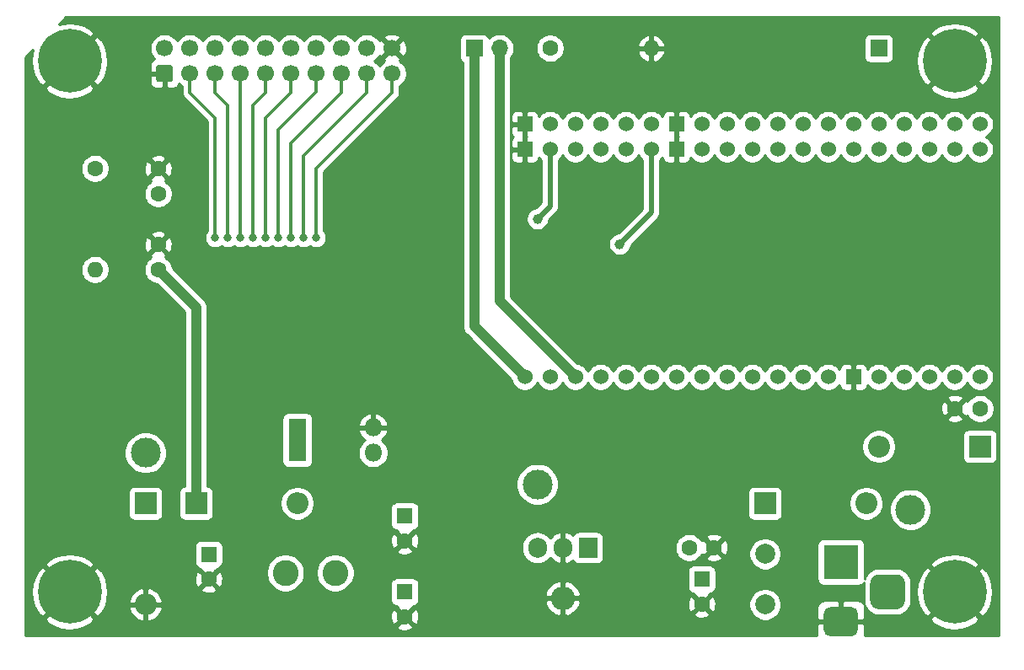
<source format=gbl>
G04 #@! TF.GenerationSoftware,KiCad,Pcbnew,(5.1.10)-1*
G04 #@! TF.CreationDate,2021-09-29T14:01:46-04:00*
G04 #@! TF.ProjectId,schematics_main,73636865-6d61-4746-9963-735f6d61696e,rev?*
G04 #@! TF.SameCoordinates,Original*
G04 #@! TF.FileFunction,Copper,L2,Bot*
G04 #@! TF.FilePolarity,Positive*
%FSLAX46Y46*%
G04 Gerber Fmt 4.6, Leading zero omitted, Abs format (unit mm)*
G04 Created by KiCad (PCBNEW (5.1.10)-1) date 2021-09-29 14:01:46*
%MOMM*%
%LPD*%
G01*
G04 APERTURE LIST*
G04 #@! TA.AperFunction,ComponentPad*
%ADD10R,1.905000X2.000000*%
G04 #@! TD*
G04 #@! TA.AperFunction,ComponentPad*
%ADD11O,1.905000X2.000000*%
G04 #@! TD*
G04 #@! TA.AperFunction,ComponentPad*
%ADD12O,2.400000X2.400000*%
G04 #@! TD*
G04 #@! TA.AperFunction,ComponentPad*
%ADD13R,1.524000X1.524000*%
G04 #@! TD*
G04 #@! TA.AperFunction,ComponentPad*
%ADD14C,1.524000*%
G04 #@! TD*
G04 #@! TA.AperFunction,ComponentPad*
%ADD15C,1.700000*%
G04 #@! TD*
G04 #@! TA.AperFunction,ComponentPad*
%ADD16R,1.800000X1.800000*%
G04 #@! TD*
G04 #@! TA.AperFunction,ComponentPad*
%ADD17O,1.800000X1.800000*%
G04 #@! TD*
G04 #@! TA.AperFunction,ComponentPad*
%ADD18R,1.800000X2.800000*%
G04 #@! TD*
G04 #@! TA.AperFunction,ComponentPad*
%ADD19R,1.700000X1.700000*%
G04 #@! TD*
G04 #@! TA.AperFunction,ComponentPad*
%ADD20O,1.700000X1.700000*%
G04 #@! TD*
G04 #@! TA.AperFunction,ComponentPad*
%ADD21C,2.600000*%
G04 #@! TD*
G04 #@! TA.AperFunction,ComponentPad*
%ADD22C,1.600000*%
G04 #@! TD*
G04 #@! TA.AperFunction,ComponentPad*
%ADD23O,1.600000X1.600000*%
G04 #@! TD*
G04 #@! TA.AperFunction,ComponentPad*
%ADD24O,2.200000X2.200000*%
G04 #@! TD*
G04 #@! TA.AperFunction,ComponentPad*
%ADD25R,2.200000X2.200000*%
G04 #@! TD*
G04 #@! TA.AperFunction,ComponentPad*
%ADD26C,3.000000*%
G04 #@! TD*
G04 #@! TA.AperFunction,ComponentPad*
%ADD27C,6.400000*%
G04 #@! TD*
G04 #@! TA.AperFunction,ComponentPad*
%ADD28C,2.000000*%
G04 #@! TD*
G04 #@! TA.AperFunction,ComponentPad*
%ADD29R,3.500000X3.500000*%
G04 #@! TD*
G04 #@! TA.AperFunction,ComponentPad*
%ADD30R,1.600000X1.600000*%
G04 #@! TD*
G04 #@! TA.AperFunction,ViaPad*
%ADD31C,1.000000*%
G04 #@! TD*
G04 #@! TA.AperFunction,ViaPad*
%ADD32C,0.800000*%
G04 #@! TD*
G04 #@! TA.AperFunction,Conductor*
%ADD33C,1.000000*%
G04 #@! TD*
G04 #@! TA.AperFunction,Conductor*
%ADD34C,0.500000*%
G04 #@! TD*
G04 #@! TA.AperFunction,Conductor*
%ADD35C,0.300000*%
G04 #@! TD*
G04 #@! TA.AperFunction,Conductor*
%ADD36C,0.254000*%
G04 #@! TD*
G04 #@! TA.AperFunction,Conductor*
%ADD37C,0.100000*%
G04 #@! TD*
G04 APERTURE END LIST*
D10*
X212090000Y-143510000D03*
D11*
X209550000Y-143510000D03*
X207010000Y-143510000D03*
D12*
X209550000Y-148590000D03*
D13*
X220980000Y-100965000D03*
X205740000Y-100965000D03*
D14*
X210820000Y-100965000D03*
X218440000Y-100965000D03*
X208280000Y-100965000D03*
X223520000Y-100965000D03*
X215900000Y-100965000D03*
X213360000Y-100965000D03*
X226060000Y-100965000D03*
X228600000Y-100965000D03*
X236220000Y-100965000D03*
X241300000Y-100965000D03*
X238760000Y-100965000D03*
X233680000Y-100965000D03*
X231140000Y-100965000D03*
X251460000Y-100965000D03*
X248920000Y-100965000D03*
X246380000Y-100965000D03*
X243840000Y-100965000D03*
X251460000Y-126365000D03*
X248920000Y-126365000D03*
X246380000Y-126365000D03*
X243840000Y-126365000D03*
X241300000Y-126365000D03*
D13*
X238760000Y-126365000D03*
D14*
X236220000Y-126365000D03*
X233680000Y-126365000D03*
X231140000Y-126365000D03*
X228600000Y-126365000D03*
X226060000Y-126365000D03*
X223520000Y-126365000D03*
X220980000Y-126365000D03*
X218440000Y-126365000D03*
X215900000Y-126365000D03*
X213360000Y-126365000D03*
X210820000Y-126365000D03*
X208280000Y-126365000D03*
X205740000Y-126365000D03*
X251460000Y-103505000D03*
X248920000Y-103505000D03*
X223520000Y-103505000D03*
X238760000Y-103505000D03*
X226060000Y-103505000D03*
X228600000Y-103505000D03*
X218440000Y-103505000D03*
X210820000Y-103505000D03*
X233680000Y-103505000D03*
X243840000Y-103505000D03*
X208280000Y-103505000D03*
X246380000Y-103505000D03*
X231140000Y-103505000D03*
X241300000Y-103505000D03*
X213360000Y-103505000D03*
D13*
X205740000Y-103505000D03*
D14*
X215900000Y-103505000D03*
X236220000Y-103505000D03*
D13*
X220980000Y-103505000D03*
D15*
X192405000Y-93345000D03*
X189865000Y-93345000D03*
X187325000Y-93345000D03*
X184785000Y-93345000D03*
X182245000Y-93345000D03*
X179705000Y-93345000D03*
X177165000Y-93345000D03*
X174625000Y-93345000D03*
X172085000Y-93345000D03*
X169545000Y-93345000D03*
X192405000Y-95885000D03*
X189865000Y-95885000D03*
X187325000Y-95885000D03*
X184785000Y-95885000D03*
X182245000Y-95885000D03*
X179705000Y-95885000D03*
X177165000Y-95885000D03*
X174625000Y-95885000D03*
X172085000Y-95885000D03*
G04 #@! TA.AperFunction,ComponentPad*
G36*
G01*
X170145000Y-96735000D02*
X168945000Y-96735000D01*
G75*
G02*
X168695000Y-96485000I0J250000D01*
G01*
X168695000Y-95285000D01*
G75*
G02*
X168945000Y-95035000I250000J0D01*
G01*
X170145000Y-95035000D01*
G75*
G02*
X170395000Y-95285000I0J-250000D01*
G01*
X170395000Y-96485000D01*
G75*
G02*
X170145000Y-96735000I-250000J0D01*
G01*
G37*
G04 #@! TD.AperFunction*
D16*
X182880000Y-131445000D03*
D17*
X190500000Y-133985000D03*
D18*
X182880000Y-133485000D03*
D17*
X190500000Y-131445000D03*
D19*
X241300000Y-93345000D03*
D20*
X203200000Y-93345000D03*
D19*
X200660000Y-93345000D03*
D21*
X181690000Y-146050000D03*
X186690000Y-146050000D03*
D22*
X248960000Y-129540000D03*
X251460000Y-129540000D03*
D23*
X162560000Y-115570000D03*
D22*
X162560000Y-105410000D03*
D23*
X218440000Y-93345000D03*
D22*
X208280000Y-93345000D03*
D24*
X167640000Y-149225000D03*
D25*
X167640000Y-139065000D03*
D24*
X182880000Y-139065000D03*
D25*
X172720000Y-139065000D03*
D24*
X240030000Y-139065000D03*
D25*
X229870000Y-139065000D03*
D24*
X241300000Y-133350000D03*
D25*
X251460000Y-133350000D03*
D26*
X207010000Y-137160000D03*
X244475000Y-139700000D03*
X167640000Y-133985000D03*
D27*
X248920000Y-147955000D03*
X160020000Y-147955000D03*
X160020000Y-94615000D03*
X248920000Y-94615000D03*
D28*
X229870000Y-149225000D03*
X229880000Y-144145000D03*
D29*
X237490000Y-144955000D03*
G04 #@! TA.AperFunction,ComponentPad*
G36*
G01*
X238490000Y-152455000D02*
X236490000Y-152455000D01*
G75*
G02*
X235740000Y-151705000I0J750000D01*
G01*
X235740000Y-150205000D01*
G75*
G02*
X236490000Y-149455000I750000J0D01*
G01*
X238490000Y-149455000D01*
G75*
G02*
X239240000Y-150205000I0J-750000D01*
G01*
X239240000Y-151705000D01*
G75*
G02*
X238490000Y-152455000I-750000J0D01*
G01*
G37*
G04 #@! TD.AperFunction*
G04 #@! TA.AperFunction,ComponentPad*
G36*
G01*
X243065000Y-149705000D02*
X241315000Y-149705000D01*
G75*
G02*
X240440000Y-148830000I0J875000D01*
G01*
X240440000Y-147080000D01*
G75*
G02*
X241315000Y-146205000I875000J0D01*
G01*
X243065000Y-146205000D01*
G75*
G02*
X243940000Y-147080000I0J-875000D01*
G01*
X243940000Y-148830000D01*
G75*
G02*
X243065000Y-149705000I-875000J0D01*
G01*
G37*
G04 #@! TD.AperFunction*
D22*
X168910000Y-113070000D03*
X168910000Y-115570000D03*
X173990000Y-146685000D03*
D30*
X173990000Y-144185000D03*
X193675000Y-147955000D03*
D22*
X193675000Y-150455000D03*
X168910000Y-105450000D03*
X168910000Y-107950000D03*
X193675000Y-142835000D03*
D30*
X193675000Y-140335000D03*
X223520000Y-146685000D03*
D22*
X223520000Y-149185000D03*
X224750000Y-143510000D03*
X222250000Y-143510000D03*
D31*
X190851997Y-114709999D03*
X207010004Y-110490002D03*
X215264946Y-113030000D03*
D32*
X183515000Y-112395000D03*
X184785000Y-112395000D03*
X178435000Y-112395000D03*
X177165010Y-112395000D03*
X175895000Y-112395000D03*
X174625000Y-112395000D03*
X182245000Y-112395000D03*
X180975000Y-112395000D03*
X179704990Y-112395000D03*
D33*
X172720000Y-119420000D02*
X172720000Y-139065000D01*
X172680000Y-119380000D02*
X172720000Y-119420000D01*
X172680000Y-119340000D02*
X172680000Y-119380000D01*
X168910000Y-115570000D02*
X172680000Y-119340000D01*
X203200000Y-118745000D02*
X210820000Y-126365000D01*
X203200000Y-93345000D02*
X203200000Y-118745000D01*
X200660000Y-121285000D02*
X200660000Y-93345000D01*
X205740000Y-126365000D02*
X200660000Y-121285000D01*
D34*
X208280000Y-109220006D02*
X207010004Y-110490002D01*
X208280000Y-103505000D02*
X208280000Y-109220006D01*
X218440000Y-109854946D02*
X215264946Y-113030000D01*
X218440000Y-103505000D02*
X218440000Y-109854946D01*
D35*
X183515000Y-104140000D02*
X183515000Y-112395000D01*
X189865000Y-97790000D02*
X183515000Y-104140000D01*
X189865000Y-95885000D02*
X189865000Y-97790000D01*
X184785000Y-105410000D02*
X184785000Y-112395000D01*
X192405000Y-97790000D02*
X184785000Y-105410000D01*
X192405000Y-95885000D02*
X192405000Y-97790000D01*
X178435000Y-99060000D02*
X178435000Y-112395000D01*
X179705000Y-95885000D02*
X179705000Y-97790000D01*
X179705000Y-97790000D02*
X178435000Y-99060000D01*
X177165000Y-95885000D02*
X177165000Y-112394990D01*
X177165000Y-112394990D02*
X177165010Y-112395000D01*
X175895000Y-99060000D02*
X175895000Y-112395000D01*
X174625000Y-97790000D02*
X175895000Y-99060000D01*
X174625000Y-95885000D02*
X174625000Y-97790000D01*
X174625000Y-100330000D02*
X174625000Y-112395000D01*
X172085000Y-97790000D02*
X174625000Y-100330000D01*
X172085000Y-95885000D02*
X172085000Y-97790000D01*
X182245000Y-102870000D02*
X182245000Y-112395000D01*
X187325000Y-97790000D02*
X182245000Y-102870000D01*
X187325000Y-95885000D02*
X187325000Y-97790000D01*
X180975000Y-101566041D02*
X180975000Y-112395000D01*
X184785000Y-97756041D02*
X180975000Y-101566041D01*
X184785000Y-95885000D02*
X184785000Y-97756041D01*
X179704990Y-100330010D02*
X179704990Y-112395000D01*
X182245000Y-97790000D02*
X179704990Y-100330010D01*
X182245000Y-95885000D02*
X182245000Y-97790000D01*
D36*
X253340001Y-152375000D02*
X239877870Y-152375000D01*
X239875000Y-151240750D01*
X239716250Y-151082000D01*
X237617000Y-151082000D01*
X237617000Y-151102000D01*
X237363000Y-151102000D01*
X237363000Y-151082000D01*
X235263750Y-151082000D01*
X235105000Y-151240750D01*
X235102130Y-152375000D01*
X155600000Y-152375000D01*
X155600000Y-150655881D01*
X157498724Y-150655881D01*
X157858912Y-151145548D01*
X158522882Y-151505849D01*
X159244385Y-151729694D01*
X159995695Y-151808480D01*
X160747938Y-151739178D01*
X161472208Y-151524452D01*
X161618001Y-151447702D01*
X192861903Y-151447702D01*
X192933486Y-151691671D01*
X193188996Y-151812571D01*
X193463184Y-151881300D01*
X193745512Y-151895217D01*
X194025130Y-151853787D01*
X194291292Y-151758603D01*
X194416514Y-151691671D01*
X194488097Y-151447702D01*
X193675000Y-150634605D01*
X192861903Y-151447702D01*
X161618001Y-151447702D01*
X162140670Y-151172555D01*
X162181088Y-151145548D01*
X162541276Y-150655881D01*
X160020000Y-148134605D01*
X157498724Y-150655881D01*
X155600000Y-150655881D01*
X155600000Y-147930695D01*
X156166520Y-147930695D01*
X156235822Y-148682938D01*
X156450548Y-149407208D01*
X156802445Y-150075670D01*
X156829452Y-150116088D01*
X157319119Y-150476276D01*
X159840395Y-147955000D01*
X160199605Y-147955000D01*
X162720881Y-150476276D01*
X163210548Y-150116088D01*
X163479139Y-149621123D01*
X165950821Y-149621123D01*
X166060558Y-149943054D01*
X166230992Y-150237391D01*
X166455573Y-150492822D01*
X166725671Y-150699531D01*
X167030906Y-150849575D01*
X167243878Y-150914175D01*
X167513000Y-150796125D01*
X167513000Y-149352000D01*
X167767000Y-149352000D01*
X167767000Y-150796125D01*
X168036122Y-150914175D01*
X168249094Y-150849575D01*
X168554329Y-150699531D01*
X168781712Y-150525512D01*
X192234783Y-150525512D01*
X192276213Y-150805130D01*
X192371397Y-151071292D01*
X192438329Y-151196514D01*
X192682298Y-151268097D01*
X193495395Y-150455000D01*
X193854605Y-150455000D01*
X194667702Y-151268097D01*
X194911671Y-151196514D01*
X195032571Y-150941004D01*
X195101300Y-150666816D01*
X195115217Y-150384488D01*
X195073787Y-150104870D01*
X194978603Y-149838708D01*
X194911671Y-149713486D01*
X194667702Y-149641903D01*
X193854605Y-150455000D01*
X193495395Y-150455000D01*
X192682298Y-149641903D01*
X192438329Y-149713486D01*
X192317429Y-149968996D01*
X192248700Y-150243184D01*
X192234783Y-150525512D01*
X168781712Y-150525512D01*
X168824427Y-150492822D01*
X169049008Y-150237391D01*
X169219442Y-149943054D01*
X169329179Y-149621123D01*
X169211600Y-149352000D01*
X167767000Y-149352000D01*
X167513000Y-149352000D01*
X166068400Y-149352000D01*
X165950821Y-149621123D01*
X163479139Y-149621123D01*
X163570849Y-149452118D01*
X163764208Y-148828877D01*
X165950821Y-148828877D01*
X166068400Y-149098000D01*
X167513000Y-149098000D01*
X167513000Y-147653875D01*
X167767000Y-147653875D01*
X167767000Y-149098000D01*
X169211600Y-149098000D01*
X169329179Y-148828877D01*
X169219442Y-148506946D01*
X169049008Y-148212609D01*
X168824427Y-147957178D01*
X168554329Y-147750469D01*
X168406299Y-147677702D01*
X173176903Y-147677702D01*
X173248486Y-147921671D01*
X173503996Y-148042571D01*
X173778184Y-148111300D01*
X174060512Y-148125217D01*
X174340130Y-148083787D01*
X174606292Y-147988603D01*
X174731514Y-147921671D01*
X174803097Y-147677702D01*
X173990000Y-146864605D01*
X173176903Y-147677702D01*
X168406299Y-147677702D01*
X168249094Y-147600425D01*
X168036122Y-147535825D01*
X167767000Y-147653875D01*
X167513000Y-147653875D01*
X167243878Y-147535825D01*
X167030906Y-147600425D01*
X166725671Y-147750469D01*
X166455573Y-147957178D01*
X166230992Y-148212609D01*
X166060558Y-148506946D01*
X165950821Y-148828877D01*
X163764208Y-148828877D01*
X163794694Y-148730615D01*
X163873480Y-147979305D01*
X163804178Y-147227062D01*
X163664377Y-146755512D01*
X172549783Y-146755512D01*
X172591213Y-147035130D01*
X172686397Y-147301292D01*
X172753329Y-147426514D01*
X172997298Y-147498097D01*
X173810395Y-146685000D01*
X174169605Y-146685000D01*
X174982702Y-147498097D01*
X175226671Y-147426514D01*
X175347571Y-147171004D01*
X175416300Y-146896816D01*
X175430217Y-146614488D01*
X175388787Y-146334870D01*
X175293603Y-146068708D01*
X175226671Y-145943486D01*
X174982702Y-145871903D01*
X174169605Y-146685000D01*
X173810395Y-146685000D01*
X172997298Y-145871903D01*
X172753329Y-145943486D01*
X172632429Y-146198996D01*
X172563700Y-146473184D01*
X172549783Y-146755512D01*
X163664377Y-146755512D01*
X163589452Y-146502792D01*
X163237555Y-145834330D01*
X163210548Y-145793912D01*
X162720881Y-145433724D01*
X160199605Y-147955000D01*
X159840395Y-147955000D01*
X157319119Y-145433724D01*
X156829452Y-145793912D01*
X156469151Y-146457882D01*
X156245306Y-147179385D01*
X156166520Y-147930695D01*
X155600000Y-147930695D01*
X155600000Y-145254119D01*
X157498724Y-145254119D01*
X160020000Y-147775395D01*
X162541276Y-145254119D01*
X162181088Y-144764452D01*
X161517118Y-144404151D01*
X160795615Y-144180306D01*
X160044305Y-144101520D01*
X159292062Y-144170822D01*
X158567792Y-144385548D01*
X157899330Y-144737445D01*
X157858912Y-144764452D01*
X157498724Y-145254119D01*
X155600000Y-145254119D01*
X155600000Y-143385000D01*
X172551928Y-143385000D01*
X172551928Y-144985000D01*
X172564188Y-145109482D01*
X172600498Y-145229180D01*
X172659463Y-145339494D01*
X172738815Y-145436185D01*
X172835506Y-145515537D01*
X172945820Y-145574502D01*
X173065518Y-145610812D01*
X173190000Y-145623072D01*
X173197215Y-145623072D01*
X173176903Y-145692298D01*
X173990000Y-146505395D01*
X174635976Y-145859419D01*
X179755000Y-145859419D01*
X179755000Y-146240581D01*
X179829361Y-146614419D01*
X179975225Y-146966566D01*
X180186987Y-147283491D01*
X180456509Y-147553013D01*
X180773434Y-147764775D01*
X181125581Y-147910639D01*
X181499419Y-147985000D01*
X181880581Y-147985000D01*
X182254419Y-147910639D01*
X182606566Y-147764775D01*
X182923491Y-147553013D01*
X183193013Y-147283491D01*
X183404775Y-146966566D01*
X183550639Y-146614419D01*
X183625000Y-146240581D01*
X183625000Y-145859419D01*
X184755000Y-145859419D01*
X184755000Y-146240581D01*
X184829361Y-146614419D01*
X184975225Y-146966566D01*
X185186987Y-147283491D01*
X185456509Y-147553013D01*
X185773434Y-147764775D01*
X186125581Y-147910639D01*
X186499419Y-147985000D01*
X186880581Y-147985000D01*
X187254419Y-147910639D01*
X187606566Y-147764775D01*
X187923491Y-147553013D01*
X188193013Y-147283491D01*
X188278867Y-147155000D01*
X192236928Y-147155000D01*
X192236928Y-148755000D01*
X192249188Y-148879482D01*
X192285498Y-148999180D01*
X192344463Y-149109494D01*
X192423815Y-149206185D01*
X192520506Y-149285537D01*
X192630820Y-149344502D01*
X192750518Y-149380812D01*
X192875000Y-149393072D01*
X192882215Y-149393072D01*
X192861903Y-149462298D01*
X193675000Y-150275395D01*
X194488097Y-149462298D01*
X194467785Y-149393072D01*
X194475000Y-149393072D01*
X194599482Y-149380812D01*
X194719180Y-149344502D01*
X194829494Y-149285537D01*
X194926185Y-149206185D01*
X195005537Y-149109494D01*
X195063098Y-149001805D01*
X207761805Y-149001805D01*
X207834379Y-149241066D01*
X207994361Y-149563257D01*
X208214125Y-149848046D01*
X208485226Y-150084489D01*
X208797246Y-150263500D01*
X209138194Y-150378199D01*
X209423000Y-150261854D01*
X209423000Y-148717000D01*
X209677000Y-148717000D01*
X209677000Y-150261854D01*
X209961806Y-150378199D01*
X210302754Y-150263500D01*
X210452301Y-150177702D01*
X222706903Y-150177702D01*
X222778486Y-150421671D01*
X223033996Y-150542571D01*
X223308184Y-150611300D01*
X223590512Y-150625217D01*
X223870130Y-150583787D01*
X224136292Y-150488603D01*
X224261514Y-150421671D01*
X224333097Y-150177702D01*
X223520000Y-149364605D01*
X222706903Y-150177702D01*
X210452301Y-150177702D01*
X210614774Y-150084489D01*
X210885875Y-149848046D01*
X211105639Y-149563257D01*
X211258447Y-149255512D01*
X222079783Y-149255512D01*
X222121213Y-149535130D01*
X222216397Y-149801292D01*
X222283329Y-149926514D01*
X222527298Y-149998097D01*
X223340395Y-149185000D01*
X223699605Y-149185000D01*
X224512702Y-149998097D01*
X224756671Y-149926514D01*
X224877571Y-149671004D01*
X224946300Y-149396816D01*
X224960217Y-149114488D01*
X224952732Y-149063967D01*
X228235000Y-149063967D01*
X228235000Y-149386033D01*
X228297832Y-149701912D01*
X228421082Y-149999463D01*
X228600013Y-150267252D01*
X228827748Y-150494987D01*
X229095537Y-150673918D01*
X229393088Y-150797168D01*
X229708967Y-150860000D01*
X230031033Y-150860000D01*
X230346912Y-150797168D01*
X230644463Y-150673918D01*
X230912252Y-150494987D01*
X231139987Y-150267252D01*
X231318918Y-149999463D01*
X231442168Y-149701912D01*
X231491281Y-149455000D01*
X235101928Y-149455000D01*
X235105000Y-150669250D01*
X235263750Y-150828000D01*
X237363000Y-150828000D01*
X237363000Y-148978750D01*
X237617000Y-148978750D01*
X237617000Y-150828000D01*
X239716250Y-150828000D01*
X239875000Y-150669250D01*
X239875033Y-150655881D01*
X246398724Y-150655881D01*
X246758912Y-151145548D01*
X247422882Y-151505849D01*
X248144385Y-151729694D01*
X248895695Y-151808480D01*
X249647938Y-151739178D01*
X250372208Y-151524452D01*
X251040670Y-151172555D01*
X251081088Y-151145548D01*
X251441276Y-150655881D01*
X248920000Y-148134605D01*
X246398724Y-150655881D01*
X239875033Y-150655881D01*
X239878072Y-149455000D01*
X239865812Y-149330518D01*
X239829502Y-149210820D01*
X239770537Y-149100506D01*
X239691185Y-149003815D01*
X239594494Y-148924463D01*
X239484180Y-148865498D01*
X239364482Y-148829188D01*
X239240000Y-148816928D01*
X237775750Y-148820000D01*
X237617000Y-148978750D01*
X237363000Y-148978750D01*
X237204250Y-148820000D01*
X235740000Y-148816928D01*
X235615518Y-148829188D01*
X235495820Y-148865498D01*
X235385506Y-148924463D01*
X235288815Y-149003815D01*
X235209463Y-149100506D01*
X235150498Y-149210820D01*
X235114188Y-149330518D01*
X235101928Y-149455000D01*
X231491281Y-149455000D01*
X231505000Y-149386033D01*
X231505000Y-149063967D01*
X231442168Y-148748088D01*
X231318918Y-148450537D01*
X231139987Y-148182748D01*
X230912252Y-147955013D01*
X230644463Y-147776082D01*
X230346912Y-147652832D01*
X230031033Y-147590000D01*
X229708967Y-147590000D01*
X229393088Y-147652832D01*
X229095537Y-147776082D01*
X228827748Y-147955013D01*
X228600013Y-148182748D01*
X228421082Y-148450537D01*
X228297832Y-148748088D01*
X228235000Y-149063967D01*
X224952732Y-149063967D01*
X224918787Y-148834870D01*
X224823603Y-148568708D01*
X224756671Y-148443486D01*
X224512702Y-148371903D01*
X223699605Y-149185000D01*
X223340395Y-149185000D01*
X222527298Y-148371903D01*
X222283329Y-148443486D01*
X222162429Y-148698996D01*
X222093700Y-148973184D01*
X222079783Y-149255512D01*
X211258447Y-149255512D01*
X211265621Y-149241066D01*
X211338195Y-149001805D01*
X211221432Y-148717000D01*
X209677000Y-148717000D01*
X209423000Y-148717000D01*
X207878568Y-148717000D01*
X207761805Y-149001805D01*
X195063098Y-149001805D01*
X195064502Y-148999180D01*
X195100812Y-148879482D01*
X195113072Y-148755000D01*
X195113072Y-148178195D01*
X207761805Y-148178195D01*
X207878568Y-148463000D01*
X209423000Y-148463000D01*
X209423000Y-146918146D01*
X209677000Y-146918146D01*
X209677000Y-148463000D01*
X211221432Y-148463000D01*
X211338195Y-148178195D01*
X211265621Y-147938934D01*
X211105639Y-147616743D01*
X210885875Y-147331954D01*
X210614774Y-147095511D01*
X210302754Y-146916500D01*
X209961806Y-146801801D01*
X209677000Y-146918146D01*
X209423000Y-146918146D01*
X209138194Y-146801801D01*
X208797246Y-146916500D01*
X208485226Y-147095511D01*
X208214125Y-147331954D01*
X207994361Y-147616743D01*
X207834379Y-147938934D01*
X207761805Y-148178195D01*
X195113072Y-148178195D01*
X195113072Y-147155000D01*
X195100812Y-147030518D01*
X195064502Y-146910820D01*
X195005537Y-146800506D01*
X194926185Y-146703815D01*
X194829494Y-146624463D01*
X194719180Y-146565498D01*
X194599482Y-146529188D01*
X194475000Y-146516928D01*
X192875000Y-146516928D01*
X192750518Y-146529188D01*
X192630820Y-146565498D01*
X192520506Y-146624463D01*
X192423815Y-146703815D01*
X192344463Y-146800506D01*
X192285498Y-146910820D01*
X192249188Y-147030518D01*
X192236928Y-147155000D01*
X188278867Y-147155000D01*
X188404775Y-146966566D01*
X188550639Y-146614419D01*
X188625000Y-146240581D01*
X188625000Y-145885000D01*
X222081928Y-145885000D01*
X222081928Y-147485000D01*
X222094188Y-147609482D01*
X222130498Y-147729180D01*
X222189463Y-147839494D01*
X222268815Y-147936185D01*
X222365506Y-148015537D01*
X222475820Y-148074502D01*
X222595518Y-148110812D01*
X222720000Y-148123072D01*
X222727215Y-148123072D01*
X222706903Y-148192298D01*
X223520000Y-149005395D01*
X224333097Y-148192298D01*
X224312785Y-148123072D01*
X224320000Y-148123072D01*
X224444482Y-148110812D01*
X224564180Y-148074502D01*
X224674494Y-148015537D01*
X224771185Y-147936185D01*
X224850537Y-147839494D01*
X224909502Y-147729180D01*
X224945812Y-147609482D01*
X224958072Y-147485000D01*
X224958072Y-145885000D01*
X224945812Y-145760518D01*
X224909502Y-145640820D01*
X224850537Y-145530506D01*
X224771185Y-145433815D01*
X224674494Y-145354463D01*
X224564180Y-145295498D01*
X224444482Y-145259188D01*
X224320000Y-145246928D01*
X222720000Y-145246928D01*
X222595518Y-145259188D01*
X222475820Y-145295498D01*
X222365506Y-145354463D01*
X222268815Y-145433815D01*
X222189463Y-145530506D01*
X222130498Y-145640820D01*
X222094188Y-145760518D01*
X222081928Y-145885000D01*
X188625000Y-145885000D01*
X188625000Y-145859419D01*
X188550639Y-145485581D01*
X188404775Y-145133434D01*
X188193013Y-144816509D01*
X187923491Y-144546987D01*
X187606566Y-144335225D01*
X187254419Y-144189361D01*
X186880581Y-144115000D01*
X186499419Y-144115000D01*
X186125581Y-144189361D01*
X185773434Y-144335225D01*
X185456509Y-144546987D01*
X185186987Y-144816509D01*
X184975225Y-145133434D01*
X184829361Y-145485581D01*
X184755000Y-145859419D01*
X183625000Y-145859419D01*
X183550639Y-145485581D01*
X183404775Y-145133434D01*
X183193013Y-144816509D01*
X182923491Y-144546987D01*
X182606566Y-144335225D01*
X182254419Y-144189361D01*
X181880581Y-144115000D01*
X181499419Y-144115000D01*
X181125581Y-144189361D01*
X180773434Y-144335225D01*
X180456509Y-144546987D01*
X180186987Y-144816509D01*
X179975225Y-145133434D01*
X179829361Y-145485581D01*
X179755000Y-145859419D01*
X174635976Y-145859419D01*
X174803097Y-145692298D01*
X174782785Y-145623072D01*
X174790000Y-145623072D01*
X174914482Y-145610812D01*
X175034180Y-145574502D01*
X175144494Y-145515537D01*
X175241185Y-145436185D01*
X175320537Y-145339494D01*
X175379502Y-145229180D01*
X175415812Y-145109482D01*
X175428072Y-144985000D01*
X175428072Y-143827702D01*
X192861903Y-143827702D01*
X192933486Y-144071671D01*
X193188996Y-144192571D01*
X193463184Y-144261300D01*
X193745512Y-144275217D01*
X194025130Y-144233787D01*
X194291292Y-144138603D01*
X194416514Y-144071671D01*
X194488097Y-143827702D01*
X193675000Y-143014605D01*
X192861903Y-143827702D01*
X175428072Y-143827702D01*
X175428072Y-143385000D01*
X175415812Y-143260518D01*
X175379502Y-143140820D01*
X175320537Y-143030506D01*
X175241185Y-142933815D01*
X175206698Y-142905512D01*
X192234783Y-142905512D01*
X192276213Y-143185130D01*
X192371397Y-143451292D01*
X192438329Y-143576514D01*
X192682298Y-143648097D01*
X193495395Y-142835000D01*
X193854605Y-142835000D01*
X194667702Y-143648097D01*
X194911671Y-143576514D01*
X195002519Y-143384514D01*
X205422500Y-143384514D01*
X205422500Y-143635485D01*
X205445470Y-143868703D01*
X205536245Y-144167948D01*
X205683655Y-144443734D01*
X205882037Y-144685463D01*
X206123765Y-144883845D01*
X206399551Y-145031255D01*
X206698796Y-145122030D01*
X207010000Y-145152681D01*
X207321203Y-145122030D01*
X207620448Y-145031255D01*
X207896234Y-144883845D01*
X208137963Y-144685463D01*
X208285163Y-144506101D01*
X208440563Y-144691315D01*
X208683077Y-144885969D01*
X208958906Y-145029571D01*
X209177020Y-145100563D01*
X209423000Y-144980594D01*
X209423000Y-143637000D01*
X209403000Y-143637000D01*
X209403000Y-143383000D01*
X209423000Y-143383000D01*
X209423000Y-142039406D01*
X209677000Y-142039406D01*
X209677000Y-143383000D01*
X209697000Y-143383000D01*
X209697000Y-143637000D01*
X209677000Y-143637000D01*
X209677000Y-144980594D01*
X209922980Y-145100563D01*
X210141094Y-145029571D01*
X210416923Y-144885969D01*
X210557941Y-144772781D01*
X210606963Y-144864494D01*
X210686315Y-144961185D01*
X210783006Y-145040537D01*
X210893320Y-145099502D01*
X211013018Y-145135812D01*
X211137500Y-145148072D01*
X213042500Y-145148072D01*
X213166982Y-145135812D01*
X213286680Y-145099502D01*
X213396994Y-145040537D01*
X213493685Y-144961185D01*
X213573037Y-144864494D01*
X213632002Y-144754180D01*
X213668312Y-144634482D01*
X213680572Y-144510000D01*
X213680572Y-143368665D01*
X220815000Y-143368665D01*
X220815000Y-143651335D01*
X220870147Y-143928574D01*
X220978320Y-144189727D01*
X221135363Y-144424759D01*
X221335241Y-144624637D01*
X221570273Y-144781680D01*
X221831426Y-144889853D01*
X222108665Y-144945000D01*
X222391335Y-144945000D01*
X222668574Y-144889853D01*
X222929727Y-144781680D01*
X223164759Y-144624637D01*
X223286694Y-144502702D01*
X223936903Y-144502702D01*
X224008486Y-144746671D01*
X224263996Y-144867571D01*
X224538184Y-144936300D01*
X224820512Y-144950217D01*
X225100130Y-144908787D01*
X225366292Y-144813603D01*
X225491514Y-144746671D01*
X225563097Y-144502702D01*
X224750000Y-143689605D01*
X223936903Y-144502702D01*
X223286694Y-144502702D01*
X223364637Y-144424759D01*
X223498692Y-144224131D01*
X223513329Y-144251514D01*
X223757298Y-144323097D01*
X224570395Y-143510000D01*
X224929605Y-143510000D01*
X225742702Y-144323097D01*
X225986671Y-144251514D01*
X226107571Y-143996004D01*
X226110588Y-143983967D01*
X228245000Y-143983967D01*
X228245000Y-144306033D01*
X228307832Y-144621912D01*
X228431082Y-144919463D01*
X228610013Y-145187252D01*
X228837748Y-145414987D01*
X229105537Y-145593918D01*
X229403088Y-145717168D01*
X229718967Y-145780000D01*
X230041033Y-145780000D01*
X230356912Y-145717168D01*
X230654463Y-145593918D01*
X230922252Y-145414987D01*
X231149987Y-145187252D01*
X231328918Y-144919463D01*
X231452168Y-144621912D01*
X231515000Y-144306033D01*
X231515000Y-143983967D01*
X231452168Y-143668088D01*
X231328918Y-143370537D01*
X231218310Y-143205000D01*
X235101928Y-143205000D01*
X235101928Y-146705000D01*
X235114188Y-146829482D01*
X235150498Y-146949180D01*
X235209463Y-147059494D01*
X235288815Y-147156185D01*
X235385506Y-147235537D01*
X235495820Y-147294502D01*
X235615518Y-147330812D01*
X235740000Y-147343072D01*
X239240000Y-147343072D01*
X239364482Y-147330812D01*
X239484180Y-147294502D01*
X239594494Y-147235537D01*
X239691185Y-147156185D01*
X239770537Y-147059494D01*
X239811494Y-146982869D01*
X239801928Y-147080000D01*
X239801928Y-148830000D01*
X239831001Y-149125186D01*
X239917104Y-149409028D01*
X240056927Y-149670618D01*
X240245097Y-149899903D01*
X240474382Y-150088073D01*
X240735972Y-150227896D01*
X241019814Y-150313999D01*
X241315000Y-150343072D01*
X243065000Y-150343072D01*
X243360186Y-150313999D01*
X243644028Y-150227896D01*
X243905618Y-150088073D01*
X244134903Y-149899903D01*
X244323073Y-149670618D01*
X244462896Y-149409028D01*
X244548999Y-149125186D01*
X244578072Y-148830000D01*
X244578072Y-147930695D01*
X245066520Y-147930695D01*
X245135822Y-148682938D01*
X245350548Y-149407208D01*
X245702445Y-150075670D01*
X245729452Y-150116088D01*
X246219119Y-150476276D01*
X248740395Y-147955000D01*
X249099605Y-147955000D01*
X251620881Y-150476276D01*
X252110548Y-150116088D01*
X252470849Y-149452118D01*
X252694694Y-148730615D01*
X252773480Y-147979305D01*
X252704178Y-147227062D01*
X252489452Y-146502792D01*
X252137555Y-145834330D01*
X252110548Y-145793912D01*
X251620881Y-145433724D01*
X249099605Y-147955000D01*
X248740395Y-147955000D01*
X246219119Y-145433724D01*
X245729452Y-145793912D01*
X245369151Y-146457882D01*
X245145306Y-147179385D01*
X245066520Y-147930695D01*
X244578072Y-147930695D01*
X244578072Y-147080000D01*
X244548999Y-146784814D01*
X244462896Y-146500972D01*
X244323073Y-146239382D01*
X244134903Y-146010097D01*
X243905618Y-145821927D01*
X243644028Y-145682104D01*
X243360186Y-145596001D01*
X243065000Y-145566928D01*
X241315000Y-145566928D01*
X241019814Y-145596001D01*
X240735972Y-145682104D01*
X240474382Y-145821927D01*
X240245097Y-146010097D01*
X240056927Y-146239382D01*
X239917104Y-146500972D01*
X239878072Y-146629643D01*
X239878072Y-145254119D01*
X246398724Y-145254119D01*
X248920000Y-147775395D01*
X251441276Y-145254119D01*
X251081088Y-144764452D01*
X250417118Y-144404151D01*
X249695615Y-144180306D01*
X248944305Y-144101520D01*
X248192062Y-144170822D01*
X247467792Y-144385548D01*
X246799330Y-144737445D01*
X246758912Y-144764452D01*
X246398724Y-145254119D01*
X239878072Y-145254119D01*
X239878072Y-143205000D01*
X239865812Y-143080518D01*
X239829502Y-142960820D01*
X239770537Y-142850506D01*
X239691185Y-142753815D01*
X239594494Y-142674463D01*
X239484180Y-142615498D01*
X239364482Y-142579188D01*
X239240000Y-142566928D01*
X235740000Y-142566928D01*
X235615518Y-142579188D01*
X235495820Y-142615498D01*
X235385506Y-142674463D01*
X235288815Y-142753815D01*
X235209463Y-142850506D01*
X235150498Y-142960820D01*
X235114188Y-143080518D01*
X235101928Y-143205000D01*
X231218310Y-143205000D01*
X231149987Y-143102748D01*
X230922252Y-142875013D01*
X230654463Y-142696082D01*
X230356912Y-142572832D01*
X230041033Y-142510000D01*
X229718967Y-142510000D01*
X229403088Y-142572832D01*
X229105537Y-142696082D01*
X228837748Y-142875013D01*
X228610013Y-143102748D01*
X228431082Y-143370537D01*
X228307832Y-143668088D01*
X228245000Y-143983967D01*
X226110588Y-143983967D01*
X226176300Y-143721816D01*
X226190217Y-143439488D01*
X226148787Y-143159870D01*
X226053603Y-142893708D01*
X225986671Y-142768486D01*
X225742702Y-142696903D01*
X224929605Y-143510000D01*
X224570395Y-143510000D01*
X223757298Y-142696903D01*
X223513329Y-142768486D01*
X223499676Y-142797341D01*
X223364637Y-142595241D01*
X223286694Y-142517298D01*
X223936903Y-142517298D01*
X224750000Y-143330395D01*
X225563097Y-142517298D01*
X225491514Y-142273329D01*
X225236004Y-142152429D01*
X224961816Y-142083700D01*
X224679488Y-142069783D01*
X224399870Y-142111213D01*
X224133708Y-142206397D01*
X224008486Y-142273329D01*
X223936903Y-142517298D01*
X223286694Y-142517298D01*
X223164759Y-142395363D01*
X222929727Y-142238320D01*
X222668574Y-142130147D01*
X222391335Y-142075000D01*
X222108665Y-142075000D01*
X221831426Y-142130147D01*
X221570273Y-142238320D01*
X221335241Y-142395363D01*
X221135363Y-142595241D01*
X220978320Y-142830273D01*
X220870147Y-143091426D01*
X220815000Y-143368665D01*
X213680572Y-143368665D01*
X213680572Y-142510000D01*
X213668312Y-142385518D01*
X213632002Y-142265820D01*
X213573037Y-142155506D01*
X213493685Y-142058815D01*
X213396994Y-141979463D01*
X213286680Y-141920498D01*
X213166982Y-141884188D01*
X213042500Y-141871928D01*
X211137500Y-141871928D01*
X211013018Y-141884188D01*
X210893320Y-141920498D01*
X210783006Y-141979463D01*
X210686315Y-142058815D01*
X210606963Y-142155506D01*
X210557941Y-142247219D01*
X210416923Y-142134031D01*
X210141094Y-141990429D01*
X209922980Y-141919437D01*
X209677000Y-142039406D01*
X209423000Y-142039406D01*
X209177020Y-141919437D01*
X208958906Y-141990429D01*
X208683077Y-142134031D01*
X208440563Y-142328685D01*
X208285162Y-142513900D01*
X208137963Y-142334537D01*
X207896235Y-142136155D01*
X207620449Y-141988745D01*
X207321204Y-141897970D01*
X207010000Y-141867319D01*
X206698797Y-141897970D01*
X206399552Y-141988745D01*
X206123766Y-142136155D01*
X205882037Y-142334537D01*
X205683655Y-142576265D01*
X205536245Y-142852051D01*
X205445470Y-143151296D01*
X205422500Y-143384514D01*
X195002519Y-143384514D01*
X195032571Y-143321004D01*
X195101300Y-143046816D01*
X195115217Y-142764488D01*
X195073787Y-142484870D01*
X194978603Y-142218708D01*
X194911671Y-142093486D01*
X194667702Y-142021903D01*
X193854605Y-142835000D01*
X193495395Y-142835000D01*
X192682298Y-142021903D01*
X192438329Y-142093486D01*
X192317429Y-142348996D01*
X192248700Y-142623184D01*
X192234783Y-142905512D01*
X175206698Y-142905512D01*
X175144494Y-142854463D01*
X175034180Y-142795498D01*
X174914482Y-142759188D01*
X174790000Y-142746928D01*
X173190000Y-142746928D01*
X173065518Y-142759188D01*
X172945820Y-142795498D01*
X172835506Y-142854463D01*
X172738815Y-142933815D01*
X172659463Y-143030506D01*
X172600498Y-143140820D01*
X172564188Y-143260518D01*
X172551928Y-143385000D01*
X155600000Y-143385000D01*
X155600000Y-137965000D01*
X165901928Y-137965000D01*
X165901928Y-140165000D01*
X165914188Y-140289482D01*
X165950498Y-140409180D01*
X166009463Y-140519494D01*
X166088815Y-140616185D01*
X166185506Y-140695537D01*
X166295820Y-140754502D01*
X166415518Y-140790812D01*
X166540000Y-140803072D01*
X168740000Y-140803072D01*
X168864482Y-140790812D01*
X168984180Y-140754502D01*
X169094494Y-140695537D01*
X169191185Y-140616185D01*
X169270537Y-140519494D01*
X169329502Y-140409180D01*
X169365812Y-140289482D01*
X169378072Y-140165000D01*
X169378072Y-137965000D01*
X169365812Y-137840518D01*
X169329502Y-137720820D01*
X169270537Y-137610506D01*
X169191185Y-137513815D01*
X169094494Y-137434463D01*
X168984180Y-137375498D01*
X168864482Y-137339188D01*
X168740000Y-137326928D01*
X166540000Y-137326928D01*
X166415518Y-137339188D01*
X166295820Y-137375498D01*
X166185506Y-137434463D01*
X166088815Y-137513815D01*
X166009463Y-137610506D01*
X165950498Y-137720820D01*
X165914188Y-137840518D01*
X165901928Y-137965000D01*
X155600000Y-137965000D01*
X155600000Y-133774721D01*
X165505000Y-133774721D01*
X165505000Y-134195279D01*
X165587047Y-134607756D01*
X165747988Y-134996302D01*
X165981637Y-135345983D01*
X166279017Y-135643363D01*
X166628698Y-135877012D01*
X167017244Y-136037953D01*
X167429721Y-136120000D01*
X167850279Y-136120000D01*
X168262756Y-136037953D01*
X168651302Y-135877012D01*
X169000983Y-135643363D01*
X169298363Y-135345983D01*
X169532012Y-134996302D01*
X169692953Y-134607756D01*
X169775000Y-134195279D01*
X169775000Y-133774721D01*
X169692953Y-133362244D01*
X169532012Y-132973698D01*
X169298363Y-132624017D01*
X169000983Y-132326637D01*
X168651302Y-132092988D01*
X168262756Y-131932047D01*
X167850279Y-131850000D01*
X167429721Y-131850000D01*
X167017244Y-131932047D01*
X166628698Y-132092988D01*
X166279017Y-132326637D01*
X165981637Y-132624017D01*
X165747988Y-132973698D01*
X165587047Y-133362244D01*
X165505000Y-133774721D01*
X155600000Y-133774721D01*
X155600000Y-115428665D01*
X161125000Y-115428665D01*
X161125000Y-115711335D01*
X161180147Y-115988574D01*
X161288320Y-116249727D01*
X161445363Y-116484759D01*
X161645241Y-116684637D01*
X161880273Y-116841680D01*
X162141426Y-116949853D01*
X162418665Y-117005000D01*
X162701335Y-117005000D01*
X162978574Y-116949853D01*
X163239727Y-116841680D01*
X163474759Y-116684637D01*
X163674637Y-116484759D01*
X163831680Y-116249727D01*
X163939853Y-115988574D01*
X163995000Y-115711335D01*
X163995000Y-115428665D01*
X167475000Y-115428665D01*
X167475000Y-115711335D01*
X167530147Y-115988574D01*
X167638320Y-116249727D01*
X167795363Y-116484759D01*
X167995241Y-116684637D01*
X168230273Y-116841680D01*
X168491426Y-116949853D01*
X168732719Y-116997850D01*
X171585000Y-119850132D01*
X171585001Y-137330375D01*
X171495518Y-137339188D01*
X171375820Y-137375498D01*
X171265506Y-137434463D01*
X171168815Y-137513815D01*
X171089463Y-137610506D01*
X171030498Y-137720820D01*
X170994188Y-137840518D01*
X170981928Y-137965000D01*
X170981928Y-140165000D01*
X170994188Y-140289482D01*
X171030498Y-140409180D01*
X171089463Y-140519494D01*
X171168815Y-140616185D01*
X171265506Y-140695537D01*
X171375820Y-140754502D01*
X171495518Y-140790812D01*
X171620000Y-140803072D01*
X173820000Y-140803072D01*
X173944482Y-140790812D01*
X174064180Y-140754502D01*
X174174494Y-140695537D01*
X174271185Y-140616185D01*
X174350537Y-140519494D01*
X174409502Y-140409180D01*
X174445812Y-140289482D01*
X174458072Y-140165000D01*
X174458072Y-138894117D01*
X181145000Y-138894117D01*
X181145000Y-139235883D01*
X181211675Y-139571081D01*
X181342463Y-139886831D01*
X181532337Y-140170998D01*
X181774002Y-140412663D01*
X182058169Y-140602537D01*
X182373919Y-140733325D01*
X182709117Y-140800000D01*
X183050883Y-140800000D01*
X183386081Y-140733325D01*
X183701831Y-140602537D01*
X183985998Y-140412663D01*
X184227663Y-140170998D01*
X184417537Y-139886831D01*
X184548325Y-139571081D01*
X184555501Y-139535000D01*
X192236928Y-139535000D01*
X192236928Y-141135000D01*
X192249188Y-141259482D01*
X192285498Y-141379180D01*
X192344463Y-141489494D01*
X192423815Y-141586185D01*
X192520506Y-141665537D01*
X192630820Y-141724502D01*
X192750518Y-141760812D01*
X192875000Y-141773072D01*
X192882215Y-141773072D01*
X192861903Y-141842298D01*
X193675000Y-142655395D01*
X194488097Y-141842298D01*
X194467785Y-141773072D01*
X194475000Y-141773072D01*
X194599482Y-141760812D01*
X194719180Y-141724502D01*
X194829494Y-141665537D01*
X194926185Y-141586185D01*
X195005537Y-141489494D01*
X195064502Y-141379180D01*
X195100812Y-141259482D01*
X195113072Y-141135000D01*
X195113072Y-139535000D01*
X195100812Y-139410518D01*
X195064502Y-139290820D01*
X195005537Y-139180506D01*
X194926185Y-139083815D01*
X194829494Y-139004463D01*
X194719180Y-138945498D01*
X194599482Y-138909188D01*
X194475000Y-138896928D01*
X192875000Y-138896928D01*
X192750518Y-138909188D01*
X192630820Y-138945498D01*
X192520506Y-139004463D01*
X192423815Y-139083815D01*
X192344463Y-139180506D01*
X192285498Y-139290820D01*
X192249188Y-139410518D01*
X192236928Y-139535000D01*
X184555501Y-139535000D01*
X184615000Y-139235883D01*
X184615000Y-138894117D01*
X184548325Y-138558919D01*
X184417537Y-138243169D01*
X184227663Y-137959002D01*
X183985998Y-137717337D01*
X183701831Y-137527463D01*
X183386081Y-137396675D01*
X183050883Y-137330000D01*
X182709117Y-137330000D01*
X182373919Y-137396675D01*
X182058169Y-137527463D01*
X181774002Y-137717337D01*
X181532337Y-137959002D01*
X181342463Y-138243169D01*
X181211675Y-138558919D01*
X181145000Y-138894117D01*
X174458072Y-138894117D01*
X174458072Y-137965000D01*
X174445812Y-137840518D01*
X174409502Y-137720820D01*
X174350537Y-137610506D01*
X174271185Y-137513815D01*
X174174494Y-137434463D01*
X174064180Y-137375498D01*
X173944482Y-137339188D01*
X173855000Y-137330375D01*
X173855000Y-136949721D01*
X204875000Y-136949721D01*
X204875000Y-137370279D01*
X204957047Y-137782756D01*
X205117988Y-138171302D01*
X205351637Y-138520983D01*
X205649017Y-138818363D01*
X205998698Y-139052012D01*
X206387244Y-139212953D01*
X206799721Y-139295000D01*
X207220279Y-139295000D01*
X207632756Y-139212953D01*
X208021302Y-139052012D01*
X208370983Y-138818363D01*
X208668363Y-138520983D01*
X208902012Y-138171302D01*
X208987465Y-137965000D01*
X228131928Y-137965000D01*
X228131928Y-140165000D01*
X228144188Y-140289482D01*
X228180498Y-140409180D01*
X228239463Y-140519494D01*
X228318815Y-140616185D01*
X228415506Y-140695537D01*
X228525820Y-140754502D01*
X228645518Y-140790812D01*
X228770000Y-140803072D01*
X230970000Y-140803072D01*
X231094482Y-140790812D01*
X231214180Y-140754502D01*
X231324494Y-140695537D01*
X231421185Y-140616185D01*
X231500537Y-140519494D01*
X231559502Y-140409180D01*
X231595812Y-140289482D01*
X231608072Y-140165000D01*
X231608072Y-138894117D01*
X238295000Y-138894117D01*
X238295000Y-139235883D01*
X238361675Y-139571081D01*
X238492463Y-139886831D01*
X238682337Y-140170998D01*
X238924002Y-140412663D01*
X239208169Y-140602537D01*
X239523919Y-140733325D01*
X239859117Y-140800000D01*
X240200883Y-140800000D01*
X240536081Y-140733325D01*
X240851831Y-140602537D01*
X241135998Y-140412663D01*
X241377663Y-140170998D01*
X241567537Y-139886831D01*
X241698325Y-139571081D01*
X241714508Y-139489721D01*
X242340000Y-139489721D01*
X242340000Y-139910279D01*
X242422047Y-140322756D01*
X242582988Y-140711302D01*
X242816637Y-141060983D01*
X243114017Y-141358363D01*
X243463698Y-141592012D01*
X243852244Y-141752953D01*
X244264721Y-141835000D01*
X244685279Y-141835000D01*
X245097756Y-141752953D01*
X245486302Y-141592012D01*
X245835983Y-141358363D01*
X246133363Y-141060983D01*
X246367012Y-140711302D01*
X246527953Y-140322756D01*
X246610000Y-139910279D01*
X246610000Y-139489721D01*
X246527953Y-139077244D01*
X246367012Y-138688698D01*
X246133363Y-138339017D01*
X245835983Y-138041637D01*
X245486302Y-137807988D01*
X245097756Y-137647047D01*
X244685279Y-137565000D01*
X244264721Y-137565000D01*
X243852244Y-137647047D01*
X243463698Y-137807988D01*
X243114017Y-138041637D01*
X242816637Y-138339017D01*
X242582988Y-138688698D01*
X242422047Y-139077244D01*
X242340000Y-139489721D01*
X241714508Y-139489721D01*
X241765000Y-139235883D01*
X241765000Y-138894117D01*
X241698325Y-138558919D01*
X241567537Y-138243169D01*
X241377663Y-137959002D01*
X241135998Y-137717337D01*
X240851831Y-137527463D01*
X240536081Y-137396675D01*
X240200883Y-137330000D01*
X239859117Y-137330000D01*
X239523919Y-137396675D01*
X239208169Y-137527463D01*
X238924002Y-137717337D01*
X238682337Y-137959002D01*
X238492463Y-138243169D01*
X238361675Y-138558919D01*
X238295000Y-138894117D01*
X231608072Y-138894117D01*
X231608072Y-137965000D01*
X231595812Y-137840518D01*
X231559502Y-137720820D01*
X231500537Y-137610506D01*
X231421185Y-137513815D01*
X231324494Y-137434463D01*
X231214180Y-137375498D01*
X231094482Y-137339188D01*
X230970000Y-137326928D01*
X228770000Y-137326928D01*
X228645518Y-137339188D01*
X228525820Y-137375498D01*
X228415506Y-137434463D01*
X228318815Y-137513815D01*
X228239463Y-137610506D01*
X228180498Y-137720820D01*
X228144188Y-137840518D01*
X228131928Y-137965000D01*
X208987465Y-137965000D01*
X209062953Y-137782756D01*
X209145000Y-137370279D01*
X209145000Y-136949721D01*
X209062953Y-136537244D01*
X208902012Y-136148698D01*
X208668363Y-135799017D01*
X208370983Y-135501637D01*
X208021302Y-135267988D01*
X207632756Y-135107047D01*
X207220279Y-135025000D01*
X206799721Y-135025000D01*
X206387244Y-135107047D01*
X205998698Y-135267988D01*
X205649017Y-135501637D01*
X205351637Y-135799017D01*
X205117988Y-136148698D01*
X204957047Y-136537244D01*
X204875000Y-136949721D01*
X173855000Y-136949721D01*
X173855000Y-130545000D01*
X181341928Y-130545000D01*
X181341928Y-134885000D01*
X181354188Y-135009482D01*
X181390498Y-135129180D01*
X181449463Y-135239494D01*
X181528815Y-135336185D01*
X181625506Y-135415537D01*
X181735820Y-135474502D01*
X181855518Y-135510812D01*
X181980000Y-135523072D01*
X183780000Y-135523072D01*
X183904482Y-135510812D01*
X184024180Y-135474502D01*
X184134494Y-135415537D01*
X184231185Y-135336185D01*
X184310537Y-135239494D01*
X184369502Y-135129180D01*
X184405812Y-135009482D01*
X184418072Y-134885000D01*
X184418072Y-133833816D01*
X188965000Y-133833816D01*
X188965000Y-134136184D01*
X189023989Y-134432743D01*
X189139701Y-134712095D01*
X189307688Y-134963505D01*
X189521495Y-135177312D01*
X189772905Y-135345299D01*
X190052257Y-135461011D01*
X190348816Y-135520000D01*
X190651184Y-135520000D01*
X190947743Y-135461011D01*
X191227095Y-135345299D01*
X191478505Y-135177312D01*
X191692312Y-134963505D01*
X191860299Y-134712095D01*
X191976011Y-134432743D01*
X192035000Y-134136184D01*
X192035000Y-133833816D01*
X191976011Y-133537257D01*
X191860299Y-133257905D01*
X191807655Y-133179117D01*
X239565000Y-133179117D01*
X239565000Y-133520883D01*
X239631675Y-133856081D01*
X239762463Y-134171831D01*
X239952337Y-134455998D01*
X240194002Y-134697663D01*
X240478169Y-134887537D01*
X240793919Y-135018325D01*
X241129117Y-135085000D01*
X241470883Y-135085000D01*
X241806081Y-135018325D01*
X242121831Y-134887537D01*
X242405998Y-134697663D01*
X242647663Y-134455998D01*
X242837537Y-134171831D01*
X242968325Y-133856081D01*
X243035000Y-133520883D01*
X243035000Y-133179117D01*
X242968325Y-132843919D01*
X242837537Y-132528169D01*
X242651671Y-132250000D01*
X249721928Y-132250000D01*
X249721928Y-134450000D01*
X249734188Y-134574482D01*
X249770498Y-134694180D01*
X249829463Y-134804494D01*
X249908815Y-134901185D01*
X250005506Y-134980537D01*
X250115820Y-135039502D01*
X250235518Y-135075812D01*
X250360000Y-135088072D01*
X252560000Y-135088072D01*
X252684482Y-135075812D01*
X252804180Y-135039502D01*
X252914494Y-134980537D01*
X253011185Y-134901185D01*
X253090537Y-134804494D01*
X253149502Y-134694180D01*
X253185812Y-134574482D01*
X253198072Y-134450000D01*
X253198072Y-132250000D01*
X253185812Y-132125518D01*
X253149502Y-132005820D01*
X253090537Y-131895506D01*
X253011185Y-131798815D01*
X252914494Y-131719463D01*
X252804180Y-131660498D01*
X252684482Y-131624188D01*
X252560000Y-131611928D01*
X250360000Y-131611928D01*
X250235518Y-131624188D01*
X250115820Y-131660498D01*
X250005506Y-131719463D01*
X249908815Y-131798815D01*
X249829463Y-131895506D01*
X249770498Y-132005820D01*
X249734188Y-132125518D01*
X249721928Y-132250000D01*
X242651671Y-132250000D01*
X242647663Y-132244002D01*
X242405998Y-132002337D01*
X242121831Y-131812463D01*
X241806081Y-131681675D01*
X241470883Y-131615000D01*
X241129117Y-131615000D01*
X240793919Y-131681675D01*
X240478169Y-131812463D01*
X240194002Y-132002337D01*
X239952337Y-132244002D01*
X239762463Y-132528169D01*
X239631675Y-132843919D01*
X239565000Y-133179117D01*
X191807655Y-133179117D01*
X191692312Y-133006495D01*
X191478505Y-132792688D01*
X191358107Y-132712241D01*
X191407573Y-132682962D01*
X191631649Y-132482116D01*
X191812236Y-132241414D01*
X191942394Y-131970107D01*
X191991036Y-131809740D01*
X191870378Y-131572000D01*
X190627000Y-131572000D01*
X190627000Y-131592000D01*
X190373000Y-131592000D01*
X190373000Y-131572000D01*
X189129622Y-131572000D01*
X189008964Y-131809740D01*
X189057606Y-131970107D01*
X189187764Y-132241414D01*
X189368351Y-132482116D01*
X189592427Y-132682962D01*
X189641893Y-132712241D01*
X189521495Y-132792688D01*
X189307688Y-133006495D01*
X189139701Y-133257905D01*
X189023989Y-133537257D01*
X188965000Y-133833816D01*
X184418072Y-133833816D01*
X184418072Y-131080260D01*
X189008964Y-131080260D01*
X189129622Y-131318000D01*
X190373000Y-131318000D01*
X190373000Y-130074008D01*
X190627000Y-130074008D01*
X190627000Y-131318000D01*
X191870378Y-131318000D01*
X191991036Y-131080260D01*
X191942394Y-130919893D01*
X191812236Y-130648586D01*
X191725294Y-130532702D01*
X248146903Y-130532702D01*
X248218486Y-130776671D01*
X248473996Y-130897571D01*
X248748184Y-130966300D01*
X249030512Y-130980217D01*
X249310130Y-130938787D01*
X249576292Y-130843603D01*
X249701514Y-130776671D01*
X249773097Y-130532702D01*
X248960000Y-129719605D01*
X248146903Y-130532702D01*
X191725294Y-130532702D01*
X191631649Y-130407884D01*
X191407573Y-130207038D01*
X191148620Y-130053766D01*
X190864741Y-129953959D01*
X190627000Y-130074008D01*
X190373000Y-130074008D01*
X190135259Y-129953959D01*
X189851380Y-130053766D01*
X189592427Y-130207038D01*
X189368351Y-130407884D01*
X189187764Y-130648586D01*
X189057606Y-130919893D01*
X189008964Y-131080260D01*
X184418072Y-131080260D01*
X184418072Y-130545000D01*
X184405812Y-130420518D01*
X184369502Y-130300820D01*
X184310537Y-130190506D01*
X184231185Y-130093815D01*
X184134494Y-130014463D01*
X184024180Y-129955498D01*
X183904482Y-129919188D01*
X183780000Y-129906928D01*
X181980000Y-129906928D01*
X181855518Y-129919188D01*
X181735820Y-129955498D01*
X181625506Y-130014463D01*
X181528815Y-130093815D01*
X181449463Y-130190506D01*
X181390498Y-130300820D01*
X181354188Y-130420518D01*
X181341928Y-130545000D01*
X173855000Y-130545000D01*
X173855000Y-129610512D01*
X247519783Y-129610512D01*
X247561213Y-129890130D01*
X247656397Y-130156292D01*
X247723329Y-130281514D01*
X247967298Y-130353097D01*
X248780395Y-129540000D01*
X249139605Y-129540000D01*
X249952702Y-130353097D01*
X250196671Y-130281514D01*
X250210324Y-130252659D01*
X250345363Y-130454759D01*
X250545241Y-130654637D01*
X250780273Y-130811680D01*
X251041426Y-130919853D01*
X251318665Y-130975000D01*
X251601335Y-130975000D01*
X251878574Y-130919853D01*
X252139727Y-130811680D01*
X252374759Y-130654637D01*
X252574637Y-130454759D01*
X252731680Y-130219727D01*
X252839853Y-129958574D01*
X252895000Y-129681335D01*
X252895000Y-129398665D01*
X252839853Y-129121426D01*
X252731680Y-128860273D01*
X252574637Y-128625241D01*
X252374759Y-128425363D01*
X252139727Y-128268320D01*
X251878574Y-128160147D01*
X251601335Y-128105000D01*
X251318665Y-128105000D01*
X251041426Y-128160147D01*
X250780273Y-128268320D01*
X250545241Y-128425363D01*
X250345363Y-128625241D01*
X250211308Y-128825869D01*
X250196671Y-128798486D01*
X249952702Y-128726903D01*
X249139605Y-129540000D01*
X248780395Y-129540000D01*
X247967298Y-128726903D01*
X247723329Y-128798486D01*
X247602429Y-129053996D01*
X247533700Y-129328184D01*
X247519783Y-129610512D01*
X173855000Y-129610512D01*
X173855000Y-128547298D01*
X248146903Y-128547298D01*
X248960000Y-129360395D01*
X249773097Y-128547298D01*
X249701514Y-128303329D01*
X249446004Y-128182429D01*
X249171816Y-128113700D01*
X248889488Y-128099783D01*
X248609870Y-128141213D01*
X248343708Y-128236397D01*
X248218486Y-128303329D01*
X248146903Y-128547298D01*
X173855000Y-128547298D01*
X173855000Y-119475752D01*
X173860491Y-119420000D01*
X173838577Y-119197502D01*
X173833707Y-119181447D01*
X173773676Y-118983553D01*
X173737299Y-118915495D01*
X173733676Y-118903553D01*
X173628284Y-118706377D01*
X173486449Y-118533551D01*
X173443141Y-118498009D01*
X170337850Y-115392719D01*
X170289853Y-115151426D01*
X170181680Y-114890273D01*
X170024637Y-114655241D01*
X169824759Y-114455363D01*
X169624131Y-114321308D01*
X169651514Y-114306671D01*
X169723097Y-114062702D01*
X168910000Y-113249605D01*
X168096903Y-114062702D01*
X168168486Y-114306671D01*
X168197341Y-114320324D01*
X167995241Y-114455363D01*
X167795363Y-114655241D01*
X167638320Y-114890273D01*
X167530147Y-115151426D01*
X167475000Y-115428665D01*
X163995000Y-115428665D01*
X163939853Y-115151426D01*
X163831680Y-114890273D01*
X163674637Y-114655241D01*
X163474759Y-114455363D01*
X163239727Y-114298320D01*
X162978574Y-114190147D01*
X162701335Y-114135000D01*
X162418665Y-114135000D01*
X162141426Y-114190147D01*
X161880273Y-114298320D01*
X161645241Y-114455363D01*
X161445363Y-114655241D01*
X161288320Y-114890273D01*
X161180147Y-115151426D01*
X161125000Y-115428665D01*
X155600000Y-115428665D01*
X155600000Y-113140512D01*
X167469783Y-113140512D01*
X167511213Y-113420130D01*
X167606397Y-113686292D01*
X167673329Y-113811514D01*
X167917298Y-113883097D01*
X168730395Y-113070000D01*
X169089605Y-113070000D01*
X169902702Y-113883097D01*
X170146671Y-113811514D01*
X170267571Y-113556004D01*
X170336300Y-113281816D01*
X170350217Y-112999488D01*
X170308787Y-112719870D01*
X170213603Y-112453708D01*
X170146671Y-112328486D01*
X169902702Y-112256903D01*
X169089605Y-113070000D01*
X168730395Y-113070000D01*
X167917298Y-112256903D01*
X167673329Y-112328486D01*
X167552429Y-112583996D01*
X167483700Y-112858184D01*
X167469783Y-113140512D01*
X155600000Y-113140512D01*
X155600000Y-112077298D01*
X168096903Y-112077298D01*
X168910000Y-112890395D01*
X169723097Y-112077298D01*
X169651514Y-111833329D01*
X169396004Y-111712429D01*
X169121816Y-111643700D01*
X168839488Y-111629783D01*
X168559870Y-111671213D01*
X168293708Y-111766397D01*
X168168486Y-111833329D01*
X168096903Y-112077298D01*
X155600000Y-112077298D01*
X155600000Y-107808665D01*
X167475000Y-107808665D01*
X167475000Y-108091335D01*
X167530147Y-108368574D01*
X167638320Y-108629727D01*
X167795363Y-108864759D01*
X167995241Y-109064637D01*
X168230273Y-109221680D01*
X168491426Y-109329853D01*
X168768665Y-109385000D01*
X169051335Y-109385000D01*
X169328574Y-109329853D01*
X169589727Y-109221680D01*
X169824759Y-109064637D01*
X170024637Y-108864759D01*
X170181680Y-108629727D01*
X170289853Y-108368574D01*
X170345000Y-108091335D01*
X170345000Y-107808665D01*
X170289853Y-107531426D01*
X170181680Y-107270273D01*
X170024637Y-107035241D01*
X169824759Y-106835363D01*
X169624131Y-106701308D01*
X169651514Y-106686671D01*
X169723097Y-106442702D01*
X168910000Y-105629605D01*
X168096903Y-106442702D01*
X168168486Y-106686671D01*
X168197341Y-106700324D01*
X167995241Y-106835363D01*
X167795363Y-107035241D01*
X167638320Y-107270273D01*
X167530147Y-107531426D01*
X167475000Y-107808665D01*
X155600000Y-107808665D01*
X155600000Y-105268665D01*
X161125000Y-105268665D01*
X161125000Y-105551335D01*
X161180147Y-105828574D01*
X161288320Y-106089727D01*
X161445363Y-106324759D01*
X161645241Y-106524637D01*
X161880273Y-106681680D01*
X162141426Y-106789853D01*
X162418665Y-106845000D01*
X162701335Y-106845000D01*
X162978574Y-106789853D01*
X163239727Y-106681680D01*
X163474759Y-106524637D01*
X163674637Y-106324759D01*
X163831680Y-106089727D01*
X163939853Y-105828574D01*
X163995000Y-105551335D01*
X163995000Y-105520512D01*
X167469783Y-105520512D01*
X167511213Y-105800130D01*
X167606397Y-106066292D01*
X167673329Y-106191514D01*
X167917298Y-106263097D01*
X168730395Y-105450000D01*
X169089605Y-105450000D01*
X169902702Y-106263097D01*
X170146671Y-106191514D01*
X170267571Y-105936004D01*
X170336300Y-105661816D01*
X170350217Y-105379488D01*
X170308787Y-105099870D01*
X170213603Y-104833708D01*
X170146671Y-104708486D01*
X169902702Y-104636903D01*
X169089605Y-105450000D01*
X168730395Y-105450000D01*
X167917298Y-104636903D01*
X167673329Y-104708486D01*
X167552429Y-104963996D01*
X167483700Y-105238184D01*
X167469783Y-105520512D01*
X163995000Y-105520512D01*
X163995000Y-105268665D01*
X163939853Y-104991426D01*
X163831680Y-104730273D01*
X163674637Y-104495241D01*
X163636694Y-104457298D01*
X168096903Y-104457298D01*
X168910000Y-105270395D01*
X169723097Y-104457298D01*
X169651514Y-104213329D01*
X169396004Y-104092429D01*
X169121816Y-104023700D01*
X168839488Y-104009783D01*
X168559870Y-104051213D01*
X168293708Y-104146397D01*
X168168486Y-104213329D01*
X168096903Y-104457298D01*
X163636694Y-104457298D01*
X163474759Y-104295363D01*
X163239727Y-104138320D01*
X162978574Y-104030147D01*
X162701335Y-103975000D01*
X162418665Y-103975000D01*
X162141426Y-104030147D01*
X161880273Y-104138320D01*
X161645241Y-104295363D01*
X161445363Y-104495241D01*
X161288320Y-104730273D01*
X161180147Y-104991426D01*
X161125000Y-105268665D01*
X155600000Y-105268665D01*
X155600000Y-97315881D01*
X157498724Y-97315881D01*
X157858912Y-97805548D01*
X158522882Y-98165849D01*
X159244385Y-98389694D01*
X159995695Y-98468480D01*
X160747938Y-98399178D01*
X161472208Y-98184452D01*
X162140670Y-97832555D01*
X162181088Y-97805548D01*
X162541276Y-97315881D01*
X160020000Y-94794605D01*
X157498724Y-97315881D01*
X155600000Y-97315881D01*
X155600000Y-94253380D01*
X156349349Y-93504031D01*
X156245306Y-93839385D01*
X156166520Y-94590695D01*
X156235822Y-95342938D01*
X156450548Y-96067208D01*
X156802445Y-96735670D01*
X156829452Y-96776088D01*
X157319119Y-97136276D01*
X159840395Y-94615000D01*
X160199605Y-94615000D01*
X162720881Y-97136276D01*
X163210548Y-96776088D01*
X163232844Y-96735000D01*
X168056928Y-96735000D01*
X168069188Y-96859482D01*
X168105498Y-96979180D01*
X168164463Y-97089494D01*
X168243815Y-97186185D01*
X168340506Y-97265537D01*
X168450820Y-97324502D01*
X168570518Y-97360812D01*
X168695000Y-97373072D01*
X169259250Y-97370000D01*
X169418000Y-97211250D01*
X169418000Y-96012000D01*
X168218750Y-96012000D01*
X168060000Y-96170750D01*
X168056928Y-96735000D01*
X163232844Y-96735000D01*
X163570849Y-96112118D01*
X163794694Y-95390615D01*
X163831985Y-95035000D01*
X168056928Y-95035000D01*
X168060000Y-95599250D01*
X168218750Y-95758000D01*
X169418000Y-95758000D01*
X169418000Y-95738000D01*
X169672000Y-95738000D01*
X169672000Y-95758000D01*
X169692000Y-95758000D01*
X169692000Y-96012000D01*
X169672000Y-96012000D01*
X169672000Y-97211250D01*
X169830750Y-97370000D01*
X170395000Y-97373072D01*
X170519482Y-97360812D01*
X170639180Y-97324502D01*
X170749494Y-97265537D01*
X170846185Y-97186185D01*
X170925537Y-97089494D01*
X170984502Y-96979180D01*
X171006513Y-96906620D01*
X171138368Y-97038475D01*
X171300001Y-97146474D01*
X171300001Y-97751438D01*
X171296203Y-97790000D01*
X171311359Y-97943886D01*
X171356246Y-98091859D01*
X171356247Y-98091860D01*
X171429139Y-98228233D01*
X171464403Y-98271202D01*
X171502655Y-98317812D01*
X171502656Y-98317813D01*
X171527237Y-98347764D01*
X171557185Y-98372342D01*
X173840000Y-100655158D01*
X173840001Y-111716288D01*
X173821063Y-111735226D01*
X173707795Y-111904744D01*
X173629774Y-112093102D01*
X173590000Y-112293061D01*
X173590000Y-112496939D01*
X173629774Y-112696898D01*
X173707795Y-112885256D01*
X173821063Y-113054774D01*
X173965226Y-113198937D01*
X174134744Y-113312205D01*
X174323102Y-113390226D01*
X174523061Y-113430000D01*
X174726939Y-113430000D01*
X174926898Y-113390226D01*
X175115256Y-113312205D01*
X175260000Y-113215490D01*
X175404744Y-113312205D01*
X175593102Y-113390226D01*
X175793061Y-113430000D01*
X175996939Y-113430000D01*
X176196898Y-113390226D01*
X176385256Y-113312205D01*
X176530005Y-113215487D01*
X176674754Y-113312205D01*
X176863112Y-113390226D01*
X177063071Y-113430000D01*
X177266949Y-113430000D01*
X177466908Y-113390226D01*
X177655266Y-113312205D01*
X177800005Y-113215494D01*
X177944744Y-113312205D01*
X178133102Y-113390226D01*
X178333061Y-113430000D01*
X178536939Y-113430000D01*
X178736898Y-113390226D01*
X178925256Y-113312205D01*
X179069995Y-113215494D01*
X179214734Y-113312205D01*
X179403092Y-113390226D01*
X179603051Y-113430000D01*
X179806929Y-113430000D01*
X180006888Y-113390226D01*
X180195246Y-113312205D01*
X180339995Y-113215487D01*
X180484744Y-113312205D01*
X180673102Y-113390226D01*
X180873061Y-113430000D01*
X181076939Y-113430000D01*
X181276898Y-113390226D01*
X181465256Y-113312205D01*
X181610000Y-113215490D01*
X181754744Y-113312205D01*
X181943102Y-113390226D01*
X182143061Y-113430000D01*
X182346939Y-113430000D01*
X182546898Y-113390226D01*
X182735256Y-113312205D01*
X182880000Y-113215490D01*
X183024744Y-113312205D01*
X183213102Y-113390226D01*
X183413061Y-113430000D01*
X183616939Y-113430000D01*
X183816898Y-113390226D01*
X184005256Y-113312205D01*
X184150000Y-113215490D01*
X184294744Y-113312205D01*
X184483102Y-113390226D01*
X184683061Y-113430000D01*
X184886939Y-113430000D01*
X185086898Y-113390226D01*
X185275256Y-113312205D01*
X185444774Y-113198937D01*
X185588937Y-113054774D01*
X185702205Y-112885256D01*
X185780226Y-112696898D01*
X185820000Y-112496939D01*
X185820000Y-112293061D01*
X185780226Y-112093102D01*
X185702205Y-111904744D01*
X185588937Y-111735226D01*
X185570000Y-111716289D01*
X185570000Y-105735157D01*
X192932816Y-98372342D01*
X192962764Y-98347764D01*
X192987346Y-98317812D01*
X193011450Y-98288441D01*
X193060862Y-98228233D01*
X193133754Y-98091860D01*
X193178641Y-97943887D01*
X193190000Y-97828561D01*
X193190000Y-97828554D01*
X193193797Y-97790001D01*
X193190000Y-97751448D01*
X193190000Y-97146474D01*
X193351632Y-97038475D01*
X193558475Y-96831632D01*
X193720990Y-96588411D01*
X193832932Y-96318158D01*
X193890000Y-96031260D01*
X193890000Y-95738740D01*
X193832932Y-95451842D01*
X193720990Y-95181589D01*
X193558475Y-94938368D01*
X193351632Y-94731525D01*
X193178271Y-94615689D01*
X193253792Y-94373397D01*
X192405000Y-93524605D01*
X191556208Y-94373397D01*
X191631729Y-94615689D01*
X191458368Y-94731525D01*
X191251525Y-94938368D01*
X191135000Y-95112760D01*
X191018475Y-94938368D01*
X190811632Y-94731525D01*
X190637240Y-94615000D01*
X190811632Y-94498475D01*
X191018475Y-94291632D01*
X191134311Y-94118271D01*
X191376603Y-94193792D01*
X192225395Y-93345000D01*
X192584605Y-93345000D01*
X193433397Y-94193792D01*
X193682472Y-94116157D01*
X193808371Y-93852117D01*
X193880339Y-93568589D01*
X193895611Y-93276469D01*
X193853599Y-92986981D01*
X193755919Y-92711253D01*
X193682472Y-92573843D01*
X193433397Y-92496208D01*
X192584605Y-93345000D01*
X192225395Y-93345000D01*
X191376603Y-92496208D01*
X191134311Y-92571729D01*
X191018475Y-92398368D01*
X190936710Y-92316603D01*
X191556208Y-92316603D01*
X192405000Y-93165395D01*
X193075395Y-92495000D01*
X199171928Y-92495000D01*
X199171928Y-94195000D01*
X199184188Y-94319482D01*
X199220498Y-94439180D01*
X199279463Y-94549494D01*
X199358815Y-94646185D01*
X199455506Y-94725537D01*
X199525001Y-94762683D01*
X199525000Y-121229249D01*
X199519509Y-121285000D01*
X199525000Y-121340751D01*
X199541423Y-121507498D01*
X199606324Y-121721446D01*
X199711716Y-121918623D01*
X199853551Y-122091449D01*
X199896865Y-122126996D01*
X204360515Y-126590647D01*
X204396686Y-126772490D01*
X204501995Y-127026727D01*
X204654880Y-127255535D01*
X204849465Y-127450120D01*
X205078273Y-127603005D01*
X205332510Y-127708314D01*
X205602408Y-127762000D01*
X205877592Y-127762000D01*
X206147490Y-127708314D01*
X206401727Y-127603005D01*
X206630535Y-127450120D01*
X206825120Y-127255535D01*
X206978005Y-127026727D01*
X207010000Y-126949485D01*
X207041995Y-127026727D01*
X207194880Y-127255535D01*
X207389465Y-127450120D01*
X207618273Y-127603005D01*
X207872510Y-127708314D01*
X208142408Y-127762000D01*
X208417592Y-127762000D01*
X208687490Y-127708314D01*
X208941727Y-127603005D01*
X209170535Y-127450120D01*
X209365120Y-127255535D01*
X209518005Y-127026727D01*
X209550000Y-126949485D01*
X209581995Y-127026727D01*
X209734880Y-127255535D01*
X209929465Y-127450120D01*
X210158273Y-127603005D01*
X210412510Y-127708314D01*
X210682408Y-127762000D01*
X210957592Y-127762000D01*
X211227490Y-127708314D01*
X211481727Y-127603005D01*
X211710535Y-127450120D01*
X211905120Y-127255535D01*
X212058005Y-127026727D01*
X212090000Y-126949485D01*
X212121995Y-127026727D01*
X212274880Y-127255535D01*
X212469465Y-127450120D01*
X212698273Y-127603005D01*
X212952510Y-127708314D01*
X213222408Y-127762000D01*
X213497592Y-127762000D01*
X213767490Y-127708314D01*
X214021727Y-127603005D01*
X214250535Y-127450120D01*
X214445120Y-127255535D01*
X214598005Y-127026727D01*
X214630000Y-126949485D01*
X214661995Y-127026727D01*
X214814880Y-127255535D01*
X215009465Y-127450120D01*
X215238273Y-127603005D01*
X215492510Y-127708314D01*
X215762408Y-127762000D01*
X216037592Y-127762000D01*
X216307490Y-127708314D01*
X216561727Y-127603005D01*
X216790535Y-127450120D01*
X216985120Y-127255535D01*
X217138005Y-127026727D01*
X217170000Y-126949485D01*
X217201995Y-127026727D01*
X217354880Y-127255535D01*
X217549465Y-127450120D01*
X217778273Y-127603005D01*
X218032510Y-127708314D01*
X218302408Y-127762000D01*
X218577592Y-127762000D01*
X218847490Y-127708314D01*
X219101727Y-127603005D01*
X219330535Y-127450120D01*
X219525120Y-127255535D01*
X219678005Y-127026727D01*
X219710000Y-126949485D01*
X219741995Y-127026727D01*
X219894880Y-127255535D01*
X220089465Y-127450120D01*
X220318273Y-127603005D01*
X220572510Y-127708314D01*
X220842408Y-127762000D01*
X221117592Y-127762000D01*
X221387490Y-127708314D01*
X221641727Y-127603005D01*
X221870535Y-127450120D01*
X222065120Y-127255535D01*
X222218005Y-127026727D01*
X222250000Y-126949485D01*
X222281995Y-127026727D01*
X222434880Y-127255535D01*
X222629465Y-127450120D01*
X222858273Y-127603005D01*
X223112510Y-127708314D01*
X223382408Y-127762000D01*
X223657592Y-127762000D01*
X223927490Y-127708314D01*
X224181727Y-127603005D01*
X224410535Y-127450120D01*
X224605120Y-127255535D01*
X224758005Y-127026727D01*
X224790000Y-126949485D01*
X224821995Y-127026727D01*
X224974880Y-127255535D01*
X225169465Y-127450120D01*
X225398273Y-127603005D01*
X225652510Y-127708314D01*
X225922408Y-127762000D01*
X226197592Y-127762000D01*
X226467490Y-127708314D01*
X226721727Y-127603005D01*
X226950535Y-127450120D01*
X227145120Y-127255535D01*
X227298005Y-127026727D01*
X227330000Y-126949485D01*
X227361995Y-127026727D01*
X227514880Y-127255535D01*
X227709465Y-127450120D01*
X227938273Y-127603005D01*
X228192510Y-127708314D01*
X228462408Y-127762000D01*
X228737592Y-127762000D01*
X229007490Y-127708314D01*
X229261727Y-127603005D01*
X229490535Y-127450120D01*
X229685120Y-127255535D01*
X229838005Y-127026727D01*
X229870000Y-126949485D01*
X229901995Y-127026727D01*
X230054880Y-127255535D01*
X230249465Y-127450120D01*
X230478273Y-127603005D01*
X230732510Y-127708314D01*
X231002408Y-127762000D01*
X231277592Y-127762000D01*
X231547490Y-127708314D01*
X231801727Y-127603005D01*
X232030535Y-127450120D01*
X232225120Y-127255535D01*
X232378005Y-127026727D01*
X232410000Y-126949485D01*
X232441995Y-127026727D01*
X232594880Y-127255535D01*
X232789465Y-127450120D01*
X233018273Y-127603005D01*
X233272510Y-127708314D01*
X233542408Y-127762000D01*
X233817592Y-127762000D01*
X234087490Y-127708314D01*
X234341727Y-127603005D01*
X234570535Y-127450120D01*
X234765120Y-127255535D01*
X234918005Y-127026727D01*
X234950000Y-126949485D01*
X234981995Y-127026727D01*
X235134880Y-127255535D01*
X235329465Y-127450120D01*
X235558273Y-127603005D01*
X235812510Y-127708314D01*
X236082408Y-127762000D01*
X236357592Y-127762000D01*
X236627490Y-127708314D01*
X236881727Y-127603005D01*
X237110535Y-127450120D01*
X237305120Y-127255535D01*
X237363920Y-127167535D01*
X237372188Y-127251482D01*
X237408498Y-127371180D01*
X237467463Y-127481494D01*
X237546815Y-127578185D01*
X237643506Y-127657537D01*
X237753820Y-127716502D01*
X237873518Y-127752812D01*
X237998000Y-127765072D01*
X238474250Y-127762000D01*
X238633000Y-127603250D01*
X238633000Y-126492000D01*
X238613000Y-126492000D01*
X238613000Y-126238000D01*
X238633000Y-126238000D01*
X238633000Y-125126750D01*
X238887000Y-125126750D01*
X238887000Y-126238000D01*
X238907000Y-126238000D01*
X238907000Y-126492000D01*
X238887000Y-126492000D01*
X238887000Y-127603250D01*
X239045750Y-127762000D01*
X239522000Y-127765072D01*
X239646482Y-127752812D01*
X239766180Y-127716502D01*
X239876494Y-127657537D01*
X239973185Y-127578185D01*
X240052537Y-127481494D01*
X240111502Y-127371180D01*
X240147812Y-127251482D01*
X240156080Y-127167535D01*
X240214880Y-127255535D01*
X240409465Y-127450120D01*
X240638273Y-127603005D01*
X240892510Y-127708314D01*
X241162408Y-127762000D01*
X241437592Y-127762000D01*
X241707490Y-127708314D01*
X241961727Y-127603005D01*
X242190535Y-127450120D01*
X242385120Y-127255535D01*
X242538005Y-127026727D01*
X242570000Y-126949485D01*
X242601995Y-127026727D01*
X242754880Y-127255535D01*
X242949465Y-127450120D01*
X243178273Y-127603005D01*
X243432510Y-127708314D01*
X243702408Y-127762000D01*
X243977592Y-127762000D01*
X244247490Y-127708314D01*
X244501727Y-127603005D01*
X244730535Y-127450120D01*
X244925120Y-127255535D01*
X245078005Y-127026727D01*
X245110000Y-126949485D01*
X245141995Y-127026727D01*
X245294880Y-127255535D01*
X245489465Y-127450120D01*
X245718273Y-127603005D01*
X245972510Y-127708314D01*
X246242408Y-127762000D01*
X246517592Y-127762000D01*
X246787490Y-127708314D01*
X247041727Y-127603005D01*
X247270535Y-127450120D01*
X247465120Y-127255535D01*
X247618005Y-127026727D01*
X247650000Y-126949485D01*
X247681995Y-127026727D01*
X247834880Y-127255535D01*
X248029465Y-127450120D01*
X248258273Y-127603005D01*
X248512510Y-127708314D01*
X248782408Y-127762000D01*
X249057592Y-127762000D01*
X249327490Y-127708314D01*
X249581727Y-127603005D01*
X249810535Y-127450120D01*
X250005120Y-127255535D01*
X250158005Y-127026727D01*
X250190000Y-126949485D01*
X250221995Y-127026727D01*
X250374880Y-127255535D01*
X250569465Y-127450120D01*
X250798273Y-127603005D01*
X251052510Y-127708314D01*
X251322408Y-127762000D01*
X251597592Y-127762000D01*
X251867490Y-127708314D01*
X252121727Y-127603005D01*
X252350535Y-127450120D01*
X252545120Y-127255535D01*
X252698005Y-127026727D01*
X252803314Y-126772490D01*
X252857000Y-126502592D01*
X252857000Y-126227408D01*
X252803314Y-125957510D01*
X252698005Y-125703273D01*
X252545120Y-125474465D01*
X252350535Y-125279880D01*
X252121727Y-125126995D01*
X251867490Y-125021686D01*
X251597592Y-124968000D01*
X251322408Y-124968000D01*
X251052510Y-125021686D01*
X250798273Y-125126995D01*
X250569465Y-125279880D01*
X250374880Y-125474465D01*
X250221995Y-125703273D01*
X250190000Y-125780515D01*
X250158005Y-125703273D01*
X250005120Y-125474465D01*
X249810535Y-125279880D01*
X249581727Y-125126995D01*
X249327490Y-125021686D01*
X249057592Y-124968000D01*
X248782408Y-124968000D01*
X248512510Y-125021686D01*
X248258273Y-125126995D01*
X248029465Y-125279880D01*
X247834880Y-125474465D01*
X247681995Y-125703273D01*
X247650000Y-125780515D01*
X247618005Y-125703273D01*
X247465120Y-125474465D01*
X247270535Y-125279880D01*
X247041727Y-125126995D01*
X246787490Y-125021686D01*
X246517592Y-124968000D01*
X246242408Y-124968000D01*
X245972510Y-125021686D01*
X245718273Y-125126995D01*
X245489465Y-125279880D01*
X245294880Y-125474465D01*
X245141995Y-125703273D01*
X245110000Y-125780515D01*
X245078005Y-125703273D01*
X244925120Y-125474465D01*
X244730535Y-125279880D01*
X244501727Y-125126995D01*
X244247490Y-125021686D01*
X243977592Y-124968000D01*
X243702408Y-124968000D01*
X243432510Y-125021686D01*
X243178273Y-125126995D01*
X242949465Y-125279880D01*
X242754880Y-125474465D01*
X242601995Y-125703273D01*
X242570000Y-125780515D01*
X242538005Y-125703273D01*
X242385120Y-125474465D01*
X242190535Y-125279880D01*
X241961727Y-125126995D01*
X241707490Y-125021686D01*
X241437592Y-124968000D01*
X241162408Y-124968000D01*
X240892510Y-125021686D01*
X240638273Y-125126995D01*
X240409465Y-125279880D01*
X240214880Y-125474465D01*
X240156080Y-125562465D01*
X240147812Y-125478518D01*
X240111502Y-125358820D01*
X240052537Y-125248506D01*
X239973185Y-125151815D01*
X239876494Y-125072463D01*
X239766180Y-125013498D01*
X239646482Y-124977188D01*
X239522000Y-124964928D01*
X239045750Y-124968000D01*
X238887000Y-125126750D01*
X238633000Y-125126750D01*
X238474250Y-124968000D01*
X237998000Y-124964928D01*
X237873518Y-124977188D01*
X237753820Y-125013498D01*
X237643506Y-125072463D01*
X237546815Y-125151815D01*
X237467463Y-125248506D01*
X237408498Y-125358820D01*
X237372188Y-125478518D01*
X237363920Y-125562465D01*
X237305120Y-125474465D01*
X237110535Y-125279880D01*
X236881727Y-125126995D01*
X236627490Y-125021686D01*
X236357592Y-124968000D01*
X236082408Y-124968000D01*
X235812510Y-125021686D01*
X235558273Y-125126995D01*
X235329465Y-125279880D01*
X235134880Y-125474465D01*
X234981995Y-125703273D01*
X234950000Y-125780515D01*
X234918005Y-125703273D01*
X234765120Y-125474465D01*
X234570535Y-125279880D01*
X234341727Y-125126995D01*
X234087490Y-125021686D01*
X233817592Y-124968000D01*
X233542408Y-124968000D01*
X233272510Y-125021686D01*
X233018273Y-125126995D01*
X232789465Y-125279880D01*
X232594880Y-125474465D01*
X232441995Y-125703273D01*
X232410000Y-125780515D01*
X232378005Y-125703273D01*
X232225120Y-125474465D01*
X232030535Y-125279880D01*
X231801727Y-125126995D01*
X231547490Y-125021686D01*
X231277592Y-124968000D01*
X231002408Y-124968000D01*
X230732510Y-125021686D01*
X230478273Y-125126995D01*
X230249465Y-125279880D01*
X230054880Y-125474465D01*
X229901995Y-125703273D01*
X229870000Y-125780515D01*
X229838005Y-125703273D01*
X229685120Y-125474465D01*
X229490535Y-125279880D01*
X229261727Y-125126995D01*
X229007490Y-125021686D01*
X228737592Y-124968000D01*
X228462408Y-124968000D01*
X228192510Y-125021686D01*
X227938273Y-125126995D01*
X227709465Y-125279880D01*
X227514880Y-125474465D01*
X227361995Y-125703273D01*
X227330000Y-125780515D01*
X227298005Y-125703273D01*
X227145120Y-125474465D01*
X226950535Y-125279880D01*
X226721727Y-125126995D01*
X226467490Y-125021686D01*
X226197592Y-124968000D01*
X225922408Y-124968000D01*
X225652510Y-125021686D01*
X225398273Y-125126995D01*
X225169465Y-125279880D01*
X224974880Y-125474465D01*
X224821995Y-125703273D01*
X224790000Y-125780515D01*
X224758005Y-125703273D01*
X224605120Y-125474465D01*
X224410535Y-125279880D01*
X224181727Y-125126995D01*
X223927490Y-125021686D01*
X223657592Y-124968000D01*
X223382408Y-124968000D01*
X223112510Y-125021686D01*
X222858273Y-125126995D01*
X222629465Y-125279880D01*
X222434880Y-125474465D01*
X222281995Y-125703273D01*
X222250000Y-125780515D01*
X222218005Y-125703273D01*
X222065120Y-125474465D01*
X221870535Y-125279880D01*
X221641727Y-125126995D01*
X221387490Y-125021686D01*
X221117592Y-124968000D01*
X220842408Y-124968000D01*
X220572510Y-125021686D01*
X220318273Y-125126995D01*
X220089465Y-125279880D01*
X219894880Y-125474465D01*
X219741995Y-125703273D01*
X219710000Y-125780515D01*
X219678005Y-125703273D01*
X219525120Y-125474465D01*
X219330535Y-125279880D01*
X219101727Y-125126995D01*
X218847490Y-125021686D01*
X218577592Y-124968000D01*
X218302408Y-124968000D01*
X218032510Y-125021686D01*
X217778273Y-125126995D01*
X217549465Y-125279880D01*
X217354880Y-125474465D01*
X217201995Y-125703273D01*
X217170000Y-125780515D01*
X217138005Y-125703273D01*
X216985120Y-125474465D01*
X216790535Y-125279880D01*
X216561727Y-125126995D01*
X216307490Y-125021686D01*
X216037592Y-124968000D01*
X215762408Y-124968000D01*
X215492510Y-125021686D01*
X215238273Y-125126995D01*
X215009465Y-125279880D01*
X214814880Y-125474465D01*
X214661995Y-125703273D01*
X214630000Y-125780515D01*
X214598005Y-125703273D01*
X214445120Y-125474465D01*
X214250535Y-125279880D01*
X214021727Y-125126995D01*
X213767490Y-125021686D01*
X213497592Y-124968000D01*
X213222408Y-124968000D01*
X212952510Y-125021686D01*
X212698273Y-125126995D01*
X212469465Y-125279880D01*
X212274880Y-125474465D01*
X212121995Y-125703273D01*
X212090000Y-125780515D01*
X212058005Y-125703273D01*
X211905120Y-125474465D01*
X211710535Y-125279880D01*
X211481727Y-125126995D01*
X211227490Y-125021686D01*
X211045647Y-124985515D01*
X204335000Y-118274869D01*
X204335000Y-104267000D01*
X204339928Y-104267000D01*
X204352188Y-104391482D01*
X204388498Y-104511180D01*
X204447463Y-104621494D01*
X204526815Y-104718185D01*
X204623506Y-104797537D01*
X204733820Y-104856502D01*
X204853518Y-104892812D01*
X204978000Y-104905072D01*
X205454250Y-104902000D01*
X205613000Y-104743250D01*
X205613000Y-103632000D01*
X204501750Y-103632000D01*
X204343000Y-103790750D01*
X204339928Y-104267000D01*
X204335000Y-104267000D01*
X204335000Y-101727000D01*
X204339928Y-101727000D01*
X204352188Y-101851482D01*
X204388498Y-101971180D01*
X204447463Y-102081494D01*
X204526815Y-102178185D01*
X204596044Y-102235000D01*
X204526815Y-102291815D01*
X204447463Y-102388506D01*
X204388498Y-102498820D01*
X204352188Y-102618518D01*
X204339928Y-102743000D01*
X204343000Y-103219250D01*
X204501750Y-103378000D01*
X205613000Y-103378000D01*
X205613000Y-102266750D01*
X205581250Y-102235000D01*
X205613000Y-102203250D01*
X205613000Y-101092000D01*
X204501750Y-101092000D01*
X204343000Y-101250750D01*
X204339928Y-101727000D01*
X204335000Y-101727000D01*
X204335000Y-100203000D01*
X204339928Y-100203000D01*
X204343000Y-100679250D01*
X204501750Y-100838000D01*
X205613000Y-100838000D01*
X205613000Y-99726750D01*
X205867000Y-99726750D01*
X205867000Y-100838000D01*
X205887000Y-100838000D01*
X205887000Y-101092000D01*
X205867000Y-101092000D01*
X205867000Y-102203250D01*
X205898750Y-102235000D01*
X205867000Y-102266750D01*
X205867000Y-103378000D01*
X205887000Y-103378000D01*
X205887000Y-103632000D01*
X205867000Y-103632000D01*
X205867000Y-104743250D01*
X206025750Y-104902000D01*
X206502000Y-104905072D01*
X206626482Y-104892812D01*
X206746180Y-104856502D01*
X206856494Y-104797537D01*
X206953185Y-104718185D01*
X207032537Y-104621494D01*
X207091502Y-104511180D01*
X207127812Y-104391482D01*
X207136080Y-104307535D01*
X207194880Y-104395535D01*
X207389465Y-104590120D01*
X207395000Y-104593819D01*
X207395001Y-108853426D01*
X206892236Y-109356191D01*
X206678937Y-109398619D01*
X206472380Y-109484178D01*
X206286484Y-109608390D01*
X206128392Y-109766482D01*
X206004180Y-109952378D01*
X205918621Y-110158935D01*
X205875004Y-110378214D01*
X205875004Y-110601790D01*
X205918621Y-110821069D01*
X206004180Y-111027626D01*
X206128392Y-111213522D01*
X206286484Y-111371614D01*
X206472380Y-111495826D01*
X206678937Y-111581385D01*
X206898216Y-111625002D01*
X207121792Y-111625002D01*
X207341071Y-111581385D01*
X207547628Y-111495826D01*
X207733524Y-111371614D01*
X207891616Y-111213522D01*
X208015828Y-111027626D01*
X208101387Y-110821069D01*
X208143815Y-110607770D01*
X208875049Y-109876536D01*
X208908817Y-109848823D01*
X209019411Y-109714065D01*
X209075895Y-109608390D01*
X209101589Y-109560320D01*
X209152195Y-109393496D01*
X209153032Y-109385000D01*
X209165000Y-109263483D01*
X209165000Y-109263475D01*
X209169281Y-109220006D01*
X209165000Y-109176537D01*
X209165000Y-104593818D01*
X209170535Y-104590120D01*
X209365120Y-104395535D01*
X209518005Y-104166727D01*
X209550000Y-104089485D01*
X209581995Y-104166727D01*
X209734880Y-104395535D01*
X209929465Y-104590120D01*
X210158273Y-104743005D01*
X210412510Y-104848314D01*
X210682408Y-104902000D01*
X210957592Y-104902000D01*
X211227490Y-104848314D01*
X211481727Y-104743005D01*
X211710535Y-104590120D01*
X211905120Y-104395535D01*
X212058005Y-104166727D01*
X212090000Y-104089485D01*
X212121995Y-104166727D01*
X212274880Y-104395535D01*
X212469465Y-104590120D01*
X212698273Y-104743005D01*
X212952510Y-104848314D01*
X213222408Y-104902000D01*
X213497592Y-104902000D01*
X213767490Y-104848314D01*
X214021727Y-104743005D01*
X214250535Y-104590120D01*
X214445120Y-104395535D01*
X214598005Y-104166727D01*
X214630000Y-104089485D01*
X214661995Y-104166727D01*
X214814880Y-104395535D01*
X215009465Y-104590120D01*
X215238273Y-104743005D01*
X215492510Y-104848314D01*
X215762408Y-104902000D01*
X216037592Y-104902000D01*
X216307490Y-104848314D01*
X216561727Y-104743005D01*
X216790535Y-104590120D01*
X216985120Y-104395535D01*
X217138005Y-104166727D01*
X217170000Y-104089485D01*
X217201995Y-104166727D01*
X217354880Y-104395535D01*
X217549465Y-104590120D01*
X217555000Y-104593818D01*
X217555001Y-109488366D01*
X215147178Y-111896189D01*
X214933879Y-111938617D01*
X214727322Y-112024176D01*
X214541426Y-112148388D01*
X214383334Y-112306480D01*
X214259122Y-112492376D01*
X214173563Y-112698933D01*
X214129946Y-112918212D01*
X214129946Y-113141788D01*
X214173563Y-113361067D01*
X214259122Y-113567624D01*
X214383334Y-113753520D01*
X214541426Y-113911612D01*
X214727322Y-114035824D01*
X214933879Y-114121383D01*
X215153158Y-114165000D01*
X215376734Y-114165000D01*
X215596013Y-114121383D01*
X215802570Y-114035824D01*
X215988466Y-113911612D01*
X216146558Y-113753520D01*
X216270770Y-113567624D01*
X216356329Y-113361067D01*
X216398757Y-113147768D01*
X219035049Y-110511476D01*
X219068817Y-110483763D01*
X219179411Y-110349005D01*
X219261589Y-110195259D01*
X219312195Y-110028436D01*
X219325000Y-109898423D01*
X219325000Y-109898413D01*
X219329281Y-109854947D01*
X219325000Y-109811481D01*
X219325000Y-104593818D01*
X219330535Y-104590120D01*
X219525120Y-104395535D01*
X219583920Y-104307535D01*
X219592188Y-104391482D01*
X219628498Y-104511180D01*
X219687463Y-104621494D01*
X219766815Y-104718185D01*
X219863506Y-104797537D01*
X219973820Y-104856502D01*
X220093518Y-104892812D01*
X220218000Y-104905072D01*
X220694250Y-104902000D01*
X220853000Y-104743250D01*
X220853000Y-103632000D01*
X220833000Y-103632000D01*
X220833000Y-103378000D01*
X220853000Y-103378000D01*
X220853000Y-102266750D01*
X220821250Y-102235000D01*
X220853000Y-102203250D01*
X220853000Y-101092000D01*
X220833000Y-101092000D01*
X220833000Y-100838000D01*
X220853000Y-100838000D01*
X220853000Y-99726750D01*
X221107000Y-99726750D01*
X221107000Y-100838000D01*
X221127000Y-100838000D01*
X221127000Y-101092000D01*
X221107000Y-101092000D01*
X221107000Y-102203250D01*
X221138750Y-102235000D01*
X221107000Y-102266750D01*
X221107000Y-103378000D01*
X221127000Y-103378000D01*
X221127000Y-103632000D01*
X221107000Y-103632000D01*
X221107000Y-104743250D01*
X221265750Y-104902000D01*
X221742000Y-104905072D01*
X221866482Y-104892812D01*
X221986180Y-104856502D01*
X222096494Y-104797537D01*
X222193185Y-104718185D01*
X222272537Y-104621494D01*
X222331502Y-104511180D01*
X222367812Y-104391482D01*
X222376080Y-104307535D01*
X222434880Y-104395535D01*
X222629465Y-104590120D01*
X222858273Y-104743005D01*
X223112510Y-104848314D01*
X223382408Y-104902000D01*
X223657592Y-104902000D01*
X223927490Y-104848314D01*
X224181727Y-104743005D01*
X224410535Y-104590120D01*
X224605120Y-104395535D01*
X224758005Y-104166727D01*
X224790000Y-104089485D01*
X224821995Y-104166727D01*
X224974880Y-104395535D01*
X225169465Y-104590120D01*
X225398273Y-104743005D01*
X225652510Y-104848314D01*
X225922408Y-104902000D01*
X226197592Y-104902000D01*
X226467490Y-104848314D01*
X226721727Y-104743005D01*
X226950535Y-104590120D01*
X227145120Y-104395535D01*
X227298005Y-104166727D01*
X227330000Y-104089485D01*
X227361995Y-104166727D01*
X227514880Y-104395535D01*
X227709465Y-104590120D01*
X227938273Y-104743005D01*
X228192510Y-104848314D01*
X228462408Y-104902000D01*
X228737592Y-104902000D01*
X229007490Y-104848314D01*
X229261727Y-104743005D01*
X229490535Y-104590120D01*
X229685120Y-104395535D01*
X229838005Y-104166727D01*
X229870000Y-104089485D01*
X229901995Y-104166727D01*
X230054880Y-104395535D01*
X230249465Y-104590120D01*
X230478273Y-104743005D01*
X230732510Y-104848314D01*
X231002408Y-104902000D01*
X231277592Y-104902000D01*
X231547490Y-104848314D01*
X231801727Y-104743005D01*
X232030535Y-104590120D01*
X232225120Y-104395535D01*
X232378005Y-104166727D01*
X232410000Y-104089485D01*
X232441995Y-104166727D01*
X232594880Y-104395535D01*
X232789465Y-104590120D01*
X233018273Y-104743005D01*
X233272510Y-104848314D01*
X233542408Y-104902000D01*
X233817592Y-104902000D01*
X234087490Y-104848314D01*
X234341727Y-104743005D01*
X234570535Y-104590120D01*
X234765120Y-104395535D01*
X234918005Y-104166727D01*
X234950000Y-104089485D01*
X234981995Y-104166727D01*
X235134880Y-104395535D01*
X235329465Y-104590120D01*
X235558273Y-104743005D01*
X235812510Y-104848314D01*
X236082408Y-104902000D01*
X236357592Y-104902000D01*
X236627490Y-104848314D01*
X236881727Y-104743005D01*
X237110535Y-104590120D01*
X237305120Y-104395535D01*
X237458005Y-104166727D01*
X237490000Y-104089485D01*
X237521995Y-104166727D01*
X237674880Y-104395535D01*
X237869465Y-104590120D01*
X238098273Y-104743005D01*
X238352510Y-104848314D01*
X238622408Y-104902000D01*
X238897592Y-104902000D01*
X239167490Y-104848314D01*
X239421727Y-104743005D01*
X239650535Y-104590120D01*
X239845120Y-104395535D01*
X239998005Y-104166727D01*
X240030000Y-104089485D01*
X240061995Y-104166727D01*
X240214880Y-104395535D01*
X240409465Y-104590120D01*
X240638273Y-104743005D01*
X240892510Y-104848314D01*
X241162408Y-104902000D01*
X241437592Y-104902000D01*
X241707490Y-104848314D01*
X241961727Y-104743005D01*
X242190535Y-104590120D01*
X242385120Y-104395535D01*
X242538005Y-104166727D01*
X242570000Y-104089485D01*
X242601995Y-104166727D01*
X242754880Y-104395535D01*
X242949465Y-104590120D01*
X243178273Y-104743005D01*
X243432510Y-104848314D01*
X243702408Y-104902000D01*
X243977592Y-104902000D01*
X244247490Y-104848314D01*
X244501727Y-104743005D01*
X244730535Y-104590120D01*
X244925120Y-104395535D01*
X245078005Y-104166727D01*
X245110000Y-104089485D01*
X245141995Y-104166727D01*
X245294880Y-104395535D01*
X245489465Y-104590120D01*
X245718273Y-104743005D01*
X245972510Y-104848314D01*
X246242408Y-104902000D01*
X246517592Y-104902000D01*
X246787490Y-104848314D01*
X247041727Y-104743005D01*
X247270535Y-104590120D01*
X247465120Y-104395535D01*
X247618005Y-104166727D01*
X247650000Y-104089485D01*
X247681995Y-104166727D01*
X247834880Y-104395535D01*
X248029465Y-104590120D01*
X248258273Y-104743005D01*
X248512510Y-104848314D01*
X248782408Y-104902000D01*
X249057592Y-104902000D01*
X249327490Y-104848314D01*
X249581727Y-104743005D01*
X249810535Y-104590120D01*
X250005120Y-104395535D01*
X250158005Y-104166727D01*
X250190000Y-104089485D01*
X250221995Y-104166727D01*
X250374880Y-104395535D01*
X250569465Y-104590120D01*
X250798273Y-104743005D01*
X251052510Y-104848314D01*
X251322408Y-104902000D01*
X251597592Y-104902000D01*
X251867490Y-104848314D01*
X252121727Y-104743005D01*
X252350535Y-104590120D01*
X252545120Y-104395535D01*
X252698005Y-104166727D01*
X252803314Y-103912490D01*
X252857000Y-103642592D01*
X252857000Y-103367408D01*
X252803314Y-103097510D01*
X252698005Y-102843273D01*
X252545120Y-102614465D01*
X252350535Y-102419880D01*
X252121727Y-102266995D01*
X252044485Y-102235000D01*
X252121727Y-102203005D01*
X252350535Y-102050120D01*
X252545120Y-101855535D01*
X252698005Y-101626727D01*
X252803314Y-101372490D01*
X252857000Y-101102592D01*
X252857000Y-100827408D01*
X252803314Y-100557510D01*
X252698005Y-100303273D01*
X252545120Y-100074465D01*
X252350535Y-99879880D01*
X252121727Y-99726995D01*
X251867490Y-99621686D01*
X251597592Y-99568000D01*
X251322408Y-99568000D01*
X251052510Y-99621686D01*
X250798273Y-99726995D01*
X250569465Y-99879880D01*
X250374880Y-100074465D01*
X250221995Y-100303273D01*
X250190000Y-100380515D01*
X250158005Y-100303273D01*
X250005120Y-100074465D01*
X249810535Y-99879880D01*
X249581727Y-99726995D01*
X249327490Y-99621686D01*
X249057592Y-99568000D01*
X248782408Y-99568000D01*
X248512510Y-99621686D01*
X248258273Y-99726995D01*
X248029465Y-99879880D01*
X247834880Y-100074465D01*
X247681995Y-100303273D01*
X247650000Y-100380515D01*
X247618005Y-100303273D01*
X247465120Y-100074465D01*
X247270535Y-99879880D01*
X247041727Y-99726995D01*
X246787490Y-99621686D01*
X246517592Y-99568000D01*
X246242408Y-99568000D01*
X245972510Y-99621686D01*
X245718273Y-99726995D01*
X245489465Y-99879880D01*
X245294880Y-100074465D01*
X245141995Y-100303273D01*
X245110000Y-100380515D01*
X245078005Y-100303273D01*
X244925120Y-100074465D01*
X244730535Y-99879880D01*
X244501727Y-99726995D01*
X244247490Y-99621686D01*
X243977592Y-99568000D01*
X243702408Y-99568000D01*
X243432510Y-99621686D01*
X243178273Y-99726995D01*
X242949465Y-99879880D01*
X242754880Y-100074465D01*
X242601995Y-100303273D01*
X242570000Y-100380515D01*
X242538005Y-100303273D01*
X242385120Y-100074465D01*
X242190535Y-99879880D01*
X241961727Y-99726995D01*
X241707490Y-99621686D01*
X241437592Y-99568000D01*
X241162408Y-99568000D01*
X240892510Y-99621686D01*
X240638273Y-99726995D01*
X240409465Y-99879880D01*
X240214880Y-100074465D01*
X240061995Y-100303273D01*
X240030000Y-100380515D01*
X239998005Y-100303273D01*
X239845120Y-100074465D01*
X239650535Y-99879880D01*
X239421727Y-99726995D01*
X239167490Y-99621686D01*
X238897592Y-99568000D01*
X238622408Y-99568000D01*
X238352510Y-99621686D01*
X238098273Y-99726995D01*
X237869465Y-99879880D01*
X237674880Y-100074465D01*
X237521995Y-100303273D01*
X237490000Y-100380515D01*
X237458005Y-100303273D01*
X237305120Y-100074465D01*
X237110535Y-99879880D01*
X236881727Y-99726995D01*
X236627490Y-99621686D01*
X236357592Y-99568000D01*
X236082408Y-99568000D01*
X235812510Y-99621686D01*
X235558273Y-99726995D01*
X235329465Y-99879880D01*
X235134880Y-100074465D01*
X234981995Y-100303273D01*
X234950000Y-100380515D01*
X234918005Y-100303273D01*
X234765120Y-100074465D01*
X234570535Y-99879880D01*
X234341727Y-99726995D01*
X234087490Y-99621686D01*
X233817592Y-99568000D01*
X233542408Y-99568000D01*
X233272510Y-99621686D01*
X233018273Y-99726995D01*
X232789465Y-99879880D01*
X232594880Y-100074465D01*
X232441995Y-100303273D01*
X232410000Y-100380515D01*
X232378005Y-100303273D01*
X232225120Y-100074465D01*
X232030535Y-99879880D01*
X231801727Y-99726995D01*
X231547490Y-99621686D01*
X231277592Y-99568000D01*
X231002408Y-99568000D01*
X230732510Y-99621686D01*
X230478273Y-99726995D01*
X230249465Y-99879880D01*
X230054880Y-100074465D01*
X229901995Y-100303273D01*
X229870000Y-100380515D01*
X229838005Y-100303273D01*
X229685120Y-100074465D01*
X229490535Y-99879880D01*
X229261727Y-99726995D01*
X229007490Y-99621686D01*
X228737592Y-99568000D01*
X228462408Y-99568000D01*
X228192510Y-99621686D01*
X227938273Y-99726995D01*
X227709465Y-99879880D01*
X227514880Y-100074465D01*
X227361995Y-100303273D01*
X227330000Y-100380515D01*
X227298005Y-100303273D01*
X227145120Y-100074465D01*
X226950535Y-99879880D01*
X226721727Y-99726995D01*
X226467490Y-99621686D01*
X226197592Y-99568000D01*
X225922408Y-99568000D01*
X225652510Y-99621686D01*
X225398273Y-99726995D01*
X225169465Y-99879880D01*
X224974880Y-100074465D01*
X224821995Y-100303273D01*
X224790000Y-100380515D01*
X224758005Y-100303273D01*
X224605120Y-100074465D01*
X224410535Y-99879880D01*
X224181727Y-99726995D01*
X223927490Y-99621686D01*
X223657592Y-99568000D01*
X223382408Y-99568000D01*
X223112510Y-99621686D01*
X222858273Y-99726995D01*
X222629465Y-99879880D01*
X222434880Y-100074465D01*
X222376080Y-100162465D01*
X222367812Y-100078518D01*
X222331502Y-99958820D01*
X222272537Y-99848506D01*
X222193185Y-99751815D01*
X222096494Y-99672463D01*
X221986180Y-99613498D01*
X221866482Y-99577188D01*
X221742000Y-99564928D01*
X221265750Y-99568000D01*
X221107000Y-99726750D01*
X220853000Y-99726750D01*
X220694250Y-99568000D01*
X220218000Y-99564928D01*
X220093518Y-99577188D01*
X219973820Y-99613498D01*
X219863506Y-99672463D01*
X219766815Y-99751815D01*
X219687463Y-99848506D01*
X219628498Y-99958820D01*
X219592188Y-100078518D01*
X219583920Y-100162465D01*
X219525120Y-100074465D01*
X219330535Y-99879880D01*
X219101727Y-99726995D01*
X218847490Y-99621686D01*
X218577592Y-99568000D01*
X218302408Y-99568000D01*
X218032510Y-99621686D01*
X217778273Y-99726995D01*
X217549465Y-99879880D01*
X217354880Y-100074465D01*
X217201995Y-100303273D01*
X217170000Y-100380515D01*
X217138005Y-100303273D01*
X216985120Y-100074465D01*
X216790535Y-99879880D01*
X216561727Y-99726995D01*
X216307490Y-99621686D01*
X216037592Y-99568000D01*
X215762408Y-99568000D01*
X215492510Y-99621686D01*
X215238273Y-99726995D01*
X215009465Y-99879880D01*
X214814880Y-100074465D01*
X214661995Y-100303273D01*
X214630000Y-100380515D01*
X214598005Y-100303273D01*
X214445120Y-100074465D01*
X214250535Y-99879880D01*
X214021727Y-99726995D01*
X213767490Y-99621686D01*
X213497592Y-99568000D01*
X213222408Y-99568000D01*
X212952510Y-99621686D01*
X212698273Y-99726995D01*
X212469465Y-99879880D01*
X212274880Y-100074465D01*
X212121995Y-100303273D01*
X212090000Y-100380515D01*
X212058005Y-100303273D01*
X211905120Y-100074465D01*
X211710535Y-99879880D01*
X211481727Y-99726995D01*
X211227490Y-99621686D01*
X210957592Y-99568000D01*
X210682408Y-99568000D01*
X210412510Y-99621686D01*
X210158273Y-99726995D01*
X209929465Y-99879880D01*
X209734880Y-100074465D01*
X209581995Y-100303273D01*
X209550000Y-100380515D01*
X209518005Y-100303273D01*
X209365120Y-100074465D01*
X209170535Y-99879880D01*
X208941727Y-99726995D01*
X208687490Y-99621686D01*
X208417592Y-99568000D01*
X208142408Y-99568000D01*
X207872510Y-99621686D01*
X207618273Y-99726995D01*
X207389465Y-99879880D01*
X207194880Y-100074465D01*
X207136080Y-100162465D01*
X207127812Y-100078518D01*
X207091502Y-99958820D01*
X207032537Y-99848506D01*
X206953185Y-99751815D01*
X206856494Y-99672463D01*
X206746180Y-99613498D01*
X206626482Y-99577188D01*
X206502000Y-99564928D01*
X206025750Y-99568000D01*
X205867000Y-99726750D01*
X205613000Y-99726750D01*
X205454250Y-99568000D01*
X204978000Y-99564928D01*
X204853518Y-99577188D01*
X204733820Y-99613498D01*
X204623506Y-99672463D01*
X204526815Y-99751815D01*
X204447463Y-99848506D01*
X204388498Y-99958820D01*
X204352188Y-100078518D01*
X204339928Y-100203000D01*
X204335000Y-100203000D01*
X204335000Y-97315881D01*
X246398724Y-97315881D01*
X246758912Y-97805548D01*
X247422882Y-98165849D01*
X248144385Y-98389694D01*
X248895695Y-98468480D01*
X249647938Y-98399178D01*
X250372208Y-98184452D01*
X251040670Y-97832555D01*
X251081088Y-97805548D01*
X251441276Y-97315881D01*
X248920000Y-94794605D01*
X246398724Y-97315881D01*
X204335000Y-97315881D01*
X204335000Y-94310107D01*
X204353475Y-94291632D01*
X204515990Y-94048411D01*
X204627932Y-93778158D01*
X204685000Y-93491260D01*
X204685000Y-93203665D01*
X206845000Y-93203665D01*
X206845000Y-93486335D01*
X206900147Y-93763574D01*
X207008320Y-94024727D01*
X207165363Y-94259759D01*
X207365241Y-94459637D01*
X207600273Y-94616680D01*
X207861426Y-94724853D01*
X208138665Y-94780000D01*
X208421335Y-94780000D01*
X208698574Y-94724853D01*
X208959727Y-94616680D01*
X209194759Y-94459637D01*
X209394637Y-94259759D01*
X209551680Y-94024727D01*
X209659853Y-93763574D01*
X209673684Y-93694039D01*
X217048096Y-93694039D01*
X217088754Y-93828087D01*
X217208963Y-94082420D01*
X217376481Y-94308414D01*
X217584869Y-94497385D01*
X217826119Y-94642070D01*
X218090960Y-94736909D01*
X218313000Y-94615624D01*
X218313000Y-93472000D01*
X218567000Y-93472000D01*
X218567000Y-94615624D01*
X218789040Y-94736909D01*
X219053881Y-94642070D01*
X219295131Y-94497385D01*
X219503519Y-94308414D01*
X219671037Y-94082420D01*
X219791246Y-93828087D01*
X219831904Y-93694039D01*
X219709915Y-93472000D01*
X218567000Y-93472000D01*
X218313000Y-93472000D01*
X217170085Y-93472000D01*
X217048096Y-93694039D01*
X209673684Y-93694039D01*
X209715000Y-93486335D01*
X209715000Y-93203665D01*
X209673685Y-92995961D01*
X217048096Y-92995961D01*
X217170085Y-93218000D01*
X218313000Y-93218000D01*
X218313000Y-92074376D01*
X218567000Y-92074376D01*
X218567000Y-93218000D01*
X219709915Y-93218000D01*
X219831904Y-92995961D01*
X219791246Y-92861913D01*
X219671037Y-92607580D01*
X219587588Y-92495000D01*
X239811928Y-92495000D01*
X239811928Y-94195000D01*
X239824188Y-94319482D01*
X239860498Y-94439180D01*
X239919463Y-94549494D01*
X239998815Y-94646185D01*
X240095506Y-94725537D01*
X240205820Y-94784502D01*
X240325518Y-94820812D01*
X240450000Y-94833072D01*
X242150000Y-94833072D01*
X242274482Y-94820812D01*
X242394180Y-94784502D01*
X242504494Y-94725537D01*
X242601185Y-94646185D01*
X242646724Y-94590695D01*
X245066520Y-94590695D01*
X245135822Y-95342938D01*
X245350548Y-96067208D01*
X245702445Y-96735670D01*
X245729452Y-96776088D01*
X246219119Y-97136276D01*
X248740395Y-94615000D01*
X249099605Y-94615000D01*
X251620881Y-97136276D01*
X252110548Y-96776088D01*
X252470849Y-96112118D01*
X252694694Y-95390615D01*
X252773480Y-94639305D01*
X252704178Y-93887062D01*
X252489452Y-93162792D01*
X252137555Y-92494330D01*
X252110548Y-92453912D01*
X251620881Y-92093724D01*
X249099605Y-94615000D01*
X248740395Y-94615000D01*
X246219119Y-92093724D01*
X245729452Y-92453912D01*
X245369151Y-93117882D01*
X245145306Y-93839385D01*
X245066520Y-94590695D01*
X242646724Y-94590695D01*
X242680537Y-94549494D01*
X242739502Y-94439180D01*
X242775812Y-94319482D01*
X242788072Y-94195000D01*
X242788072Y-92495000D01*
X242775812Y-92370518D01*
X242739502Y-92250820D01*
X242680537Y-92140506D01*
X242601185Y-92043815D01*
X242504494Y-91964463D01*
X242410309Y-91914119D01*
X246398724Y-91914119D01*
X248920000Y-94435395D01*
X251441276Y-91914119D01*
X251081088Y-91424452D01*
X250417118Y-91064151D01*
X249695615Y-90840306D01*
X248944305Y-90761520D01*
X248192062Y-90830822D01*
X247467792Y-91045548D01*
X246799330Y-91397445D01*
X246758912Y-91424452D01*
X246398724Y-91914119D01*
X242410309Y-91914119D01*
X242394180Y-91905498D01*
X242274482Y-91869188D01*
X242150000Y-91856928D01*
X240450000Y-91856928D01*
X240325518Y-91869188D01*
X240205820Y-91905498D01*
X240095506Y-91964463D01*
X239998815Y-92043815D01*
X239919463Y-92140506D01*
X239860498Y-92250820D01*
X239824188Y-92370518D01*
X239811928Y-92495000D01*
X219587588Y-92495000D01*
X219503519Y-92381586D01*
X219295131Y-92192615D01*
X219053881Y-92047930D01*
X218789040Y-91953091D01*
X218567000Y-92074376D01*
X218313000Y-92074376D01*
X218090960Y-91953091D01*
X217826119Y-92047930D01*
X217584869Y-92192615D01*
X217376481Y-92381586D01*
X217208963Y-92607580D01*
X217088754Y-92861913D01*
X217048096Y-92995961D01*
X209673685Y-92995961D01*
X209659853Y-92926426D01*
X209551680Y-92665273D01*
X209394637Y-92430241D01*
X209194759Y-92230363D01*
X208959727Y-92073320D01*
X208698574Y-91965147D01*
X208421335Y-91910000D01*
X208138665Y-91910000D01*
X207861426Y-91965147D01*
X207600273Y-92073320D01*
X207365241Y-92230363D01*
X207165363Y-92430241D01*
X207008320Y-92665273D01*
X206900147Y-92926426D01*
X206845000Y-93203665D01*
X204685000Y-93203665D01*
X204685000Y-93198740D01*
X204627932Y-92911842D01*
X204515990Y-92641589D01*
X204353475Y-92398368D01*
X204146632Y-92191525D01*
X203903411Y-92029010D01*
X203633158Y-91917068D01*
X203346260Y-91860000D01*
X203053740Y-91860000D01*
X202766842Y-91917068D01*
X202496589Y-92029010D01*
X202253368Y-92191525D01*
X202121513Y-92323380D01*
X202099502Y-92250820D01*
X202040537Y-92140506D01*
X201961185Y-92043815D01*
X201864494Y-91964463D01*
X201754180Y-91905498D01*
X201634482Y-91869188D01*
X201510000Y-91856928D01*
X199810000Y-91856928D01*
X199685518Y-91869188D01*
X199565820Y-91905498D01*
X199455506Y-91964463D01*
X199358815Y-92043815D01*
X199279463Y-92140506D01*
X199220498Y-92250820D01*
X199184188Y-92370518D01*
X199171928Y-92495000D01*
X193075395Y-92495000D01*
X193253792Y-92316603D01*
X193176157Y-92067528D01*
X192912117Y-91941629D01*
X192628589Y-91869661D01*
X192336469Y-91854389D01*
X192046981Y-91896401D01*
X191771253Y-91994081D01*
X191633843Y-92067528D01*
X191556208Y-92316603D01*
X190936710Y-92316603D01*
X190811632Y-92191525D01*
X190568411Y-92029010D01*
X190298158Y-91917068D01*
X190011260Y-91860000D01*
X189718740Y-91860000D01*
X189431842Y-91917068D01*
X189161589Y-92029010D01*
X188918368Y-92191525D01*
X188711525Y-92398368D01*
X188595000Y-92572760D01*
X188478475Y-92398368D01*
X188271632Y-92191525D01*
X188028411Y-92029010D01*
X187758158Y-91917068D01*
X187471260Y-91860000D01*
X187178740Y-91860000D01*
X186891842Y-91917068D01*
X186621589Y-92029010D01*
X186378368Y-92191525D01*
X186171525Y-92398368D01*
X186055000Y-92572760D01*
X185938475Y-92398368D01*
X185731632Y-92191525D01*
X185488411Y-92029010D01*
X185218158Y-91917068D01*
X184931260Y-91860000D01*
X184638740Y-91860000D01*
X184351842Y-91917068D01*
X184081589Y-92029010D01*
X183838368Y-92191525D01*
X183631525Y-92398368D01*
X183515000Y-92572760D01*
X183398475Y-92398368D01*
X183191632Y-92191525D01*
X182948411Y-92029010D01*
X182678158Y-91917068D01*
X182391260Y-91860000D01*
X182098740Y-91860000D01*
X181811842Y-91917068D01*
X181541589Y-92029010D01*
X181298368Y-92191525D01*
X181091525Y-92398368D01*
X180975000Y-92572760D01*
X180858475Y-92398368D01*
X180651632Y-92191525D01*
X180408411Y-92029010D01*
X180138158Y-91917068D01*
X179851260Y-91860000D01*
X179558740Y-91860000D01*
X179271842Y-91917068D01*
X179001589Y-92029010D01*
X178758368Y-92191525D01*
X178551525Y-92398368D01*
X178435000Y-92572760D01*
X178318475Y-92398368D01*
X178111632Y-92191525D01*
X177868411Y-92029010D01*
X177598158Y-91917068D01*
X177311260Y-91860000D01*
X177018740Y-91860000D01*
X176731842Y-91917068D01*
X176461589Y-92029010D01*
X176218368Y-92191525D01*
X176011525Y-92398368D01*
X175895000Y-92572760D01*
X175778475Y-92398368D01*
X175571632Y-92191525D01*
X175328411Y-92029010D01*
X175058158Y-91917068D01*
X174771260Y-91860000D01*
X174478740Y-91860000D01*
X174191842Y-91917068D01*
X173921589Y-92029010D01*
X173678368Y-92191525D01*
X173471525Y-92398368D01*
X173355000Y-92572760D01*
X173238475Y-92398368D01*
X173031632Y-92191525D01*
X172788411Y-92029010D01*
X172518158Y-91917068D01*
X172231260Y-91860000D01*
X171938740Y-91860000D01*
X171651842Y-91917068D01*
X171381589Y-92029010D01*
X171138368Y-92191525D01*
X170931525Y-92398368D01*
X170815000Y-92572760D01*
X170698475Y-92398368D01*
X170491632Y-92191525D01*
X170248411Y-92029010D01*
X169978158Y-91917068D01*
X169691260Y-91860000D01*
X169398740Y-91860000D01*
X169111842Y-91917068D01*
X168841589Y-92029010D01*
X168598368Y-92191525D01*
X168391525Y-92398368D01*
X168229010Y-92641589D01*
X168117068Y-92911842D01*
X168060000Y-93198740D01*
X168060000Y-93491260D01*
X168117068Y-93778158D01*
X168229010Y-94048411D01*
X168391525Y-94291632D01*
X168523380Y-94423487D01*
X168450820Y-94445498D01*
X168340506Y-94504463D01*
X168243815Y-94583815D01*
X168164463Y-94680506D01*
X168105498Y-94790820D01*
X168069188Y-94910518D01*
X168056928Y-95035000D01*
X163831985Y-95035000D01*
X163873480Y-94639305D01*
X163804178Y-93887062D01*
X163589452Y-93162792D01*
X163237555Y-92494330D01*
X163210548Y-92453912D01*
X162720881Y-92093724D01*
X160199605Y-94615000D01*
X159840395Y-94615000D01*
X159826253Y-94600858D01*
X160005858Y-94421253D01*
X160020000Y-94435395D01*
X162541276Y-91914119D01*
X162181088Y-91424452D01*
X161517118Y-91064151D01*
X160795615Y-90840306D01*
X160044305Y-90761520D01*
X159292062Y-90830822D01*
X158908987Y-90944393D01*
X159658380Y-90195000D01*
X253340000Y-90195000D01*
X253340001Y-152375000D01*
G04 #@! TA.AperFunction,Conductor*
D37*
G36*
X253340001Y-152375000D02*
G01*
X239877870Y-152375000D01*
X239875000Y-151240750D01*
X239716250Y-151082000D01*
X237617000Y-151082000D01*
X237617000Y-151102000D01*
X237363000Y-151102000D01*
X237363000Y-151082000D01*
X235263750Y-151082000D01*
X235105000Y-151240750D01*
X235102130Y-152375000D01*
X155600000Y-152375000D01*
X155600000Y-150655881D01*
X157498724Y-150655881D01*
X157858912Y-151145548D01*
X158522882Y-151505849D01*
X159244385Y-151729694D01*
X159995695Y-151808480D01*
X160747938Y-151739178D01*
X161472208Y-151524452D01*
X161618001Y-151447702D01*
X192861903Y-151447702D01*
X192933486Y-151691671D01*
X193188996Y-151812571D01*
X193463184Y-151881300D01*
X193745512Y-151895217D01*
X194025130Y-151853787D01*
X194291292Y-151758603D01*
X194416514Y-151691671D01*
X194488097Y-151447702D01*
X193675000Y-150634605D01*
X192861903Y-151447702D01*
X161618001Y-151447702D01*
X162140670Y-151172555D01*
X162181088Y-151145548D01*
X162541276Y-150655881D01*
X160020000Y-148134605D01*
X157498724Y-150655881D01*
X155600000Y-150655881D01*
X155600000Y-147930695D01*
X156166520Y-147930695D01*
X156235822Y-148682938D01*
X156450548Y-149407208D01*
X156802445Y-150075670D01*
X156829452Y-150116088D01*
X157319119Y-150476276D01*
X159840395Y-147955000D01*
X160199605Y-147955000D01*
X162720881Y-150476276D01*
X163210548Y-150116088D01*
X163479139Y-149621123D01*
X165950821Y-149621123D01*
X166060558Y-149943054D01*
X166230992Y-150237391D01*
X166455573Y-150492822D01*
X166725671Y-150699531D01*
X167030906Y-150849575D01*
X167243878Y-150914175D01*
X167513000Y-150796125D01*
X167513000Y-149352000D01*
X167767000Y-149352000D01*
X167767000Y-150796125D01*
X168036122Y-150914175D01*
X168249094Y-150849575D01*
X168554329Y-150699531D01*
X168781712Y-150525512D01*
X192234783Y-150525512D01*
X192276213Y-150805130D01*
X192371397Y-151071292D01*
X192438329Y-151196514D01*
X192682298Y-151268097D01*
X193495395Y-150455000D01*
X193854605Y-150455000D01*
X194667702Y-151268097D01*
X194911671Y-151196514D01*
X195032571Y-150941004D01*
X195101300Y-150666816D01*
X195115217Y-150384488D01*
X195073787Y-150104870D01*
X194978603Y-149838708D01*
X194911671Y-149713486D01*
X194667702Y-149641903D01*
X193854605Y-150455000D01*
X193495395Y-150455000D01*
X192682298Y-149641903D01*
X192438329Y-149713486D01*
X192317429Y-149968996D01*
X192248700Y-150243184D01*
X192234783Y-150525512D01*
X168781712Y-150525512D01*
X168824427Y-150492822D01*
X169049008Y-150237391D01*
X169219442Y-149943054D01*
X169329179Y-149621123D01*
X169211600Y-149352000D01*
X167767000Y-149352000D01*
X167513000Y-149352000D01*
X166068400Y-149352000D01*
X165950821Y-149621123D01*
X163479139Y-149621123D01*
X163570849Y-149452118D01*
X163764208Y-148828877D01*
X165950821Y-148828877D01*
X166068400Y-149098000D01*
X167513000Y-149098000D01*
X167513000Y-147653875D01*
X167767000Y-147653875D01*
X167767000Y-149098000D01*
X169211600Y-149098000D01*
X169329179Y-148828877D01*
X169219442Y-148506946D01*
X169049008Y-148212609D01*
X168824427Y-147957178D01*
X168554329Y-147750469D01*
X168406299Y-147677702D01*
X173176903Y-147677702D01*
X173248486Y-147921671D01*
X173503996Y-148042571D01*
X173778184Y-148111300D01*
X174060512Y-148125217D01*
X174340130Y-148083787D01*
X174606292Y-147988603D01*
X174731514Y-147921671D01*
X174803097Y-147677702D01*
X173990000Y-146864605D01*
X173176903Y-147677702D01*
X168406299Y-147677702D01*
X168249094Y-147600425D01*
X168036122Y-147535825D01*
X167767000Y-147653875D01*
X167513000Y-147653875D01*
X167243878Y-147535825D01*
X167030906Y-147600425D01*
X166725671Y-147750469D01*
X166455573Y-147957178D01*
X166230992Y-148212609D01*
X166060558Y-148506946D01*
X165950821Y-148828877D01*
X163764208Y-148828877D01*
X163794694Y-148730615D01*
X163873480Y-147979305D01*
X163804178Y-147227062D01*
X163664377Y-146755512D01*
X172549783Y-146755512D01*
X172591213Y-147035130D01*
X172686397Y-147301292D01*
X172753329Y-147426514D01*
X172997298Y-147498097D01*
X173810395Y-146685000D01*
X174169605Y-146685000D01*
X174982702Y-147498097D01*
X175226671Y-147426514D01*
X175347571Y-147171004D01*
X175416300Y-146896816D01*
X175430217Y-146614488D01*
X175388787Y-146334870D01*
X175293603Y-146068708D01*
X175226671Y-145943486D01*
X174982702Y-145871903D01*
X174169605Y-146685000D01*
X173810395Y-146685000D01*
X172997298Y-145871903D01*
X172753329Y-145943486D01*
X172632429Y-146198996D01*
X172563700Y-146473184D01*
X172549783Y-146755512D01*
X163664377Y-146755512D01*
X163589452Y-146502792D01*
X163237555Y-145834330D01*
X163210548Y-145793912D01*
X162720881Y-145433724D01*
X160199605Y-147955000D01*
X159840395Y-147955000D01*
X157319119Y-145433724D01*
X156829452Y-145793912D01*
X156469151Y-146457882D01*
X156245306Y-147179385D01*
X156166520Y-147930695D01*
X155600000Y-147930695D01*
X155600000Y-145254119D01*
X157498724Y-145254119D01*
X160020000Y-147775395D01*
X162541276Y-145254119D01*
X162181088Y-144764452D01*
X161517118Y-144404151D01*
X160795615Y-144180306D01*
X160044305Y-144101520D01*
X159292062Y-144170822D01*
X158567792Y-144385548D01*
X157899330Y-144737445D01*
X157858912Y-144764452D01*
X157498724Y-145254119D01*
X155600000Y-145254119D01*
X155600000Y-143385000D01*
X172551928Y-143385000D01*
X172551928Y-144985000D01*
X172564188Y-145109482D01*
X172600498Y-145229180D01*
X172659463Y-145339494D01*
X172738815Y-145436185D01*
X172835506Y-145515537D01*
X172945820Y-145574502D01*
X173065518Y-145610812D01*
X173190000Y-145623072D01*
X173197215Y-145623072D01*
X173176903Y-145692298D01*
X173990000Y-146505395D01*
X174635976Y-145859419D01*
X179755000Y-145859419D01*
X179755000Y-146240581D01*
X179829361Y-146614419D01*
X179975225Y-146966566D01*
X180186987Y-147283491D01*
X180456509Y-147553013D01*
X180773434Y-147764775D01*
X181125581Y-147910639D01*
X181499419Y-147985000D01*
X181880581Y-147985000D01*
X182254419Y-147910639D01*
X182606566Y-147764775D01*
X182923491Y-147553013D01*
X183193013Y-147283491D01*
X183404775Y-146966566D01*
X183550639Y-146614419D01*
X183625000Y-146240581D01*
X183625000Y-145859419D01*
X184755000Y-145859419D01*
X184755000Y-146240581D01*
X184829361Y-146614419D01*
X184975225Y-146966566D01*
X185186987Y-147283491D01*
X185456509Y-147553013D01*
X185773434Y-147764775D01*
X186125581Y-147910639D01*
X186499419Y-147985000D01*
X186880581Y-147985000D01*
X187254419Y-147910639D01*
X187606566Y-147764775D01*
X187923491Y-147553013D01*
X188193013Y-147283491D01*
X188278867Y-147155000D01*
X192236928Y-147155000D01*
X192236928Y-148755000D01*
X192249188Y-148879482D01*
X192285498Y-148999180D01*
X192344463Y-149109494D01*
X192423815Y-149206185D01*
X192520506Y-149285537D01*
X192630820Y-149344502D01*
X192750518Y-149380812D01*
X192875000Y-149393072D01*
X192882215Y-149393072D01*
X192861903Y-149462298D01*
X193675000Y-150275395D01*
X194488097Y-149462298D01*
X194467785Y-149393072D01*
X194475000Y-149393072D01*
X194599482Y-149380812D01*
X194719180Y-149344502D01*
X194829494Y-149285537D01*
X194926185Y-149206185D01*
X195005537Y-149109494D01*
X195063098Y-149001805D01*
X207761805Y-149001805D01*
X207834379Y-149241066D01*
X207994361Y-149563257D01*
X208214125Y-149848046D01*
X208485226Y-150084489D01*
X208797246Y-150263500D01*
X209138194Y-150378199D01*
X209423000Y-150261854D01*
X209423000Y-148717000D01*
X209677000Y-148717000D01*
X209677000Y-150261854D01*
X209961806Y-150378199D01*
X210302754Y-150263500D01*
X210452301Y-150177702D01*
X222706903Y-150177702D01*
X222778486Y-150421671D01*
X223033996Y-150542571D01*
X223308184Y-150611300D01*
X223590512Y-150625217D01*
X223870130Y-150583787D01*
X224136292Y-150488603D01*
X224261514Y-150421671D01*
X224333097Y-150177702D01*
X223520000Y-149364605D01*
X222706903Y-150177702D01*
X210452301Y-150177702D01*
X210614774Y-150084489D01*
X210885875Y-149848046D01*
X211105639Y-149563257D01*
X211258447Y-149255512D01*
X222079783Y-149255512D01*
X222121213Y-149535130D01*
X222216397Y-149801292D01*
X222283329Y-149926514D01*
X222527298Y-149998097D01*
X223340395Y-149185000D01*
X223699605Y-149185000D01*
X224512702Y-149998097D01*
X224756671Y-149926514D01*
X224877571Y-149671004D01*
X224946300Y-149396816D01*
X224960217Y-149114488D01*
X224952732Y-149063967D01*
X228235000Y-149063967D01*
X228235000Y-149386033D01*
X228297832Y-149701912D01*
X228421082Y-149999463D01*
X228600013Y-150267252D01*
X228827748Y-150494987D01*
X229095537Y-150673918D01*
X229393088Y-150797168D01*
X229708967Y-150860000D01*
X230031033Y-150860000D01*
X230346912Y-150797168D01*
X230644463Y-150673918D01*
X230912252Y-150494987D01*
X231139987Y-150267252D01*
X231318918Y-149999463D01*
X231442168Y-149701912D01*
X231491281Y-149455000D01*
X235101928Y-149455000D01*
X235105000Y-150669250D01*
X235263750Y-150828000D01*
X237363000Y-150828000D01*
X237363000Y-148978750D01*
X237617000Y-148978750D01*
X237617000Y-150828000D01*
X239716250Y-150828000D01*
X239875000Y-150669250D01*
X239875033Y-150655881D01*
X246398724Y-150655881D01*
X246758912Y-151145548D01*
X247422882Y-151505849D01*
X248144385Y-151729694D01*
X248895695Y-151808480D01*
X249647938Y-151739178D01*
X250372208Y-151524452D01*
X251040670Y-151172555D01*
X251081088Y-151145548D01*
X251441276Y-150655881D01*
X248920000Y-148134605D01*
X246398724Y-150655881D01*
X239875033Y-150655881D01*
X239878072Y-149455000D01*
X239865812Y-149330518D01*
X239829502Y-149210820D01*
X239770537Y-149100506D01*
X239691185Y-149003815D01*
X239594494Y-148924463D01*
X239484180Y-148865498D01*
X239364482Y-148829188D01*
X239240000Y-148816928D01*
X237775750Y-148820000D01*
X237617000Y-148978750D01*
X237363000Y-148978750D01*
X237204250Y-148820000D01*
X235740000Y-148816928D01*
X235615518Y-148829188D01*
X235495820Y-148865498D01*
X235385506Y-148924463D01*
X235288815Y-149003815D01*
X235209463Y-149100506D01*
X235150498Y-149210820D01*
X235114188Y-149330518D01*
X235101928Y-149455000D01*
X231491281Y-149455000D01*
X231505000Y-149386033D01*
X231505000Y-149063967D01*
X231442168Y-148748088D01*
X231318918Y-148450537D01*
X231139987Y-148182748D01*
X230912252Y-147955013D01*
X230644463Y-147776082D01*
X230346912Y-147652832D01*
X230031033Y-147590000D01*
X229708967Y-147590000D01*
X229393088Y-147652832D01*
X229095537Y-147776082D01*
X228827748Y-147955013D01*
X228600013Y-148182748D01*
X228421082Y-148450537D01*
X228297832Y-148748088D01*
X228235000Y-149063967D01*
X224952732Y-149063967D01*
X224918787Y-148834870D01*
X224823603Y-148568708D01*
X224756671Y-148443486D01*
X224512702Y-148371903D01*
X223699605Y-149185000D01*
X223340395Y-149185000D01*
X222527298Y-148371903D01*
X222283329Y-148443486D01*
X222162429Y-148698996D01*
X222093700Y-148973184D01*
X222079783Y-149255512D01*
X211258447Y-149255512D01*
X211265621Y-149241066D01*
X211338195Y-149001805D01*
X211221432Y-148717000D01*
X209677000Y-148717000D01*
X209423000Y-148717000D01*
X207878568Y-148717000D01*
X207761805Y-149001805D01*
X195063098Y-149001805D01*
X195064502Y-148999180D01*
X195100812Y-148879482D01*
X195113072Y-148755000D01*
X195113072Y-148178195D01*
X207761805Y-148178195D01*
X207878568Y-148463000D01*
X209423000Y-148463000D01*
X209423000Y-146918146D01*
X209677000Y-146918146D01*
X209677000Y-148463000D01*
X211221432Y-148463000D01*
X211338195Y-148178195D01*
X211265621Y-147938934D01*
X211105639Y-147616743D01*
X210885875Y-147331954D01*
X210614774Y-147095511D01*
X210302754Y-146916500D01*
X209961806Y-146801801D01*
X209677000Y-146918146D01*
X209423000Y-146918146D01*
X209138194Y-146801801D01*
X208797246Y-146916500D01*
X208485226Y-147095511D01*
X208214125Y-147331954D01*
X207994361Y-147616743D01*
X207834379Y-147938934D01*
X207761805Y-148178195D01*
X195113072Y-148178195D01*
X195113072Y-147155000D01*
X195100812Y-147030518D01*
X195064502Y-146910820D01*
X195005537Y-146800506D01*
X194926185Y-146703815D01*
X194829494Y-146624463D01*
X194719180Y-146565498D01*
X194599482Y-146529188D01*
X194475000Y-146516928D01*
X192875000Y-146516928D01*
X192750518Y-146529188D01*
X192630820Y-146565498D01*
X192520506Y-146624463D01*
X192423815Y-146703815D01*
X192344463Y-146800506D01*
X192285498Y-146910820D01*
X192249188Y-147030518D01*
X192236928Y-147155000D01*
X188278867Y-147155000D01*
X188404775Y-146966566D01*
X188550639Y-146614419D01*
X188625000Y-146240581D01*
X188625000Y-145885000D01*
X222081928Y-145885000D01*
X222081928Y-147485000D01*
X222094188Y-147609482D01*
X222130498Y-147729180D01*
X222189463Y-147839494D01*
X222268815Y-147936185D01*
X222365506Y-148015537D01*
X222475820Y-148074502D01*
X222595518Y-148110812D01*
X222720000Y-148123072D01*
X222727215Y-148123072D01*
X222706903Y-148192298D01*
X223520000Y-149005395D01*
X224333097Y-148192298D01*
X224312785Y-148123072D01*
X224320000Y-148123072D01*
X224444482Y-148110812D01*
X224564180Y-148074502D01*
X224674494Y-148015537D01*
X224771185Y-147936185D01*
X224850537Y-147839494D01*
X224909502Y-147729180D01*
X224945812Y-147609482D01*
X224958072Y-147485000D01*
X224958072Y-145885000D01*
X224945812Y-145760518D01*
X224909502Y-145640820D01*
X224850537Y-145530506D01*
X224771185Y-145433815D01*
X224674494Y-145354463D01*
X224564180Y-145295498D01*
X224444482Y-145259188D01*
X224320000Y-145246928D01*
X222720000Y-145246928D01*
X222595518Y-145259188D01*
X222475820Y-145295498D01*
X222365506Y-145354463D01*
X222268815Y-145433815D01*
X222189463Y-145530506D01*
X222130498Y-145640820D01*
X222094188Y-145760518D01*
X222081928Y-145885000D01*
X188625000Y-145885000D01*
X188625000Y-145859419D01*
X188550639Y-145485581D01*
X188404775Y-145133434D01*
X188193013Y-144816509D01*
X187923491Y-144546987D01*
X187606566Y-144335225D01*
X187254419Y-144189361D01*
X186880581Y-144115000D01*
X186499419Y-144115000D01*
X186125581Y-144189361D01*
X185773434Y-144335225D01*
X185456509Y-144546987D01*
X185186987Y-144816509D01*
X184975225Y-145133434D01*
X184829361Y-145485581D01*
X184755000Y-145859419D01*
X183625000Y-145859419D01*
X183550639Y-145485581D01*
X183404775Y-145133434D01*
X183193013Y-144816509D01*
X182923491Y-144546987D01*
X182606566Y-144335225D01*
X182254419Y-144189361D01*
X181880581Y-144115000D01*
X181499419Y-144115000D01*
X181125581Y-144189361D01*
X180773434Y-144335225D01*
X180456509Y-144546987D01*
X180186987Y-144816509D01*
X179975225Y-145133434D01*
X179829361Y-145485581D01*
X179755000Y-145859419D01*
X174635976Y-145859419D01*
X174803097Y-145692298D01*
X174782785Y-145623072D01*
X174790000Y-145623072D01*
X174914482Y-145610812D01*
X175034180Y-145574502D01*
X175144494Y-145515537D01*
X175241185Y-145436185D01*
X175320537Y-145339494D01*
X175379502Y-145229180D01*
X175415812Y-145109482D01*
X175428072Y-144985000D01*
X175428072Y-143827702D01*
X192861903Y-143827702D01*
X192933486Y-144071671D01*
X193188996Y-144192571D01*
X193463184Y-144261300D01*
X193745512Y-144275217D01*
X194025130Y-144233787D01*
X194291292Y-144138603D01*
X194416514Y-144071671D01*
X194488097Y-143827702D01*
X193675000Y-143014605D01*
X192861903Y-143827702D01*
X175428072Y-143827702D01*
X175428072Y-143385000D01*
X175415812Y-143260518D01*
X175379502Y-143140820D01*
X175320537Y-143030506D01*
X175241185Y-142933815D01*
X175206698Y-142905512D01*
X192234783Y-142905512D01*
X192276213Y-143185130D01*
X192371397Y-143451292D01*
X192438329Y-143576514D01*
X192682298Y-143648097D01*
X193495395Y-142835000D01*
X193854605Y-142835000D01*
X194667702Y-143648097D01*
X194911671Y-143576514D01*
X195002519Y-143384514D01*
X205422500Y-143384514D01*
X205422500Y-143635485D01*
X205445470Y-143868703D01*
X205536245Y-144167948D01*
X205683655Y-144443734D01*
X205882037Y-144685463D01*
X206123765Y-144883845D01*
X206399551Y-145031255D01*
X206698796Y-145122030D01*
X207010000Y-145152681D01*
X207321203Y-145122030D01*
X207620448Y-145031255D01*
X207896234Y-144883845D01*
X208137963Y-144685463D01*
X208285163Y-144506101D01*
X208440563Y-144691315D01*
X208683077Y-144885969D01*
X208958906Y-145029571D01*
X209177020Y-145100563D01*
X209423000Y-144980594D01*
X209423000Y-143637000D01*
X209403000Y-143637000D01*
X209403000Y-143383000D01*
X209423000Y-143383000D01*
X209423000Y-142039406D01*
X209677000Y-142039406D01*
X209677000Y-143383000D01*
X209697000Y-143383000D01*
X209697000Y-143637000D01*
X209677000Y-143637000D01*
X209677000Y-144980594D01*
X209922980Y-145100563D01*
X210141094Y-145029571D01*
X210416923Y-144885969D01*
X210557941Y-144772781D01*
X210606963Y-144864494D01*
X210686315Y-144961185D01*
X210783006Y-145040537D01*
X210893320Y-145099502D01*
X211013018Y-145135812D01*
X211137500Y-145148072D01*
X213042500Y-145148072D01*
X213166982Y-145135812D01*
X213286680Y-145099502D01*
X213396994Y-145040537D01*
X213493685Y-144961185D01*
X213573037Y-144864494D01*
X213632002Y-144754180D01*
X213668312Y-144634482D01*
X213680572Y-144510000D01*
X213680572Y-143368665D01*
X220815000Y-143368665D01*
X220815000Y-143651335D01*
X220870147Y-143928574D01*
X220978320Y-144189727D01*
X221135363Y-144424759D01*
X221335241Y-144624637D01*
X221570273Y-144781680D01*
X221831426Y-144889853D01*
X222108665Y-144945000D01*
X222391335Y-144945000D01*
X222668574Y-144889853D01*
X222929727Y-144781680D01*
X223164759Y-144624637D01*
X223286694Y-144502702D01*
X223936903Y-144502702D01*
X224008486Y-144746671D01*
X224263996Y-144867571D01*
X224538184Y-144936300D01*
X224820512Y-144950217D01*
X225100130Y-144908787D01*
X225366292Y-144813603D01*
X225491514Y-144746671D01*
X225563097Y-144502702D01*
X224750000Y-143689605D01*
X223936903Y-144502702D01*
X223286694Y-144502702D01*
X223364637Y-144424759D01*
X223498692Y-144224131D01*
X223513329Y-144251514D01*
X223757298Y-144323097D01*
X224570395Y-143510000D01*
X224929605Y-143510000D01*
X225742702Y-144323097D01*
X225986671Y-144251514D01*
X226107571Y-143996004D01*
X226110588Y-143983967D01*
X228245000Y-143983967D01*
X228245000Y-144306033D01*
X228307832Y-144621912D01*
X228431082Y-144919463D01*
X228610013Y-145187252D01*
X228837748Y-145414987D01*
X229105537Y-145593918D01*
X229403088Y-145717168D01*
X229718967Y-145780000D01*
X230041033Y-145780000D01*
X230356912Y-145717168D01*
X230654463Y-145593918D01*
X230922252Y-145414987D01*
X231149987Y-145187252D01*
X231328918Y-144919463D01*
X231452168Y-144621912D01*
X231515000Y-144306033D01*
X231515000Y-143983967D01*
X231452168Y-143668088D01*
X231328918Y-143370537D01*
X231218310Y-143205000D01*
X235101928Y-143205000D01*
X235101928Y-146705000D01*
X235114188Y-146829482D01*
X235150498Y-146949180D01*
X235209463Y-147059494D01*
X235288815Y-147156185D01*
X235385506Y-147235537D01*
X235495820Y-147294502D01*
X235615518Y-147330812D01*
X235740000Y-147343072D01*
X239240000Y-147343072D01*
X239364482Y-147330812D01*
X239484180Y-147294502D01*
X239594494Y-147235537D01*
X239691185Y-147156185D01*
X239770537Y-147059494D01*
X239811494Y-146982869D01*
X239801928Y-147080000D01*
X239801928Y-148830000D01*
X239831001Y-149125186D01*
X239917104Y-149409028D01*
X240056927Y-149670618D01*
X240245097Y-149899903D01*
X240474382Y-150088073D01*
X240735972Y-150227896D01*
X241019814Y-150313999D01*
X241315000Y-150343072D01*
X243065000Y-150343072D01*
X243360186Y-150313999D01*
X243644028Y-150227896D01*
X243905618Y-150088073D01*
X244134903Y-149899903D01*
X244323073Y-149670618D01*
X244462896Y-149409028D01*
X244548999Y-149125186D01*
X244578072Y-148830000D01*
X244578072Y-147930695D01*
X245066520Y-147930695D01*
X245135822Y-148682938D01*
X245350548Y-149407208D01*
X245702445Y-150075670D01*
X245729452Y-150116088D01*
X246219119Y-150476276D01*
X248740395Y-147955000D01*
X249099605Y-147955000D01*
X251620881Y-150476276D01*
X252110548Y-150116088D01*
X252470849Y-149452118D01*
X252694694Y-148730615D01*
X252773480Y-147979305D01*
X252704178Y-147227062D01*
X252489452Y-146502792D01*
X252137555Y-145834330D01*
X252110548Y-145793912D01*
X251620881Y-145433724D01*
X249099605Y-147955000D01*
X248740395Y-147955000D01*
X246219119Y-145433724D01*
X245729452Y-145793912D01*
X245369151Y-146457882D01*
X245145306Y-147179385D01*
X245066520Y-147930695D01*
X244578072Y-147930695D01*
X244578072Y-147080000D01*
X244548999Y-146784814D01*
X244462896Y-146500972D01*
X244323073Y-146239382D01*
X244134903Y-146010097D01*
X243905618Y-145821927D01*
X243644028Y-145682104D01*
X243360186Y-145596001D01*
X243065000Y-145566928D01*
X241315000Y-145566928D01*
X241019814Y-145596001D01*
X240735972Y-145682104D01*
X240474382Y-145821927D01*
X240245097Y-146010097D01*
X240056927Y-146239382D01*
X239917104Y-146500972D01*
X239878072Y-146629643D01*
X239878072Y-145254119D01*
X246398724Y-145254119D01*
X248920000Y-147775395D01*
X251441276Y-145254119D01*
X251081088Y-144764452D01*
X250417118Y-144404151D01*
X249695615Y-144180306D01*
X248944305Y-144101520D01*
X248192062Y-144170822D01*
X247467792Y-144385548D01*
X246799330Y-144737445D01*
X246758912Y-144764452D01*
X246398724Y-145254119D01*
X239878072Y-145254119D01*
X239878072Y-143205000D01*
X239865812Y-143080518D01*
X239829502Y-142960820D01*
X239770537Y-142850506D01*
X239691185Y-142753815D01*
X239594494Y-142674463D01*
X239484180Y-142615498D01*
X239364482Y-142579188D01*
X239240000Y-142566928D01*
X235740000Y-142566928D01*
X235615518Y-142579188D01*
X235495820Y-142615498D01*
X235385506Y-142674463D01*
X235288815Y-142753815D01*
X235209463Y-142850506D01*
X235150498Y-142960820D01*
X235114188Y-143080518D01*
X235101928Y-143205000D01*
X231218310Y-143205000D01*
X231149987Y-143102748D01*
X230922252Y-142875013D01*
X230654463Y-142696082D01*
X230356912Y-142572832D01*
X230041033Y-142510000D01*
X229718967Y-142510000D01*
X229403088Y-142572832D01*
X229105537Y-142696082D01*
X228837748Y-142875013D01*
X228610013Y-143102748D01*
X228431082Y-143370537D01*
X228307832Y-143668088D01*
X228245000Y-143983967D01*
X226110588Y-143983967D01*
X226176300Y-143721816D01*
X226190217Y-143439488D01*
X226148787Y-143159870D01*
X226053603Y-142893708D01*
X225986671Y-142768486D01*
X225742702Y-142696903D01*
X224929605Y-143510000D01*
X224570395Y-143510000D01*
X223757298Y-142696903D01*
X223513329Y-142768486D01*
X223499676Y-142797341D01*
X223364637Y-142595241D01*
X223286694Y-142517298D01*
X223936903Y-142517298D01*
X224750000Y-143330395D01*
X225563097Y-142517298D01*
X225491514Y-142273329D01*
X225236004Y-142152429D01*
X224961816Y-142083700D01*
X224679488Y-142069783D01*
X224399870Y-142111213D01*
X224133708Y-142206397D01*
X224008486Y-142273329D01*
X223936903Y-142517298D01*
X223286694Y-142517298D01*
X223164759Y-142395363D01*
X222929727Y-142238320D01*
X222668574Y-142130147D01*
X222391335Y-142075000D01*
X222108665Y-142075000D01*
X221831426Y-142130147D01*
X221570273Y-142238320D01*
X221335241Y-142395363D01*
X221135363Y-142595241D01*
X220978320Y-142830273D01*
X220870147Y-143091426D01*
X220815000Y-143368665D01*
X213680572Y-143368665D01*
X213680572Y-142510000D01*
X213668312Y-142385518D01*
X213632002Y-142265820D01*
X213573037Y-142155506D01*
X213493685Y-142058815D01*
X213396994Y-141979463D01*
X213286680Y-141920498D01*
X213166982Y-141884188D01*
X213042500Y-141871928D01*
X211137500Y-141871928D01*
X211013018Y-141884188D01*
X210893320Y-141920498D01*
X210783006Y-141979463D01*
X210686315Y-142058815D01*
X210606963Y-142155506D01*
X210557941Y-142247219D01*
X210416923Y-142134031D01*
X210141094Y-141990429D01*
X209922980Y-141919437D01*
X209677000Y-142039406D01*
X209423000Y-142039406D01*
X209177020Y-141919437D01*
X208958906Y-141990429D01*
X208683077Y-142134031D01*
X208440563Y-142328685D01*
X208285162Y-142513900D01*
X208137963Y-142334537D01*
X207896235Y-142136155D01*
X207620449Y-141988745D01*
X207321204Y-141897970D01*
X207010000Y-141867319D01*
X206698797Y-141897970D01*
X206399552Y-141988745D01*
X206123766Y-142136155D01*
X205882037Y-142334537D01*
X205683655Y-142576265D01*
X205536245Y-142852051D01*
X205445470Y-143151296D01*
X205422500Y-143384514D01*
X195002519Y-143384514D01*
X195032571Y-143321004D01*
X195101300Y-143046816D01*
X195115217Y-142764488D01*
X195073787Y-142484870D01*
X194978603Y-142218708D01*
X194911671Y-142093486D01*
X194667702Y-142021903D01*
X193854605Y-142835000D01*
X193495395Y-142835000D01*
X192682298Y-142021903D01*
X192438329Y-142093486D01*
X192317429Y-142348996D01*
X192248700Y-142623184D01*
X192234783Y-142905512D01*
X175206698Y-142905512D01*
X175144494Y-142854463D01*
X175034180Y-142795498D01*
X174914482Y-142759188D01*
X174790000Y-142746928D01*
X173190000Y-142746928D01*
X173065518Y-142759188D01*
X172945820Y-142795498D01*
X172835506Y-142854463D01*
X172738815Y-142933815D01*
X172659463Y-143030506D01*
X172600498Y-143140820D01*
X172564188Y-143260518D01*
X172551928Y-143385000D01*
X155600000Y-143385000D01*
X155600000Y-137965000D01*
X165901928Y-137965000D01*
X165901928Y-140165000D01*
X165914188Y-140289482D01*
X165950498Y-140409180D01*
X166009463Y-140519494D01*
X166088815Y-140616185D01*
X166185506Y-140695537D01*
X166295820Y-140754502D01*
X166415518Y-140790812D01*
X166540000Y-140803072D01*
X168740000Y-140803072D01*
X168864482Y-140790812D01*
X168984180Y-140754502D01*
X169094494Y-140695537D01*
X169191185Y-140616185D01*
X169270537Y-140519494D01*
X169329502Y-140409180D01*
X169365812Y-140289482D01*
X169378072Y-140165000D01*
X169378072Y-137965000D01*
X169365812Y-137840518D01*
X169329502Y-137720820D01*
X169270537Y-137610506D01*
X169191185Y-137513815D01*
X169094494Y-137434463D01*
X168984180Y-137375498D01*
X168864482Y-137339188D01*
X168740000Y-137326928D01*
X166540000Y-137326928D01*
X166415518Y-137339188D01*
X166295820Y-137375498D01*
X166185506Y-137434463D01*
X166088815Y-137513815D01*
X166009463Y-137610506D01*
X165950498Y-137720820D01*
X165914188Y-137840518D01*
X165901928Y-137965000D01*
X155600000Y-137965000D01*
X155600000Y-133774721D01*
X165505000Y-133774721D01*
X165505000Y-134195279D01*
X165587047Y-134607756D01*
X165747988Y-134996302D01*
X165981637Y-135345983D01*
X166279017Y-135643363D01*
X166628698Y-135877012D01*
X167017244Y-136037953D01*
X167429721Y-136120000D01*
X167850279Y-136120000D01*
X168262756Y-136037953D01*
X168651302Y-135877012D01*
X169000983Y-135643363D01*
X169298363Y-135345983D01*
X169532012Y-134996302D01*
X169692953Y-134607756D01*
X169775000Y-134195279D01*
X169775000Y-133774721D01*
X169692953Y-133362244D01*
X169532012Y-132973698D01*
X169298363Y-132624017D01*
X169000983Y-132326637D01*
X168651302Y-132092988D01*
X168262756Y-131932047D01*
X167850279Y-131850000D01*
X167429721Y-131850000D01*
X167017244Y-131932047D01*
X166628698Y-132092988D01*
X166279017Y-132326637D01*
X165981637Y-132624017D01*
X165747988Y-132973698D01*
X165587047Y-133362244D01*
X165505000Y-133774721D01*
X155600000Y-133774721D01*
X155600000Y-115428665D01*
X161125000Y-115428665D01*
X161125000Y-115711335D01*
X161180147Y-115988574D01*
X161288320Y-116249727D01*
X161445363Y-116484759D01*
X161645241Y-116684637D01*
X161880273Y-116841680D01*
X162141426Y-116949853D01*
X162418665Y-117005000D01*
X162701335Y-117005000D01*
X162978574Y-116949853D01*
X163239727Y-116841680D01*
X163474759Y-116684637D01*
X163674637Y-116484759D01*
X163831680Y-116249727D01*
X163939853Y-115988574D01*
X163995000Y-115711335D01*
X163995000Y-115428665D01*
X167475000Y-115428665D01*
X167475000Y-115711335D01*
X167530147Y-115988574D01*
X167638320Y-116249727D01*
X167795363Y-116484759D01*
X167995241Y-116684637D01*
X168230273Y-116841680D01*
X168491426Y-116949853D01*
X168732719Y-116997850D01*
X171585000Y-119850132D01*
X171585001Y-137330375D01*
X171495518Y-137339188D01*
X171375820Y-137375498D01*
X171265506Y-137434463D01*
X171168815Y-137513815D01*
X171089463Y-137610506D01*
X171030498Y-137720820D01*
X170994188Y-137840518D01*
X170981928Y-137965000D01*
X170981928Y-140165000D01*
X170994188Y-140289482D01*
X171030498Y-140409180D01*
X171089463Y-140519494D01*
X171168815Y-140616185D01*
X171265506Y-140695537D01*
X171375820Y-140754502D01*
X171495518Y-140790812D01*
X171620000Y-140803072D01*
X173820000Y-140803072D01*
X173944482Y-140790812D01*
X174064180Y-140754502D01*
X174174494Y-140695537D01*
X174271185Y-140616185D01*
X174350537Y-140519494D01*
X174409502Y-140409180D01*
X174445812Y-140289482D01*
X174458072Y-140165000D01*
X174458072Y-138894117D01*
X181145000Y-138894117D01*
X181145000Y-139235883D01*
X181211675Y-139571081D01*
X181342463Y-139886831D01*
X181532337Y-140170998D01*
X181774002Y-140412663D01*
X182058169Y-140602537D01*
X182373919Y-140733325D01*
X182709117Y-140800000D01*
X183050883Y-140800000D01*
X183386081Y-140733325D01*
X183701831Y-140602537D01*
X183985998Y-140412663D01*
X184227663Y-140170998D01*
X184417537Y-139886831D01*
X184548325Y-139571081D01*
X184555501Y-139535000D01*
X192236928Y-139535000D01*
X192236928Y-141135000D01*
X192249188Y-141259482D01*
X192285498Y-141379180D01*
X192344463Y-141489494D01*
X192423815Y-141586185D01*
X192520506Y-141665537D01*
X192630820Y-141724502D01*
X192750518Y-141760812D01*
X192875000Y-141773072D01*
X192882215Y-141773072D01*
X192861903Y-141842298D01*
X193675000Y-142655395D01*
X194488097Y-141842298D01*
X194467785Y-141773072D01*
X194475000Y-141773072D01*
X194599482Y-141760812D01*
X194719180Y-141724502D01*
X194829494Y-141665537D01*
X194926185Y-141586185D01*
X195005537Y-141489494D01*
X195064502Y-141379180D01*
X195100812Y-141259482D01*
X195113072Y-141135000D01*
X195113072Y-139535000D01*
X195100812Y-139410518D01*
X195064502Y-139290820D01*
X195005537Y-139180506D01*
X194926185Y-139083815D01*
X194829494Y-139004463D01*
X194719180Y-138945498D01*
X194599482Y-138909188D01*
X194475000Y-138896928D01*
X192875000Y-138896928D01*
X192750518Y-138909188D01*
X192630820Y-138945498D01*
X192520506Y-139004463D01*
X192423815Y-139083815D01*
X192344463Y-139180506D01*
X192285498Y-139290820D01*
X192249188Y-139410518D01*
X192236928Y-139535000D01*
X184555501Y-139535000D01*
X184615000Y-139235883D01*
X184615000Y-138894117D01*
X184548325Y-138558919D01*
X184417537Y-138243169D01*
X184227663Y-137959002D01*
X183985998Y-137717337D01*
X183701831Y-137527463D01*
X183386081Y-137396675D01*
X183050883Y-137330000D01*
X182709117Y-137330000D01*
X182373919Y-137396675D01*
X182058169Y-137527463D01*
X181774002Y-137717337D01*
X181532337Y-137959002D01*
X181342463Y-138243169D01*
X181211675Y-138558919D01*
X181145000Y-138894117D01*
X174458072Y-138894117D01*
X174458072Y-137965000D01*
X174445812Y-137840518D01*
X174409502Y-137720820D01*
X174350537Y-137610506D01*
X174271185Y-137513815D01*
X174174494Y-137434463D01*
X174064180Y-137375498D01*
X173944482Y-137339188D01*
X173855000Y-137330375D01*
X173855000Y-136949721D01*
X204875000Y-136949721D01*
X204875000Y-137370279D01*
X204957047Y-137782756D01*
X205117988Y-138171302D01*
X205351637Y-138520983D01*
X205649017Y-138818363D01*
X205998698Y-139052012D01*
X206387244Y-139212953D01*
X206799721Y-139295000D01*
X207220279Y-139295000D01*
X207632756Y-139212953D01*
X208021302Y-139052012D01*
X208370983Y-138818363D01*
X208668363Y-138520983D01*
X208902012Y-138171302D01*
X208987465Y-137965000D01*
X228131928Y-137965000D01*
X228131928Y-140165000D01*
X228144188Y-140289482D01*
X228180498Y-140409180D01*
X228239463Y-140519494D01*
X228318815Y-140616185D01*
X228415506Y-140695537D01*
X228525820Y-140754502D01*
X228645518Y-140790812D01*
X228770000Y-140803072D01*
X230970000Y-140803072D01*
X231094482Y-140790812D01*
X231214180Y-140754502D01*
X231324494Y-140695537D01*
X231421185Y-140616185D01*
X231500537Y-140519494D01*
X231559502Y-140409180D01*
X231595812Y-140289482D01*
X231608072Y-140165000D01*
X231608072Y-138894117D01*
X238295000Y-138894117D01*
X238295000Y-139235883D01*
X238361675Y-139571081D01*
X238492463Y-139886831D01*
X238682337Y-140170998D01*
X238924002Y-140412663D01*
X239208169Y-140602537D01*
X239523919Y-140733325D01*
X239859117Y-140800000D01*
X240200883Y-140800000D01*
X240536081Y-140733325D01*
X240851831Y-140602537D01*
X241135998Y-140412663D01*
X241377663Y-140170998D01*
X241567537Y-139886831D01*
X241698325Y-139571081D01*
X241714508Y-139489721D01*
X242340000Y-139489721D01*
X242340000Y-139910279D01*
X242422047Y-140322756D01*
X242582988Y-140711302D01*
X242816637Y-141060983D01*
X243114017Y-141358363D01*
X243463698Y-141592012D01*
X243852244Y-141752953D01*
X244264721Y-141835000D01*
X244685279Y-141835000D01*
X245097756Y-141752953D01*
X245486302Y-141592012D01*
X245835983Y-141358363D01*
X246133363Y-141060983D01*
X246367012Y-140711302D01*
X246527953Y-140322756D01*
X246610000Y-139910279D01*
X246610000Y-139489721D01*
X246527953Y-139077244D01*
X246367012Y-138688698D01*
X246133363Y-138339017D01*
X245835983Y-138041637D01*
X245486302Y-137807988D01*
X245097756Y-137647047D01*
X244685279Y-137565000D01*
X244264721Y-137565000D01*
X243852244Y-137647047D01*
X243463698Y-137807988D01*
X243114017Y-138041637D01*
X242816637Y-138339017D01*
X242582988Y-138688698D01*
X242422047Y-139077244D01*
X242340000Y-139489721D01*
X241714508Y-139489721D01*
X241765000Y-139235883D01*
X241765000Y-138894117D01*
X241698325Y-138558919D01*
X241567537Y-138243169D01*
X241377663Y-137959002D01*
X241135998Y-137717337D01*
X240851831Y-137527463D01*
X240536081Y-137396675D01*
X240200883Y-137330000D01*
X239859117Y-137330000D01*
X239523919Y-137396675D01*
X239208169Y-137527463D01*
X238924002Y-137717337D01*
X238682337Y-137959002D01*
X238492463Y-138243169D01*
X238361675Y-138558919D01*
X238295000Y-138894117D01*
X231608072Y-138894117D01*
X231608072Y-137965000D01*
X231595812Y-137840518D01*
X231559502Y-137720820D01*
X231500537Y-137610506D01*
X231421185Y-137513815D01*
X231324494Y-137434463D01*
X231214180Y-137375498D01*
X231094482Y-137339188D01*
X230970000Y-137326928D01*
X228770000Y-137326928D01*
X228645518Y-137339188D01*
X228525820Y-137375498D01*
X228415506Y-137434463D01*
X228318815Y-137513815D01*
X228239463Y-137610506D01*
X228180498Y-137720820D01*
X228144188Y-137840518D01*
X228131928Y-137965000D01*
X208987465Y-137965000D01*
X209062953Y-137782756D01*
X209145000Y-137370279D01*
X209145000Y-136949721D01*
X209062953Y-136537244D01*
X208902012Y-136148698D01*
X208668363Y-135799017D01*
X208370983Y-135501637D01*
X208021302Y-135267988D01*
X207632756Y-135107047D01*
X207220279Y-135025000D01*
X206799721Y-135025000D01*
X206387244Y-135107047D01*
X205998698Y-135267988D01*
X205649017Y-135501637D01*
X205351637Y-135799017D01*
X205117988Y-136148698D01*
X204957047Y-136537244D01*
X204875000Y-136949721D01*
X173855000Y-136949721D01*
X173855000Y-130545000D01*
X181341928Y-130545000D01*
X181341928Y-134885000D01*
X181354188Y-135009482D01*
X181390498Y-135129180D01*
X181449463Y-135239494D01*
X181528815Y-135336185D01*
X181625506Y-135415537D01*
X181735820Y-135474502D01*
X181855518Y-135510812D01*
X181980000Y-135523072D01*
X183780000Y-135523072D01*
X183904482Y-135510812D01*
X184024180Y-135474502D01*
X184134494Y-135415537D01*
X184231185Y-135336185D01*
X184310537Y-135239494D01*
X184369502Y-135129180D01*
X184405812Y-135009482D01*
X184418072Y-134885000D01*
X184418072Y-133833816D01*
X188965000Y-133833816D01*
X188965000Y-134136184D01*
X189023989Y-134432743D01*
X189139701Y-134712095D01*
X189307688Y-134963505D01*
X189521495Y-135177312D01*
X189772905Y-135345299D01*
X190052257Y-135461011D01*
X190348816Y-135520000D01*
X190651184Y-135520000D01*
X190947743Y-135461011D01*
X191227095Y-135345299D01*
X191478505Y-135177312D01*
X191692312Y-134963505D01*
X191860299Y-134712095D01*
X191976011Y-134432743D01*
X192035000Y-134136184D01*
X192035000Y-133833816D01*
X191976011Y-133537257D01*
X191860299Y-133257905D01*
X191807655Y-133179117D01*
X239565000Y-133179117D01*
X239565000Y-133520883D01*
X239631675Y-133856081D01*
X239762463Y-134171831D01*
X239952337Y-134455998D01*
X240194002Y-134697663D01*
X240478169Y-134887537D01*
X240793919Y-135018325D01*
X241129117Y-135085000D01*
X241470883Y-135085000D01*
X241806081Y-135018325D01*
X242121831Y-134887537D01*
X242405998Y-134697663D01*
X242647663Y-134455998D01*
X242837537Y-134171831D01*
X242968325Y-133856081D01*
X243035000Y-133520883D01*
X243035000Y-133179117D01*
X242968325Y-132843919D01*
X242837537Y-132528169D01*
X242651671Y-132250000D01*
X249721928Y-132250000D01*
X249721928Y-134450000D01*
X249734188Y-134574482D01*
X249770498Y-134694180D01*
X249829463Y-134804494D01*
X249908815Y-134901185D01*
X250005506Y-134980537D01*
X250115820Y-135039502D01*
X250235518Y-135075812D01*
X250360000Y-135088072D01*
X252560000Y-135088072D01*
X252684482Y-135075812D01*
X252804180Y-135039502D01*
X252914494Y-134980537D01*
X253011185Y-134901185D01*
X253090537Y-134804494D01*
X253149502Y-134694180D01*
X253185812Y-134574482D01*
X253198072Y-134450000D01*
X253198072Y-132250000D01*
X253185812Y-132125518D01*
X253149502Y-132005820D01*
X253090537Y-131895506D01*
X253011185Y-131798815D01*
X252914494Y-131719463D01*
X252804180Y-131660498D01*
X252684482Y-131624188D01*
X252560000Y-131611928D01*
X250360000Y-131611928D01*
X250235518Y-131624188D01*
X250115820Y-131660498D01*
X250005506Y-131719463D01*
X249908815Y-131798815D01*
X249829463Y-131895506D01*
X249770498Y-132005820D01*
X249734188Y-132125518D01*
X249721928Y-132250000D01*
X242651671Y-132250000D01*
X242647663Y-132244002D01*
X242405998Y-132002337D01*
X242121831Y-131812463D01*
X241806081Y-131681675D01*
X241470883Y-131615000D01*
X241129117Y-131615000D01*
X240793919Y-131681675D01*
X240478169Y-131812463D01*
X240194002Y-132002337D01*
X239952337Y-132244002D01*
X239762463Y-132528169D01*
X239631675Y-132843919D01*
X239565000Y-133179117D01*
X191807655Y-133179117D01*
X191692312Y-133006495D01*
X191478505Y-132792688D01*
X191358107Y-132712241D01*
X191407573Y-132682962D01*
X191631649Y-132482116D01*
X191812236Y-132241414D01*
X191942394Y-131970107D01*
X191991036Y-131809740D01*
X191870378Y-131572000D01*
X190627000Y-131572000D01*
X190627000Y-131592000D01*
X190373000Y-131592000D01*
X190373000Y-131572000D01*
X189129622Y-131572000D01*
X189008964Y-131809740D01*
X189057606Y-131970107D01*
X189187764Y-132241414D01*
X189368351Y-132482116D01*
X189592427Y-132682962D01*
X189641893Y-132712241D01*
X189521495Y-132792688D01*
X189307688Y-133006495D01*
X189139701Y-133257905D01*
X189023989Y-133537257D01*
X188965000Y-133833816D01*
X184418072Y-133833816D01*
X184418072Y-131080260D01*
X189008964Y-131080260D01*
X189129622Y-131318000D01*
X190373000Y-131318000D01*
X190373000Y-130074008D01*
X190627000Y-130074008D01*
X190627000Y-131318000D01*
X191870378Y-131318000D01*
X191991036Y-131080260D01*
X191942394Y-130919893D01*
X191812236Y-130648586D01*
X191725294Y-130532702D01*
X248146903Y-130532702D01*
X248218486Y-130776671D01*
X248473996Y-130897571D01*
X248748184Y-130966300D01*
X249030512Y-130980217D01*
X249310130Y-130938787D01*
X249576292Y-130843603D01*
X249701514Y-130776671D01*
X249773097Y-130532702D01*
X248960000Y-129719605D01*
X248146903Y-130532702D01*
X191725294Y-130532702D01*
X191631649Y-130407884D01*
X191407573Y-130207038D01*
X191148620Y-130053766D01*
X190864741Y-129953959D01*
X190627000Y-130074008D01*
X190373000Y-130074008D01*
X190135259Y-129953959D01*
X189851380Y-130053766D01*
X189592427Y-130207038D01*
X189368351Y-130407884D01*
X189187764Y-130648586D01*
X189057606Y-130919893D01*
X189008964Y-131080260D01*
X184418072Y-131080260D01*
X184418072Y-130545000D01*
X184405812Y-130420518D01*
X184369502Y-130300820D01*
X184310537Y-130190506D01*
X184231185Y-130093815D01*
X184134494Y-130014463D01*
X184024180Y-129955498D01*
X183904482Y-129919188D01*
X183780000Y-129906928D01*
X181980000Y-129906928D01*
X181855518Y-129919188D01*
X181735820Y-129955498D01*
X181625506Y-130014463D01*
X181528815Y-130093815D01*
X181449463Y-130190506D01*
X181390498Y-130300820D01*
X181354188Y-130420518D01*
X181341928Y-130545000D01*
X173855000Y-130545000D01*
X173855000Y-129610512D01*
X247519783Y-129610512D01*
X247561213Y-129890130D01*
X247656397Y-130156292D01*
X247723329Y-130281514D01*
X247967298Y-130353097D01*
X248780395Y-129540000D01*
X249139605Y-129540000D01*
X249952702Y-130353097D01*
X250196671Y-130281514D01*
X250210324Y-130252659D01*
X250345363Y-130454759D01*
X250545241Y-130654637D01*
X250780273Y-130811680D01*
X251041426Y-130919853D01*
X251318665Y-130975000D01*
X251601335Y-130975000D01*
X251878574Y-130919853D01*
X252139727Y-130811680D01*
X252374759Y-130654637D01*
X252574637Y-130454759D01*
X252731680Y-130219727D01*
X252839853Y-129958574D01*
X252895000Y-129681335D01*
X252895000Y-129398665D01*
X252839853Y-129121426D01*
X252731680Y-128860273D01*
X252574637Y-128625241D01*
X252374759Y-128425363D01*
X252139727Y-128268320D01*
X251878574Y-128160147D01*
X251601335Y-128105000D01*
X251318665Y-128105000D01*
X251041426Y-128160147D01*
X250780273Y-128268320D01*
X250545241Y-128425363D01*
X250345363Y-128625241D01*
X250211308Y-128825869D01*
X250196671Y-128798486D01*
X249952702Y-128726903D01*
X249139605Y-129540000D01*
X248780395Y-129540000D01*
X247967298Y-128726903D01*
X247723329Y-128798486D01*
X247602429Y-129053996D01*
X247533700Y-129328184D01*
X247519783Y-129610512D01*
X173855000Y-129610512D01*
X173855000Y-128547298D01*
X248146903Y-128547298D01*
X248960000Y-129360395D01*
X249773097Y-128547298D01*
X249701514Y-128303329D01*
X249446004Y-128182429D01*
X249171816Y-128113700D01*
X248889488Y-128099783D01*
X248609870Y-128141213D01*
X248343708Y-128236397D01*
X248218486Y-128303329D01*
X248146903Y-128547298D01*
X173855000Y-128547298D01*
X173855000Y-119475752D01*
X173860491Y-119420000D01*
X173838577Y-119197502D01*
X173833707Y-119181447D01*
X173773676Y-118983553D01*
X173737299Y-118915495D01*
X173733676Y-118903553D01*
X173628284Y-118706377D01*
X173486449Y-118533551D01*
X173443141Y-118498009D01*
X170337850Y-115392719D01*
X170289853Y-115151426D01*
X170181680Y-114890273D01*
X170024637Y-114655241D01*
X169824759Y-114455363D01*
X169624131Y-114321308D01*
X169651514Y-114306671D01*
X169723097Y-114062702D01*
X168910000Y-113249605D01*
X168096903Y-114062702D01*
X168168486Y-114306671D01*
X168197341Y-114320324D01*
X167995241Y-114455363D01*
X167795363Y-114655241D01*
X167638320Y-114890273D01*
X167530147Y-115151426D01*
X167475000Y-115428665D01*
X163995000Y-115428665D01*
X163939853Y-115151426D01*
X163831680Y-114890273D01*
X163674637Y-114655241D01*
X163474759Y-114455363D01*
X163239727Y-114298320D01*
X162978574Y-114190147D01*
X162701335Y-114135000D01*
X162418665Y-114135000D01*
X162141426Y-114190147D01*
X161880273Y-114298320D01*
X161645241Y-114455363D01*
X161445363Y-114655241D01*
X161288320Y-114890273D01*
X161180147Y-115151426D01*
X161125000Y-115428665D01*
X155600000Y-115428665D01*
X155600000Y-113140512D01*
X167469783Y-113140512D01*
X167511213Y-113420130D01*
X167606397Y-113686292D01*
X167673329Y-113811514D01*
X167917298Y-113883097D01*
X168730395Y-113070000D01*
X169089605Y-113070000D01*
X169902702Y-113883097D01*
X170146671Y-113811514D01*
X170267571Y-113556004D01*
X170336300Y-113281816D01*
X170350217Y-112999488D01*
X170308787Y-112719870D01*
X170213603Y-112453708D01*
X170146671Y-112328486D01*
X169902702Y-112256903D01*
X169089605Y-113070000D01*
X168730395Y-113070000D01*
X167917298Y-112256903D01*
X167673329Y-112328486D01*
X167552429Y-112583996D01*
X167483700Y-112858184D01*
X167469783Y-113140512D01*
X155600000Y-113140512D01*
X155600000Y-112077298D01*
X168096903Y-112077298D01*
X168910000Y-112890395D01*
X169723097Y-112077298D01*
X169651514Y-111833329D01*
X169396004Y-111712429D01*
X169121816Y-111643700D01*
X168839488Y-111629783D01*
X168559870Y-111671213D01*
X168293708Y-111766397D01*
X168168486Y-111833329D01*
X168096903Y-112077298D01*
X155600000Y-112077298D01*
X155600000Y-107808665D01*
X167475000Y-107808665D01*
X167475000Y-108091335D01*
X167530147Y-108368574D01*
X167638320Y-108629727D01*
X167795363Y-108864759D01*
X167995241Y-109064637D01*
X168230273Y-109221680D01*
X168491426Y-109329853D01*
X168768665Y-109385000D01*
X169051335Y-109385000D01*
X169328574Y-109329853D01*
X169589727Y-109221680D01*
X169824759Y-109064637D01*
X170024637Y-108864759D01*
X170181680Y-108629727D01*
X170289853Y-108368574D01*
X170345000Y-108091335D01*
X170345000Y-107808665D01*
X170289853Y-107531426D01*
X170181680Y-107270273D01*
X170024637Y-107035241D01*
X169824759Y-106835363D01*
X169624131Y-106701308D01*
X169651514Y-106686671D01*
X169723097Y-106442702D01*
X168910000Y-105629605D01*
X168096903Y-106442702D01*
X168168486Y-106686671D01*
X168197341Y-106700324D01*
X167995241Y-106835363D01*
X167795363Y-107035241D01*
X167638320Y-107270273D01*
X167530147Y-107531426D01*
X167475000Y-107808665D01*
X155600000Y-107808665D01*
X155600000Y-105268665D01*
X161125000Y-105268665D01*
X161125000Y-105551335D01*
X161180147Y-105828574D01*
X161288320Y-106089727D01*
X161445363Y-106324759D01*
X161645241Y-106524637D01*
X161880273Y-106681680D01*
X162141426Y-106789853D01*
X162418665Y-106845000D01*
X162701335Y-106845000D01*
X162978574Y-106789853D01*
X163239727Y-106681680D01*
X163474759Y-106524637D01*
X163674637Y-106324759D01*
X163831680Y-106089727D01*
X163939853Y-105828574D01*
X163995000Y-105551335D01*
X163995000Y-105520512D01*
X167469783Y-105520512D01*
X167511213Y-105800130D01*
X167606397Y-106066292D01*
X167673329Y-106191514D01*
X167917298Y-106263097D01*
X168730395Y-105450000D01*
X169089605Y-105450000D01*
X169902702Y-106263097D01*
X170146671Y-106191514D01*
X170267571Y-105936004D01*
X170336300Y-105661816D01*
X170350217Y-105379488D01*
X170308787Y-105099870D01*
X170213603Y-104833708D01*
X170146671Y-104708486D01*
X169902702Y-104636903D01*
X169089605Y-105450000D01*
X168730395Y-105450000D01*
X167917298Y-104636903D01*
X167673329Y-104708486D01*
X167552429Y-104963996D01*
X167483700Y-105238184D01*
X167469783Y-105520512D01*
X163995000Y-105520512D01*
X163995000Y-105268665D01*
X163939853Y-104991426D01*
X163831680Y-104730273D01*
X163674637Y-104495241D01*
X163636694Y-104457298D01*
X168096903Y-104457298D01*
X168910000Y-105270395D01*
X169723097Y-104457298D01*
X169651514Y-104213329D01*
X169396004Y-104092429D01*
X169121816Y-104023700D01*
X168839488Y-104009783D01*
X168559870Y-104051213D01*
X168293708Y-104146397D01*
X168168486Y-104213329D01*
X168096903Y-104457298D01*
X163636694Y-104457298D01*
X163474759Y-104295363D01*
X163239727Y-104138320D01*
X162978574Y-104030147D01*
X162701335Y-103975000D01*
X162418665Y-103975000D01*
X162141426Y-104030147D01*
X161880273Y-104138320D01*
X161645241Y-104295363D01*
X161445363Y-104495241D01*
X161288320Y-104730273D01*
X161180147Y-104991426D01*
X161125000Y-105268665D01*
X155600000Y-105268665D01*
X155600000Y-97315881D01*
X157498724Y-97315881D01*
X157858912Y-97805548D01*
X158522882Y-98165849D01*
X159244385Y-98389694D01*
X159995695Y-98468480D01*
X160747938Y-98399178D01*
X161472208Y-98184452D01*
X162140670Y-97832555D01*
X162181088Y-97805548D01*
X162541276Y-97315881D01*
X160020000Y-94794605D01*
X157498724Y-97315881D01*
X155600000Y-97315881D01*
X155600000Y-94253380D01*
X156349349Y-93504031D01*
X156245306Y-93839385D01*
X156166520Y-94590695D01*
X156235822Y-95342938D01*
X156450548Y-96067208D01*
X156802445Y-96735670D01*
X156829452Y-96776088D01*
X157319119Y-97136276D01*
X159840395Y-94615000D01*
X160199605Y-94615000D01*
X162720881Y-97136276D01*
X163210548Y-96776088D01*
X163232844Y-96735000D01*
X168056928Y-96735000D01*
X168069188Y-96859482D01*
X168105498Y-96979180D01*
X168164463Y-97089494D01*
X168243815Y-97186185D01*
X168340506Y-97265537D01*
X168450820Y-97324502D01*
X168570518Y-97360812D01*
X168695000Y-97373072D01*
X169259250Y-97370000D01*
X169418000Y-97211250D01*
X169418000Y-96012000D01*
X168218750Y-96012000D01*
X168060000Y-96170750D01*
X168056928Y-96735000D01*
X163232844Y-96735000D01*
X163570849Y-96112118D01*
X163794694Y-95390615D01*
X163831985Y-95035000D01*
X168056928Y-95035000D01*
X168060000Y-95599250D01*
X168218750Y-95758000D01*
X169418000Y-95758000D01*
X169418000Y-95738000D01*
X169672000Y-95738000D01*
X169672000Y-95758000D01*
X169692000Y-95758000D01*
X169692000Y-96012000D01*
X169672000Y-96012000D01*
X169672000Y-97211250D01*
X169830750Y-97370000D01*
X170395000Y-97373072D01*
X170519482Y-97360812D01*
X170639180Y-97324502D01*
X170749494Y-97265537D01*
X170846185Y-97186185D01*
X170925537Y-97089494D01*
X170984502Y-96979180D01*
X171006513Y-96906620D01*
X171138368Y-97038475D01*
X171300001Y-97146474D01*
X171300001Y-97751438D01*
X171296203Y-97790000D01*
X171311359Y-97943886D01*
X171356246Y-98091859D01*
X171356247Y-98091860D01*
X171429139Y-98228233D01*
X171464403Y-98271202D01*
X171502655Y-98317812D01*
X171502656Y-98317813D01*
X171527237Y-98347764D01*
X171557185Y-98372342D01*
X173840000Y-100655158D01*
X173840001Y-111716288D01*
X173821063Y-111735226D01*
X173707795Y-111904744D01*
X173629774Y-112093102D01*
X173590000Y-112293061D01*
X173590000Y-112496939D01*
X173629774Y-112696898D01*
X173707795Y-112885256D01*
X173821063Y-113054774D01*
X173965226Y-113198937D01*
X174134744Y-113312205D01*
X174323102Y-113390226D01*
X174523061Y-113430000D01*
X174726939Y-113430000D01*
X174926898Y-113390226D01*
X175115256Y-113312205D01*
X175260000Y-113215490D01*
X175404744Y-113312205D01*
X175593102Y-113390226D01*
X175793061Y-113430000D01*
X175996939Y-113430000D01*
X176196898Y-113390226D01*
X176385256Y-113312205D01*
X176530005Y-113215487D01*
X176674754Y-113312205D01*
X176863112Y-113390226D01*
X177063071Y-113430000D01*
X177266949Y-113430000D01*
X177466908Y-113390226D01*
X177655266Y-113312205D01*
X177800005Y-113215494D01*
X177944744Y-113312205D01*
X178133102Y-113390226D01*
X178333061Y-113430000D01*
X178536939Y-113430000D01*
X178736898Y-113390226D01*
X178925256Y-113312205D01*
X179069995Y-113215494D01*
X179214734Y-113312205D01*
X179403092Y-113390226D01*
X179603051Y-113430000D01*
X179806929Y-113430000D01*
X180006888Y-113390226D01*
X180195246Y-113312205D01*
X180339995Y-113215487D01*
X180484744Y-113312205D01*
X180673102Y-113390226D01*
X180873061Y-113430000D01*
X181076939Y-113430000D01*
X181276898Y-113390226D01*
X181465256Y-113312205D01*
X181610000Y-113215490D01*
X181754744Y-113312205D01*
X181943102Y-113390226D01*
X182143061Y-113430000D01*
X182346939Y-113430000D01*
X182546898Y-113390226D01*
X182735256Y-113312205D01*
X182880000Y-113215490D01*
X183024744Y-113312205D01*
X183213102Y-113390226D01*
X183413061Y-113430000D01*
X183616939Y-113430000D01*
X183816898Y-113390226D01*
X184005256Y-113312205D01*
X184150000Y-113215490D01*
X184294744Y-113312205D01*
X184483102Y-113390226D01*
X184683061Y-113430000D01*
X184886939Y-113430000D01*
X185086898Y-113390226D01*
X185275256Y-113312205D01*
X185444774Y-113198937D01*
X185588937Y-113054774D01*
X185702205Y-112885256D01*
X185780226Y-112696898D01*
X185820000Y-112496939D01*
X185820000Y-112293061D01*
X185780226Y-112093102D01*
X185702205Y-111904744D01*
X185588937Y-111735226D01*
X185570000Y-111716289D01*
X185570000Y-105735157D01*
X192932816Y-98372342D01*
X192962764Y-98347764D01*
X192987346Y-98317812D01*
X193011450Y-98288441D01*
X193060862Y-98228233D01*
X193133754Y-98091860D01*
X193178641Y-97943887D01*
X193190000Y-97828561D01*
X193190000Y-97828554D01*
X193193797Y-97790001D01*
X193190000Y-97751448D01*
X193190000Y-97146474D01*
X193351632Y-97038475D01*
X193558475Y-96831632D01*
X193720990Y-96588411D01*
X193832932Y-96318158D01*
X193890000Y-96031260D01*
X193890000Y-95738740D01*
X193832932Y-95451842D01*
X193720990Y-95181589D01*
X193558475Y-94938368D01*
X193351632Y-94731525D01*
X193178271Y-94615689D01*
X193253792Y-94373397D01*
X192405000Y-93524605D01*
X191556208Y-94373397D01*
X191631729Y-94615689D01*
X191458368Y-94731525D01*
X191251525Y-94938368D01*
X191135000Y-95112760D01*
X191018475Y-94938368D01*
X190811632Y-94731525D01*
X190637240Y-94615000D01*
X190811632Y-94498475D01*
X191018475Y-94291632D01*
X191134311Y-94118271D01*
X191376603Y-94193792D01*
X192225395Y-93345000D01*
X192584605Y-93345000D01*
X193433397Y-94193792D01*
X193682472Y-94116157D01*
X193808371Y-93852117D01*
X193880339Y-93568589D01*
X193895611Y-93276469D01*
X193853599Y-92986981D01*
X193755919Y-92711253D01*
X193682472Y-92573843D01*
X193433397Y-92496208D01*
X192584605Y-93345000D01*
X192225395Y-93345000D01*
X191376603Y-92496208D01*
X191134311Y-92571729D01*
X191018475Y-92398368D01*
X190936710Y-92316603D01*
X191556208Y-92316603D01*
X192405000Y-93165395D01*
X193075395Y-92495000D01*
X199171928Y-92495000D01*
X199171928Y-94195000D01*
X199184188Y-94319482D01*
X199220498Y-94439180D01*
X199279463Y-94549494D01*
X199358815Y-94646185D01*
X199455506Y-94725537D01*
X199525001Y-94762683D01*
X199525000Y-121229249D01*
X199519509Y-121285000D01*
X199525000Y-121340751D01*
X199541423Y-121507498D01*
X199606324Y-121721446D01*
X199711716Y-121918623D01*
X199853551Y-122091449D01*
X199896865Y-122126996D01*
X204360515Y-126590647D01*
X204396686Y-126772490D01*
X204501995Y-127026727D01*
X204654880Y-127255535D01*
X204849465Y-127450120D01*
X205078273Y-127603005D01*
X205332510Y-127708314D01*
X205602408Y-127762000D01*
X205877592Y-127762000D01*
X206147490Y-127708314D01*
X206401727Y-127603005D01*
X206630535Y-127450120D01*
X206825120Y-127255535D01*
X206978005Y-127026727D01*
X207010000Y-126949485D01*
X207041995Y-127026727D01*
X207194880Y-127255535D01*
X207389465Y-127450120D01*
X207618273Y-127603005D01*
X207872510Y-127708314D01*
X208142408Y-127762000D01*
X208417592Y-127762000D01*
X208687490Y-127708314D01*
X208941727Y-127603005D01*
X209170535Y-127450120D01*
X209365120Y-127255535D01*
X209518005Y-127026727D01*
X209550000Y-126949485D01*
X209581995Y-127026727D01*
X209734880Y-127255535D01*
X209929465Y-127450120D01*
X210158273Y-127603005D01*
X210412510Y-127708314D01*
X210682408Y-127762000D01*
X210957592Y-127762000D01*
X211227490Y-127708314D01*
X211481727Y-127603005D01*
X211710535Y-127450120D01*
X211905120Y-127255535D01*
X212058005Y-127026727D01*
X212090000Y-126949485D01*
X212121995Y-127026727D01*
X212274880Y-127255535D01*
X212469465Y-127450120D01*
X212698273Y-127603005D01*
X212952510Y-127708314D01*
X213222408Y-127762000D01*
X213497592Y-127762000D01*
X213767490Y-127708314D01*
X214021727Y-127603005D01*
X214250535Y-127450120D01*
X214445120Y-127255535D01*
X214598005Y-127026727D01*
X214630000Y-126949485D01*
X214661995Y-127026727D01*
X214814880Y-127255535D01*
X215009465Y-127450120D01*
X215238273Y-127603005D01*
X215492510Y-127708314D01*
X215762408Y-127762000D01*
X216037592Y-127762000D01*
X216307490Y-127708314D01*
X216561727Y-127603005D01*
X216790535Y-127450120D01*
X216985120Y-127255535D01*
X217138005Y-127026727D01*
X217170000Y-126949485D01*
X217201995Y-127026727D01*
X217354880Y-127255535D01*
X217549465Y-127450120D01*
X217778273Y-127603005D01*
X218032510Y-127708314D01*
X218302408Y-127762000D01*
X218577592Y-127762000D01*
X218847490Y-127708314D01*
X219101727Y-127603005D01*
X219330535Y-127450120D01*
X219525120Y-127255535D01*
X219678005Y-127026727D01*
X219710000Y-126949485D01*
X219741995Y-127026727D01*
X219894880Y-127255535D01*
X220089465Y-127450120D01*
X220318273Y-127603005D01*
X220572510Y-127708314D01*
X220842408Y-127762000D01*
X221117592Y-127762000D01*
X221387490Y-127708314D01*
X221641727Y-127603005D01*
X221870535Y-127450120D01*
X222065120Y-127255535D01*
X222218005Y-127026727D01*
X222250000Y-126949485D01*
X222281995Y-127026727D01*
X222434880Y-127255535D01*
X222629465Y-127450120D01*
X222858273Y-127603005D01*
X223112510Y-127708314D01*
X223382408Y-127762000D01*
X223657592Y-127762000D01*
X223927490Y-127708314D01*
X224181727Y-127603005D01*
X224410535Y-127450120D01*
X224605120Y-127255535D01*
X224758005Y-127026727D01*
X224790000Y-126949485D01*
X224821995Y-127026727D01*
X224974880Y-127255535D01*
X225169465Y-127450120D01*
X225398273Y-127603005D01*
X225652510Y-127708314D01*
X225922408Y-127762000D01*
X226197592Y-127762000D01*
X226467490Y-127708314D01*
X226721727Y-127603005D01*
X226950535Y-127450120D01*
X227145120Y-127255535D01*
X227298005Y-127026727D01*
X227330000Y-126949485D01*
X227361995Y-127026727D01*
X227514880Y-127255535D01*
X227709465Y-127450120D01*
X227938273Y-127603005D01*
X228192510Y-127708314D01*
X228462408Y-127762000D01*
X228737592Y-127762000D01*
X229007490Y-127708314D01*
X229261727Y-127603005D01*
X229490535Y-127450120D01*
X229685120Y-127255535D01*
X229838005Y-127026727D01*
X229870000Y-126949485D01*
X229901995Y-127026727D01*
X230054880Y-127255535D01*
X230249465Y-127450120D01*
X230478273Y-127603005D01*
X230732510Y-127708314D01*
X231002408Y-127762000D01*
X231277592Y-127762000D01*
X231547490Y-127708314D01*
X231801727Y-127603005D01*
X232030535Y-127450120D01*
X232225120Y-127255535D01*
X232378005Y-127026727D01*
X232410000Y-126949485D01*
X232441995Y-127026727D01*
X232594880Y-127255535D01*
X232789465Y-127450120D01*
X233018273Y-127603005D01*
X233272510Y-127708314D01*
X233542408Y-127762000D01*
X233817592Y-127762000D01*
X234087490Y-127708314D01*
X234341727Y-127603005D01*
X234570535Y-127450120D01*
X234765120Y-127255535D01*
X234918005Y-127026727D01*
X234950000Y-126949485D01*
X234981995Y-127026727D01*
X235134880Y-127255535D01*
X235329465Y-127450120D01*
X235558273Y-127603005D01*
X235812510Y-127708314D01*
X236082408Y-127762000D01*
X236357592Y-127762000D01*
X236627490Y-127708314D01*
X236881727Y-127603005D01*
X237110535Y-127450120D01*
X237305120Y-127255535D01*
X237363920Y-127167535D01*
X237372188Y-127251482D01*
X237408498Y-127371180D01*
X237467463Y-127481494D01*
X237546815Y-127578185D01*
X237643506Y-127657537D01*
X237753820Y-127716502D01*
X237873518Y-127752812D01*
X237998000Y-127765072D01*
X238474250Y-127762000D01*
X238633000Y-127603250D01*
X238633000Y-126492000D01*
X238613000Y-126492000D01*
X238613000Y-126238000D01*
X238633000Y-126238000D01*
X238633000Y-125126750D01*
X238887000Y-125126750D01*
X238887000Y-126238000D01*
X238907000Y-126238000D01*
X238907000Y-126492000D01*
X238887000Y-126492000D01*
X238887000Y-127603250D01*
X239045750Y-127762000D01*
X239522000Y-127765072D01*
X239646482Y-127752812D01*
X239766180Y-127716502D01*
X239876494Y-127657537D01*
X239973185Y-127578185D01*
X240052537Y-127481494D01*
X240111502Y-127371180D01*
X240147812Y-127251482D01*
X240156080Y-127167535D01*
X240214880Y-127255535D01*
X240409465Y-127450120D01*
X240638273Y-127603005D01*
X240892510Y-127708314D01*
X241162408Y-127762000D01*
X241437592Y-127762000D01*
X241707490Y-127708314D01*
X241961727Y-127603005D01*
X242190535Y-127450120D01*
X242385120Y-127255535D01*
X242538005Y-127026727D01*
X242570000Y-126949485D01*
X242601995Y-127026727D01*
X242754880Y-127255535D01*
X242949465Y-127450120D01*
X243178273Y-127603005D01*
X243432510Y-127708314D01*
X243702408Y-127762000D01*
X243977592Y-127762000D01*
X244247490Y-127708314D01*
X244501727Y-127603005D01*
X244730535Y-127450120D01*
X244925120Y-127255535D01*
X245078005Y-127026727D01*
X245110000Y-126949485D01*
X245141995Y-127026727D01*
X245294880Y-127255535D01*
X245489465Y-127450120D01*
X245718273Y-127603005D01*
X245972510Y-127708314D01*
X246242408Y-127762000D01*
X246517592Y-127762000D01*
X246787490Y-127708314D01*
X247041727Y-127603005D01*
X247270535Y-127450120D01*
X247465120Y-127255535D01*
X247618005Y-127026727D01*
X247650000Y-126949485D01*
X247681995Y-127026727D01*
X247834880Y-127255535D01*
X248029465Y-127450120D01*
X248258273Y-127603005D01*
X248512510Y-127708314D01*
X248782408Y-127762000D01*
X249057592Y-127762000D01*
X249327490Y-127708314D01*
X249581727Y-127603005D01*
X249810535Y-127450120D01*
X250005120Y-127255535D01*
X250158005Y-127026727D01*
X250190000Y-126949485D01*
X250221995Y-127026727D01*
X250374880Y-127255535D01*
X250569465Y-127450120D01*
X250798273Y-127603005D01*
X251052510Y-127708314D01*
X251322408Y-127762000D01*
X251597592Y-127762000D01*
X251867490Y-127708314D01*
X252121727Y-127603005D01*
X252350535Y-127450120D01*
X252545120Y-127255535D01*
X252698005Y-127026727D01*
X252803314Y-126772490D01*
X252857000Y-126502592D01*
X252857000Y-126227408D01*
X252803314Y-125957510D01*
X252698005Y-125703273D01*
X252545120Y-125474465D01*
X252350535Y-125279880D01*
X252121727Y-125126995D01*
X251867490Y-125021686D01*
X251597592Y-124968000D01*
X251322408Y-124968000D01*
X251052510Y-125021686D01*
X250798273Y-125126995D01*
X250569465Y-125279880D01*
X250374880Y-125474465D01*
X250221995Y-125703273D01*
X250190000Y-125780515D01*
X250158005Y-125703273D01*
X250005120Y-125474465D01*
X249810535Y-125279880D01*
X249581727Y-125126995D01*
X249327490Y-125021686D01*
X249057592Y-124968000D01*
X248782408Y-124968000D01*
X248512510Y-125021686D01*
X248258273Y-125126995D01*
X248029465Y-125279880D01*
X247834880Y-125474465D01*
X247681995Y-125703273D01*
X247650000Y-125780515D01*
X247618005Y-125703273D01*
X247465120Y-125474465D01*
X247270535Y-125279880D01*
X247041727Y-125126995D01*
X246787490Y-125021686D01*
X246517592Y-124968000D01*
X246242408Y-124968000D01*
X245972510Y-125021686D01*
X245718273Y-125126995D01*
X245489465Y-125279880D01*
X245294880Y-125474465D01*
X245141995Y-125703273D01*
X245110000Y-125780515D01*
X245078005Y-125703273D01*
X244925120Y-125474465D01*
X244730535Y-125279880D01*
X244501727Y-125126995D01*
X244247490Y-125021686D01*
X243977592Y-124968000D01*
X243702408Y-124968000D01*
X243432510Y-125021686D01*
X243178273Y-125126995D01*
X242949465Y-125279880D01*
X242754880Y-125474465D01*
X242601995Y-125703273D01*
X242570000Y-125780515D01*
X242538005Y-125703273D01*
X242385120Y-125474465D01*
X242190535Y-125279880D01*
X241961727Y-125126995D01*
X241707490Y-125021686D01*
X241437592Y-124968000D01*
X241162408Y-124968000D01*
X240892510Y-125021686D01*
X240638273Y-125126995D01*
X240409465Y-125279880D01*
X240214880Y-125474465D01*
X240156080Y-125562465D01*
X240147812Y-125478518D01*
X240111502Y-125358820D01*
X240052537Y-125248506D01*
X239973185Y-125151815D01*
X239876494Y-125072463D01*
X239766180Y-125013498D01*
X239646482Y-124977188D01*
X239522000Y-124964928D01*
X239045750Y-124968000D01*
X238887000Y-125126750D01*
X238633000Y-125126750D01*
X238474250Y-124968000D01*
X237998000Y-124964928D01*
X237873518Y-124977188D01*
X237753820Y-125013498D01*
X237643506Y-125072463D01*
X237546815Y-125151815D01*
X237467463Y-125248506D01*
X237408498Y-125358820D01*
X237372188Y-125478518D01*
X237363920Y-125562465D01*
X237305120Y-125474465D01*
X237110535Y-125279880D01*
X236881727Y-125126995D01*
X236627490Y-125021686D01*
X236357592Y-124968000D01*
X236082408Y-124968000D01*
X235812510Y-125021686D01*
X235558273Y-125126995D01*
X235329465Y-125279880D01*
X235134880Y-125474465D01*
X234981995Y-125703273D01*
X234950000Y-125780515D01*
X234918005Y-125703273D01*
X234765120Y-125474465D01*
X234570535Y-125279880D01*
X234341727Y-125126995D01*
X234087490Y-125021686D01*
X233817592Y-124968000D01*
X233542408Y-124968000D01*
X233272510Y-125021686D01*
X233018273Y-125126995D01*
X232789465Y-125279880D01*
X232594880Y-125474465D01*
X232441995Y-125703273D01*
X232410000Y-125780515D01*
X232378005Y-125703273D01*
X232225120Y-125474465D01*
X232030535Y-125279880D01*
X231801727Y-125126995D01*
X231547490Y-125021686D01*
X231277592Y-124968000D01*
X231002408Y-124968000D01*
X230732510Y-125021686D01*
X230478273Y-125126995D01*
X230249465Y-125279880D01*
X230054880Y-125474465D01*
X229901995Y-125703273D01*
X229870000Y-125780515D01*
X229838005Y-125703273D01*
X229685120Y-125474465D01*
X229490535Y-125279880D01*
X229261727Y-125126995D01*
X229007490Y-125021686D01*
X228737592Y-124968000D01*
X228462408Y-124968000D01*
X228192510Y-125021686D01*
X227938273Y-125126995D01*
X227709465Y-125279880D01*
X227514880Y-125474465D01*
X227361995Y-125703273D01*
X227330000Y-125780515D01*
X227298005Y-125703273D01*
X227145120Y-125474465D01*
X226950535Y-125279880D01*
X226721727Y-125126995D01*
X226467490Y-125021686D01*
X226197592Y-124968000D01*
X225922408Y-124968000D01*
X225652510Y-125021686D01*
X225398273Y-125126995D01*
X225169465Y-125279880D01*
X224974880Y-125474465D01*
X224821995Y-125703273D01*
X224790000Y-125780515D01*
X224758005Y-125703273D01*
X224605120Y-125474465D01*
X224410535Y-125279880D01*
X224181727Y-125126995D01*
X223927490Y-125021686D01*
X223657592Y-124968000D01*
X223382408Y-124968000D01*
X223112510Y-125021686D01*
X222858273Y-125126995D01*
X222629465Y-125279880D01*
X222434880Y-125474465D01*
X222281995Y-125703273D01*
X222250000Y-125780515D01*
X222218005Y-125703273D01*
X222065120Y-125474465D01*
X221870535Y-125279880D01*
X221641727Y-125126995D01*
X221387490Y-125021686D01*
X221117592Y-124968000D01*
X220842408Y-124968000D01*
X220572510Y-125021686D01*
X220318273Y-125126995D01*
X220089465Y-125279880D01*
X219894880Y-125474465D01*
X219741995Y-125703273D01*
X219710000Y-125780515D01*
X219678005Y-125703273D01*
X219525120Y-125474465D01*
X219330535Y-125279880D01*
X219101727Y-125126995D01*
X218847490Y-125021686D01*
X218577592Y-124968000D01*
X218302408Y-124968000D01*
X218032510Y-125021686D01*
X217778273Y-125126995D01*
X217549465Y-125279880D01*
X217354880Y-125474465D01*
X217201995Y-125703273D01*
X217170000Y-125780515D01*
X217138005Y-125703273D01*
X216985120Y-125474465D01*
X216790535Y-125279880D01*
X216561727Y-125126995D01*
X216307490Y-125021686D01*
X216037592Y-124968000D01*
X215762408Y-124968000D01*
X215492510Y-125021686D01*
X215238273Y-125126995D01*
X215009465Y-125279880D01*
X214814880Y-125474465D01*
X214661995Y-125703273D01*
X214630000Y-125780515D01*
X214598005Y-125703273D01*
X214445120Y-125474465D01*
X214250535Y-125279880D01*
X214021727Y-125126995D01*
X213767490Y-125021686D01*
X213497592Y-124968000D01*
X213222408Y-124968000D01*
X212952510Y-125021686D01*
X212698273Y-125126995D01*
X212469465Y-125279880D01*
X212274880Y-125474465D01*
X212121995Y-125703273D01*
X212090000Y-125780515D01*
X212058005Y-125703273D01*
X211905120Y-125474465D01*
X211710535Y-125279880D01*
X211481727Y-125126995D01*
X211227490Y-125021686D01*
X211045647Y-124985515D01*
X204335000Y-118274869D01*
X204335000Y-104267000D01*
X204339928Y-104267000D01*
X204352188Y-104391482D01*
X204388498Y-104511180D01*
X204447463Y-104621494D01*
X204526815Y-104718185D01*
X204623506Y-104797537D01*
X204733820Y-104856502D01*
X204853518Y-104892812D01*
X204978000Y-104905072D01*
X205454250Y-104902000D01*
X205613000Y-104743250D01*
X205613000Y-103632000D01*
X204501750Y-103632000D01*
X204343000Y-103790750D01*
X204339928Y-104267000D01*
X204335000Y-104267000D01*
X204335000Y-101727000D01*
X204339928Y-101727000D01*
X204352188Y-101851482D01*
X204388498Y-101971180D01*
X204447463Y-102081494D01*
X204526815Y-102178185D01*
X204596044Y-102235000D01*
X204526815Y-102291815D01*
X204447463Y-102388506D01*
X204388498Y-102498820D01*
X204352188Y-102618518D01*
X204339928Y-102743000D01*
X204343000Y-103219250D01*
X204501750Y-103378000D01*
X205613000Y-103378000D01*
X205613000Y-102266750D01*
X205581250Y-102235000D01*
X205613000Y-102203250D01*
X205613000Y-101092000D01*
X204501750Y-101092000D01*
X204343000Y-101250750D01*
X204339928Y-101727000D01*
X204335000Y-101727000D01*
X204335000Y-100203000D01*
X204339928Y-100203000D01*
X204343000Y-100679250D01*
X204501750Y-100838000D01*
X205613000Y-100838000D01*
X205613000Y-99726750D01*
X205867000Y-99726750D01*
X205867000Y-100838000D01*
X205887000Y-100838000D01*
X205887000Y-101092000D01*
X205867000Y-101092000D01*
X205867000Y-102203250D01*
X205898750Y-102235000D01*
X205867000Y-102266750D01*
X205867000Y-103378000D01*
X205887000Y-103378000D01*
X205887000Y-103632000D01*
X205867000Y-103632000D01*
X205867000Y-104743250D01*
X206025750Y-104902000D01*
X206502000Y-104905072D01*
X206626482Y-104892812D01*
X206746180Y-104856502D01*
X206856494Y-104797537D01*
X206953185Y-104718185D01*
X207032537Y-104621494D01*
X207091502Y-104511180D01*
X207127812Y-104391482D01*
X207136080Y-104307535D01*
X207194880Y-104395535D01*
X207389465Y-104590120D01*
X207395000Y-104593819D01*
X207395001Y-108853426D01*
X206892236Y-109356191D01*
X206678937Y-109398619D01*
X206472380Y-109484178D01*
X206286484Y-109608390D01*
X206128392Y-109766482D01*
X206004180Y-109952378D01*
X205918621Y-110158935D01*
X205875004Y-110378214D01*
X205875004Y-110601790D01*
X205918621Y-110821069D01*
X206004180Y-111027626D01*
X206128392Y-111213522D01*
X206286484Y-111371614D01*
X206472380Y-111495826D01*
X206678937Y-111581385D01*
X206898216Y-111625002D01*
X207121792Y-111625002D01*
X207341071Y-111581385D01*
X207547628Y-111495826D01*
X207733524Y-111371614D01*
X207891616Y-111213522D01*
X208015828Y-111027626D01*
X208101387Y-110821069D01*
X208143815Y-110607770D01*
X208875049Y-109876536D01*
X208908817Y-109848823D01*
X209019411Y-109714065D01*
X209075895Y-109608390D01*
X209101589Y-109560320D01*
X209152195Y-109393496D01*
X209153032Y-109385000D01*
X209165000Y-109263483D01*
X209165000Y-109263475D01*
X209169281Y-109220006D01*
X209165000Y-109176537D01*
X209165000Y-104593818D01*
X209170535Y-104590120D01*
X209365120Y-104395535D01*
X209518005Y-104166727D01*
X209550000Y-104089485D01*
X209581995Y-104166727D01*
X209734880Y-104395535D01*
X209929465Y-104590120D01*
X210158273Y-104743005D01*
X210412510Y-104848314D01*
X210682408Y-104902000D01*
X210957592Y-104902000D01*
X211227490Y-104848314D01*
X211481727Y-104743005D01*
X211710535Y-104590120D01*
X211905120Y-104395535D01*
X212058005Y-104166727D01*
X212090000Y-104089485D01*
X212121995Y-104166727D01*
X212274880Y-104395535D01*
X212469465Y-104590120D01*
X212698273Y-104743005D01*
X212952510Y-104848314D01*
X213222408Y-104902000D01*
X213497592Y-104902000D01*
X213767490Y-104848314D01*
X214021727Y-104743005D01*
X214250535Y-104590120D01*
X214445120Y-104395535D01*
X214598005Y-104166727D01*
X214630000Y-104089485D01*
X214661995Y-104166727D01*
X214814880Y-104395535D01*
X215009465Y-104590120D01*
X215238273Y-104743005D01*
X215492510Y-104848314D01*
X215762408Y-104902000D01*
X216037592Y-104902000D01*
X216307490Y-104848314D01*
X216561727Y-104743005D01*
X216790535Y-104590120D01*
X216985120Y-104395535D01*
X217138005Y-104166727D01*
X217170000Y-104089485D01*
X217201995Y-104166727D01*
X217354880Y-104395535D01*
X217549465Y-104590120D01*
X217555000Y-104593818D01*
X217555001Y-109488366D01*
X215147178Y-111896189D01*
X214933879Y-111938617D01*
X214727322Y-112024176D01*
X214541426Y-112148388D01*
X214383334Y-112306480D01*
X214259122Y-112492376D01*
X214173563Y-112698933D01*
X214129946Y-112918212D01*
X214129946Y-113141788D01*
X214173563Y-113361067D01*
X214259122Y-113567624D01*
X214383334Y-113753520D01*
X214541426Y-113911612D01*
X214727322Y-114035824D01*
X214933879Y-114121383D01*
X215153158Y-114165000D01*
X215376734Y-114165000D01*
X215596013Y-114121383D01*
X215802570Y-114035824D01*
X215988466Y-113911612D01*
X216146558Y-113753520D01*
X216270770Y-113567624D01*
X216356329Y-113361067D01*
X216398757Y-113147768D01*
X219035049Y-110511476D01*
X219068817Y-110483763D01*
X219179411Y-110349005D01*
X219261589Y-110195259D01*
X219312195Y-110028436D01*
X219325000Y-109898423D01*
X219325000Y-109898413D01*
X219329281Y-109854947D01*
X219325000Y-109811481D01*
X219325000Y-104593818D01*
X219330535Y-104590120D01*
X219525120Y-104395535D01*
X219583920Y-104307535D01*
X219592188Y-104391482D01*
X219628498Y-104511180D01*
X219687463Y-104621494D01*
X219766815Y-104718185D01*
X219863506Y-104797537D01*
X219973820Y-104856502D01*
X220093518Y-104892812D01*
X220218000Y-104905072D01*
X220694250Y-104902000D01*
X220853000Y-104743250D01*
X220853000Y-103632000D01*
X220833000Y-103632000D01*
X220833000Y-103378000D01*
X220853000Y-103378000D01*
X220853000Y-102266750D01*
X220821250Y-102235000D01*
X220853000Y-102203250D01*
X220853000Y-101092000D01*
X220833000Y-101092000D01*
X220833000Y-100838000D01*
X220853000Y-100838000D01*
X220853000Y-99726750D01*
X221107000Y-99726750D01*
X221107000Y-100838000D01*
X221127000Y-100838000D01*
X221127000Y-101092000D01*
X221107000Y-101092000D01*
X221107000Y-102203250D01*
X221138750Y-102235000D01*
X221107000Y-102266750D01*
X221107000Y-103378000D01*
X221127000Y-103378000D01*
X221127000Y-103632000D01*
X221107000Y-103632000D01*
X221107000Y-104743250D01*
X221265750Y-104902000D01*
X221742000Y-104905072D01*
X221866482Y-104892812D01*
X221986180Y-104856502D01*
X222096494Y-104797537D01*
X222193185Y-104718185D01*
X222272537Y-104621494D01*
X222331502Y-104511180D01*
X222367812Y-104391482D01*
X222376080Y-104307535D01*
X222434880Y-104395535D01*
X222629465Y-104590120D01*
X222858273Y-104743005D01*
X223112510Y-104848314D01*
X223382408Y-104902000D01*
X223657592Y-104902000D01*
X223927490Y-104848314D01*
X224181727Y-104743005D01*
X224410535Y-104590120D01*
X224605120Y-104395535D01*
X224758005Y-104166727D01*
X224790000Y-104089485D01*
X224821995Y-104166727D01*
X224974880Y-104395535D01*
X225169465Y-104590120D01*
X225398273Y-104743005D01*
X225652510Y-104848314D01*
X225922408Y-104902000D01*
X226197592Y-104902000D01*
X226467490Y-104848314D01*
X226721727Y-104743005D01*
X226950535Y-104590120D01*
X227145120Y-104395535D01*
X227298005Y-104166727D01*
X227330000Y-104089485D01*
X227361995Y-104166727D01*
X227514880Y-104395535D01*
X227709465Y-104590120D01*
X227938273Y-104743005D01*
X228192510Y-104848314D01*
X228462408Y-104902000D01*
X228737592Y-104902000D01*
X229007490Y-104848314D01*
X229261727Y-104743005D01*
X229490535Y-104590120D01*
X229685120Y-104395535D01*
X229838005Y-104166727D01*
X229870000Y-104089485D01*
X229901995Y-104166727D01*
X230054880Y-104395535D01*
X230249465Y-104590120D01*
X230478273Y-104743005D01*
X230732510Y-104848314D01*
X231002408Y-104902000D01*
X231277592Y-104902000D01*
X231547490Y-104848314D01*
X231801727Y-104743005D01*
X232030535Y-104590120D01*
X232225120Y-104395535D01*
X232378005Y-104166727D01*
X232410000Y-104089485D01*
X232441995Y-104166727D01*
X232594880Y-104395535D01*
X232789465Y-104590120D01*
X233018273Y-104743005D01*
X233272510Y-104848314D01*
X233542408Y-104902000D01*
X233817592Y-104902000D01*
X234087490Y-104848314D01*
X234341727Y-104743005D01*
X234570535Y-104590120D01*
X234765120Y-104395535D01*
X234918005Y-104166727D01*
X234950000Y-104089485D01*
X234981995Y-104166727D01*
X235134880Y-104395535D01*
X235329465Y-104590120D01*
X235558273Y-104743005D01*
X235812510Y-104848314D01*
X236082408Y-104902000D01*
X236357592Y-104902000D01*
X236627490Y-104848314D01*
X236881727Y-104743005D01*
X237110535Y-104590120D01*
X237305120Y-104395535D01*
X237458005Y-104166727D01*
X237490000Y-104089485D01*
X237521995Y-104166727D01*
X237674880Y-104395535D01*
X237869465Y-104590120D01*
X238098273Y-104743005D01*
X238352510Y-104848314D01*
X238622408Y-104902000D01*
X238897592Y-104902000D01*
X239167490Y-104848314D01*
X239421727Y-104743005D01*
X239650535Y-104590120D01*
X239845120Y-104395535D01*
X239998005Y-104166727D01*
X240030000Y-104089485D01*
X240061995Y-104166727D01*
X240214880Y-104395535D01*
X240409465Y-104590120D01*
X240638273Y-104743005D01*
X240892510Y-104848314D01*
X241162408Y-104902000D01*
X241437592Y-104902000D01*
X241707490Y-104848314D01*
X241961727Y-104743005D01*
X242190535Y-104590120D01*
X242385120Y-104395535D01*
X242538005Y-104166727D01*
X242570000Y-104089485D01*
X242601995Y-104166727D01*
X242754880Y-104395535D01*
X242949465Y-104590120D01*
X243178273Y-104743005D01*
X243432510Y-104848314D01*
X243702408Y-104902000D01*
X243977592Y-104902000D01*
X244247490Y-104848314D01*
X244501727Y-104743005D01*
X244730535Y-104590120D01*
X244925120Y-104395535D01*
X245078005Y-104166727D01*
X245110000Y-104089485D01*
X245141995Y-104166727D01*
X245294880Y-104395535D01*
X245489465Y-104590120D01*
X245718273Y-104743005D01*
X245972510Y-104848314D01*
X246242408Y-104902000D01*
X246517592Y-104902000D01*
X246787490Y-104848314D01*
X247041727Y-104743005D01*
X247270535Y-104590120D01*
X247465120Y-104395535D01*
X247618005Y-104166727D01*
X247650000Y-104089485D01*
X247681995Y-104166727D01*
X247834880Y-104395535D01*
X248029465Y-104590120D01*
X248258273Y-104743005D01*
X248512510Y-104848314D01*
X248782408Y-104902000D01*
X249057592Y-104902000D01*
X249327490Y-104848314D01*
X249581727Y-104743005D01*
X249810535Y-104590120D01*
X250005120Y-104395535D01*
X250158005Y-104166727D01*
X250190000Y-104089485D01*
X250221995Y-104166727D01*
X250374880Y-104395535D01*
X250569465Y-104590120D01*
X250798273Y-104743005D01*
X251052510Y-104848314D01*
X251322408Y-104902000D01*
X251597592Y-104902000D01*
X251867490Y-104848314D01*
X252121727Y-104743005D01*
X252350535Y-104590120D01*
X252545120Y-104395535D01*
X252698005Y-104166727D01*
X252803314Y-103912490D01*
X252857000Y-103642592D01*
X252857000Y-103367408D01*
X252803314Y-103097510D01*
X252698005Y-102843273D01*
X252545120Y-102614465D01*
X252350535Y-102419880D01*
X252121727Y-102266995D01*
X252044485Y-102235000D01*
X252121727Y-102203005D01*
X252350535Y-102050120D01*
X252545120Y-101855535D01*
X252698005Y-101626727D01*
X252803314Y-101372490D01*
X252857000Y-101102592D01*
X252857000Y-100827408D01*
X252803314Y-100557510D01*
X252698005Y-100303273D01*
X252545120Y-100074465D01*
X252350535Y-99879880D01*
X252121727Y-99726995D01*
X251867490Y-99621686D01*
X251597592Y-99568000D01*
X251322408Y-99568000D01*
X251052510Y-99621686D01*
X250798273Y-99726995D01*
X250569465Y-99879880D01*
X250374880Y-100074465D01*
X250221995Y-100303273D01*
X250190000Y-100380515D01*
X250158005Y-100303273D01*
X250005120Y-100074465D01*
X249810535Y-99879880D01*
X249581727Y-99726995D01*
X249327490Y-99621686D01*
X249057592Y-99568000D01*
X248782408Y-99568000D01*
X248512510Y-99621686D01*
X248258273Y-99726995D01*
X248029465Y-99879880D01*
X247834880Y-100074465D01*
X247681995Y-100303273D01*
X247650000Y-100380515D01*
X247618005Y-100303273D01*
X247465120Y-100074465D01*
X247270535Y-99879880D01*
X247041727Y-99726995D01*
X246787490Y-99621686D01*
X246517592Y-99568000D01*
X246242408Y-99568000D01*
X245972510Y-99621686D01*
X245718273Y-99726995D01*
X245489465Y-99879880D01*
X245294880Y-100074465D01*
X245141995Y-100303273D01*
X245110000Y-100380515D01*
X245078005Y-100303273D01*
X244925120Y-100074465D01*
X244730535Y-99879880D01*
X244501727Y-99726995D01*
X244247490Y-99621686D01*
X243977592Y-99568000D01*
X243702408Y-99568000D01*
X243432510Y-99621686D01*
X243178273Y-99726995D01*
X242949465Y-99879880D01*
X242754880Y-100074465D01*
X242601995Y-100303273D01*
X242570000Y-100380515D01*
X242538005Y-100303273D01*
X242385120Y-100074465D01*
X242190535Y-99879880D01*
X241961727Y-99726995D01*
X241707490Y-99621686D01*
X241437592Y-99568000D01*
X241162408Y-99568000D01*
X240892510Y-99621686D01*
X240638273Y-99726995D01*
X240409465Y-99879880D01*
X240214880Y-100074465D01*
X240061995Y-100303273D01*
X240030000Y-100380515D01*
X239998005Y-100303273D01*
X239845120Y-100074465D01*
X239650535Y-99879880D01*
X239421727Y-99726995D01*
X239167490Y-99621686D01*
X238897592Y-99568000D01*
X238622408Y-99568000D01*
X238352510Y-99621686D01*
X238098273Y-99726995D01*
X237869465Y-99879880D01*
X237674880Y-100074465D01*
X237521995Y-100303273D01*
X237490000Y-100380515D01*
X237458005Y-100303273D01*
X237305120Y-100074465D01*
X237110535Y-99879880D01*
X236881727Y-99726995D01*
X236627490Y-99621686D01*
X236357592Y-99568000D01*
X236082408Y-99568000D01*
X235812510Y-99621686D01*
X235558273Y-99726995D01*
X235329465Y-99879880D01*
X235134880Y-100074465D01*
X234981995Y-100303273D01*
X234950000Y-100380515D01*
X234918005Y-100303273D01*
X234765120Y-100074465D01*
X234570535Y-99879880D01*
X234341727Y-99726995D01*
X234087490Y-99621686D01*
X233817592Y-99568000D01*
X233542408Y-99568000D01*
X233272510Y-99621686D01*
X233018273Y-99726995D01*
X232789465Y-99879880D01*
X232594880Y-100074465D01*
X232441995Y-100303273D01*
X232410000Y-100380515D01*
X232378005Y-100303273D01*
X232225120Y-100074465D01*
X232030535Y-99879880D01*
X231801727Y-99726995D01*
X231547490Y-99621686D01*
X231277592Y-99568000D01*
X231002408Y-99568000D01*
X230732510Y-99621686D01*
X230478273Y-99726995D01*
X230249465Y-99879880D01*
X230054880Y-100074465D01*
X229901995Y-100303273D01*
X229870000Y-100380515D01*
X229838005Y-100303273D01*
X229685120Y-100074465D01*
X229490535Y-99879880D01*
X229261727Y-99726995D01*
X229007490Y-99621686D01*
X228737592Y-99568000D01*
X228462408Y-99568000D01*
X228192510Y-99621686D01*
X227938273Y-99726995D01*
X227709465Y-99879880D01*
X227514880Y-100074465D01*
X227361995Y-100303273D01*
X227330000Y-100380515D01*
X227298005Y-100303273D01*
X227145120Y-100074465D01*
X226950535Y-99879880D01*
X226721727Y-99726995D01*
X226467490Y-99621686D01*
X226197592Y-99568000D01*
X225922408Y-99568000D01*
X225652510Y-99621686D01*
X225398273Y-99726995D01*
X225169465Y-99879880D01*
X224974880Y-100074465D01*
X224821995Y-100303273D01*
X224790000Y-100380515D01*
X224758005Y-100303273D01*
X224605120Y-100074465D01*
X224410535Y-99879880D01*
X224181727Y-99726995D01*
X223927490Y-99621686D01*
X223657592Y-99568000D01*
X223382408Y-99568000D01*
X223112510Y-99621686D01*
X222858273Y-99726995D01*
X222629465Y-99879880D01*
X222434880Y-100074465D01*
X222376080Y-100162465D01*
X222367812Y-100078518D01*
X222331502Y-99958820D01*
X222272537Y-99848506D01*
X222193185Y-99751815D01*
X222096494Y-99672463D01*
X221986180Y-99613498D01*
X221866482Y-99577188D01*
X221742000Y-99564928D01*
X221265750Y-99568000D01*
X221107000Y-99726750D01*
X220853000Y-99726750D01*
X220694250Y-99568000D01*
X220218000Y-99564928D01*
X220093518Y-99577188D01*
X219973820Y-99613498D01*
X219863506Y-99672463D01*
X219766815Y-99751815D01*
X219687463Y-99848506D01*
X219628498Y-99958820D01*
X219592188Y-100078518D01*
X219583920Y-100162465D01*
X219525120Y-100074465D01*
X219330535Y-99879880D01*
X219101727Y-99726995D01*
X218847490Y-99621686D01*
X218577592Y-99568000D01*
X218302408Y-99568000D01*
X218032510Y-99621686D01*
X217778273Y-99726995D01*
X217549465Y-99879880D01*
X217354880Y-100074465D01*
X217201995Y-100303273D01*
X217170000Y-100380515D01*
X217138005Y-100303273D01*
X216985120Y-100074465D01*
X216790535Y-99879880D01*
X216561727Y-99726995D01*
X216307490Y-99621686D01*
X216037592Y-99568000D01*
X215762408Y-99568000D01*
X215492510Y-99621686D01*
X215238273Y-99726995D01*
X215009465Y-99879880D01*
X214814880Y-100074465D01*
X214661995Y-100303273D01*
X214630000Y-100380515D01*
X214598005Y-100303273D01*
X214445120Y-100074465D01*
X214250535Y-99879880D01*
X214021727Y-99726995D01*
X213767490Y-99621686D01*
X213497592Y-99568000D01*
X213222408Y-99568000D01*
X212952510Y-99621686D01*
X212698273Y-99726995D01*
X212469465Y-99879880D01*
X212274880Y-100074465D01*
X212121995Y-100303273D01*
X212090000Y-100380515D01*
X212058005Y-100303273D01*
X211905120Y-100074465D01*
X211710535Y-99879880D01*
X211481727Y-99726995D01*
X211227490Y-99621686D01*
X210957592Y-99568000D01*
X210682408Y-99568000D01*
X210412510Y-99621686D01*
X210158273Y-99726995D01*
X209929465Y-99879880D01*
X209734880Y-100074465D01*
X209581995Y-100303273D01*
X209550000Y-100380515D01*
X209518005Y-100303273D01*
X209365120Y-100074465D01*
X209170535Y-99879880D01*
X208941727Y-99726995D01*
X208687490Y-99621686D01*
X208417592Y-99568000D01*
X208142408Y-99568000D01*
X207872510Y-99621686D01*
X207618273Y-99726995D01*
X207389465Y-99879880D01*
X207194880Y-100074465D01*
X207136080Y-100162465D01*
X207127812Y-100078518D01*
X207091502Y-99958820D01*
X207032537Y-99848506D01*
X206953185Y-99751815D01*
X206856494Y-99672463D01*
X206746180Y-99613498D01*
X206626482Y-99577188D01*
X206502000Y-99564928D01*
X206025750Y-99568000D01*
X205867000Y-99726750D01*
X205613000Y-99726750D01*
X205454250Y-99568000D01*
X204978000Y-99564928D01*
X204853518Y-99577188D01*
X204733820Y-99613498D01*
X204623506Y-99672463D01*
X204526815Y-99751815D01*
X204447463Y-99848506D01*
X204388498Y-99958820D01*
X204352188Y-100078518D01*
X204339928Y-100203000D01*
X204335000Y-100203000D01*
X204335000Y-97315881D01*
X246398724Y-97315881D01*
X246758912Y-97805548D01*
X247422882Y-98165849D01*
X248144385Y-98389694D01*
X248895695Y-98468480D01*
X249647938Y-98399178D01*
X250372208Y-98184452D01*
X251040670Y-97832555D01*
X251081088Y-97805548D01*
X251441276Y-97315881D01*
X248920000Y-94794605D01*
X246398724Y-97315881D01*
X204335000Y-97315881D01*
X204335000Y-94310107D01*
X204353475Y-94291632D01*
X204515990Y-94048411D01*
X204627932Y-93778158D01*
X204685000Y-93491260D01*
X204685000Y-93203665D01*
X206845000Y-93203665D01*
X206845000Y-93486335D01*
X206900147Y-93763574D01*
X207008320Y-94024727D01*
X207165363Y-94259759D01*
X207365241Y-94459637D01*
X207600273Y-94616680D01*
X207861426Y-94724853D01*
X208138665Y-94780000D01*
X208421335Y-94780000D01*
X208698574Y-94724853D01*
X208959727Y-94616680D01*
X209194759Y-94459637D01*
X209394637Y-94259759D01*
X209551680Y-94024727D01*
X209659853Y-93763574D01*
X209673684Y-93694039D01*
X217048096Y-93694039D01*
X217088754Y-93828087D01*
X217208963Y-94082420D01*
X217376481Y-94308414D01*
X217584869Y-94497385D01*
X217826119Y-94642070D01*
X218090960Y-94736909D01*
X218313000Y-94615624D01*
X218313000Y-93472000D01*
X218567000Y-93472000D01*
X218567000Y-94615624D01*
X218789040Y-94736909D01*
X219053881Y-94642070D01*
X219295131Y-94497385D01*
X219503519Y-94308414D01*
X219671037Y-94082420D01*
X219791246Y-93828087D01*
X219831904Y-93694039D01*
X219709915Y-93472000D01*
X218567000Y-93472000D01*
X218313000Y-93472000D01*
X217170085Y-93472000D01*
X217048096Y-93694039D01*
X209673684Y-93694039D01*
X209715000Y-93486335D01*
X209715000Y-93203665D01*
X209673685Y-92995961D01*
X217048096Y-92995961D01*
X217170085Y-93218000D01*
X218313000Y-93218000D01*
X218313000Y-92074376D01*
X218567000Y-92074376D01*
X218567000Y-93218000D01*
X219709915Y-93218000D01*
X219831904Y-92995961D01*
X219791246Y-92861913D01*
X219671037Y-92607580D01*
X219587588Y-92495000D01*
X239811928Y-92495000D01*
X239811928Y-94195000D01*
X239824188Y-94319482D01*
X239860498Y-94439180D01*
X239919463Y-94549494D01*
X239998815Y-94646185D01*
X240095506Y-94725537D01*
X240205820Y-94784502D01*
X240325518Y-94820812D01*
X240450000Y-94833072D01*
X242150000Y-94833072D01*
X242274482Y-94820812D01*
X242394180Y-94784502D01*
X242504494Y-94725537D01*
X242601185Y-94646185D01*
X242646724Y-94590695D01*
X245066520Y-94590695D01*
X245135822Y-95342938D01*
X245350548Y-96067208D01*
X245702445Y-96735670D01*
X245729452Y-96776088D01*
X246219119Y-97136276D01*
X248740395Y-94615000D01*
X249099605Y-94615000D01*
X251620881Y-97136276D01*
X252110548Y-96776088D01*
X252470849Y-96112118D01*
X252694694Y-95390615D01*
X252773480Y-94639305D01*
X252704178Y-93887062D01*
X252489452Y-93162792D01*
X252137555Y-92494330D01*
X252110548Y-92453912D01*
X251620881Y-92093724D01*
X249099605Y-94615000D01*
X248740395Y-94615000D01*
X246219119Y-92093724D01*
X245729452Y-92453912D01*
X245369151Y-93117882D01*
X245145306Y-93839385D01*
X245066520Y-94590695D01*
X242646724Y-94590695D01*
X242680537Y-94549494D01*
X242739502Y-94439180D01*
X242775812Y-94319482D01*
X242788072Y-94195000D01*
X242788072Y-92495000D01*
X242775812Y-92370518D01*
X242739502Y-92250820D01*
X242680537Y-92140506D01*
X242601185Y-92043815D01*
X242504494Y-91964463D01*
X242410309Y-91914119D01*
X246398724Y-91914119D01*
X248920000Y-94435395D01*
X251441276Y-91914119D01*
X251081088Y-91424452D01*
X250417118Y-91064151D01*
X249695615Y-90840306D01*
X248944305Y-90761520D01*
X248192062Y-90830822D01*
X247467792Y-91045548D01*
X246799330Y-91397445D01*
X246758912Y-91424452D01*
X246398724Y-91914119D01*
X242410309Y-91914119D01*
X242394180Y-91905498D01*
X242274482Y-91869188D01*
X242150000Y-91856928D01*
X240450000Y-91856928D01*
X240325518Y-91869188D01*
X240205820Y-91905498D01*
X240095506Y-91964463D01*
X239998815Y-92043815D01*
X239919463Y-92140506D01*
X239860498Y-92250820D01*
X239824188Y-92370518D01*
X239811928Y-92495000D01*
X219587588Y-92495000D01*
X219503519Y-92381586D01*
X219295131Y-92192615D01*
X219053881Y-92047930D01*
X218789040Y-91953091D01*
X218567000Y-92074376D01*
X218313000Y-92074376D01*
X218090960Y-91953091D01*
X217826119Y-92047930D01*
X217584869Y-92192615D01*
X217376481Y-92381586D01*
X217208963Y-92607580D01*
X217088754Y-92861913D01*
X217048096Y-92995961D01*
X209673685Y-92995961D01*
X209659853Y-92926426D01*
X209551680Y-92665273D01*
X209394637Y-92430241D01*
X209194759Y-92230363D01*
X208959727Y-92073320D01*
X208698574Y-91965147D01*
X208421335Y-91910000D01*
X208138665Y-91910000D01*
X207861426Y-91965147D01*
X207600273Y-92073320D01*
X207365241Y-92230363D01*
X207165363Y-92430241D01*
X207008320Y-92665273D01*
X206900147Y-92926426D01*
X206845000Y-93203665D01*
X204685000Y-93203665D01*
X204685000Y-93198740D01*
X204627932Y-92911842D01*
X204515990Y-92641589D01*
X204353475Y-92398368D01*
X204146632Y-92191525D01*
X203903411Y-92029010D01*
X203633158Y-91917068D01*
X203346260Y-91860000D01*
X203053740Y-91860000D01*
X202766842Y-91917068D01*
X202496589Y-92029010D01*
X202253368Y-92191525D01*
X202121513Y-92323380D01*
X202099502Y-92250820D01*
X202040537Y-92140506D01*
X201961185Y-92043815D01*
X201864494Y-91964463D01*
X201754180Y-91905498D01*
X201634482Y-91869188D01*
X201510000Y-91856928D01*
X199810000Y-91856928D01*
X199685518Y-91869188D01*
X199565820Y-91905498D01*
X199455506Y-91964463D01*
X199358815Y-92043815D01*
X199279463Y-92140506D01*
X199220498Y-92250820D01*
X199184188Y-92370518D01*
X199171928Y-92495000D01*
X193075395Y-92495000D01*
X193253792Y-92316603D01*
X193176157Y-92067528D01*
X192912117Y-91941629D01*
X192628589Y-91869661D01*
X192336469Y-91854389D01*
X192046981Y-91896401D01*
X191771253Y-91994081D01*
X191633843Y-92067528D01*
X191556208Y-92316603D01*
X190936710Y-92316603D01*
X190811632Y-92191525D01*
X190568411Y-92029010D01*
X190298158Y-91917068D01*
X190011260Y-91860000D01*
X189718740Y-91860000D01*
X189431842Y-91917068D01*
X189161589Y-92029010D01*
X188918368Y-92191525D01*
X188711525Y-92398368D01*
X188595000Y-92572760D01*
X188478475Y-92398368D01*
X188271632Y-92191525D01*
X188028411Y-92029010D01*
X187758158Y-91917068D01*
X187471260Y-91860000D01*
X187178740Y-91860000D01*
X186891842Y-91917068D01*
X186621589Y-92029010D01*
X186378368Y-92191525D01*
X186171525Y-92398368D01*
X186055000Y-92572760D01*
X185938475Y-92398368D01*
X185731632Y-92191525D01*
X185488411Y-92029010D01*
X185218158Y-91917068D01*
X184931260Y-91860000D01*
X184638740Y-91860000D01*
X184351842Y-91917068D01*
X184081589Y-92029010D01*
X183838368Y-92191525D01*
X183631525Y-92398368D01*
X183515000Y-92572760D01*
X183398475Y-92398368D01*
X183191632Y-92191525D01*
X182948411Y-92029010D01*
X182678158Y-91917068D01*
X182391260Y-91860000D01*
X182098740Y-91860000D01*
X181811842Y-91917068D01*
X181541589Y-92029010D01*
X181298368Y-92191525D01*
X181091525Y-92398368D01*
X180975000Y-92572760D01*
X180858475Y-92398368D01*
X180651632Y-92191525D01*
X180408411Y-92029010D01*
X180138158Y-91917068D01*
X179851260Y-91860000D01*
X179558740Y-91860000D01*
X179271842Y-91917068D01*
X179001589Y-92029010D01*
X178758368Y-92191525D01*
X178551525Y-92398368D01*
X178435000Y-92572760D01*
X178318475Y-92398368D01*
X178111632Y-92191525D01*
X177868411Y-92029010D01*
X177598158Y-91917068D01*
X177311260Y-91860000D01*
X177018740Y-91860000D01*
X176731842Y-91917068D01*
X176461589Y-92029010D01*
X176218368Y-92191525D01*
X176011525Y-92398368D01*
X175895000Y-92572760D01*
X175778475Y-92398368D01*
X175571632Y-92191525D01*
X175328411Y-92029010D01*
X175058158Y-91917068D01*
X174771260Y-91860000D01*
X174478740Y-91860000D01*
X174191842Y-91917068D01*
X173921589Y-92029010D01*
X173678368Y-92191525D01*
X173471525Y-92398368D01*
X173355000Y-92572760D01*
X173238475Y-92398368D01*
X173031632Y-92191525D01*
X172788411Y-92029010D01*
X172518158Y-91917068D01*
X172231260Y-91860000D01*
X171938740Y-91860000D01*
X171651842Y-91917068D01*
X171381589Y-92029010D01*
X171138368Y-92191525D01*
X170931525Y-92398368D01*
X170815000Y-92572760D01*
X170698475Y-92398368D01*
X170491632Y-92191525D01*
X170248411Y-92029010D01*
X169978158Y-91917068D01*
X169691260Y-91860000D01*
X169398740Y-91860000D01*
X169111842Y-91917068D01*
X168841589Y-92029010D01*
X168598368Y-92191525D01*
X168391525Y-92398368D01*
X168229010Y-92641589D01*
X168117068Y-92911842D01*
X168060000Y-93198740D01*
X168060000Y-93491260D01*
X168117068Y-93778158D01*
X168229010Y-94048411D01*
X168391525Y-94291632D01*
X168523380Y-94423487D01*
X168450820Y-94445498D01*
X168340506Y-94504463D01*
X168243815Y-94583815D01*
X168164463Y-94680506D01*
X168105498Y-94790820D01*
X168069188Y-94910518D01*
X168056928Y-95035000D01*
X163831985Y-95035000D01*
X163873480Y-94639305D01*
X163804178Y-93887062D01*
X163589452Y-93162792D01*
X163237555Y-92494330D01*
X163210548Y-92453912D01*
X162720881Y-92093724D01*
X160199605Y-94615000D01*
X159840395Y-94615000D01*
X159826253Y-94600858D01*
X160005858Y-94421253D01*
X160020000Y-94435395D01*
X162541276Y-91914119D01*
X162181088Y-91424452D01*
X161517118Y-91064151D01*
X160795615Y-90840306D01*
X160044305Y-90761520D01*
X159292062Y-90830822D01*
X158908987Y-90944393D01*
X159658380Y-90195000D01*
X253340000Y-90195000D01*
X253340001Y-152375000D01*
G37*
G04 #@! TD.AperFunction*
M02*

</source>
